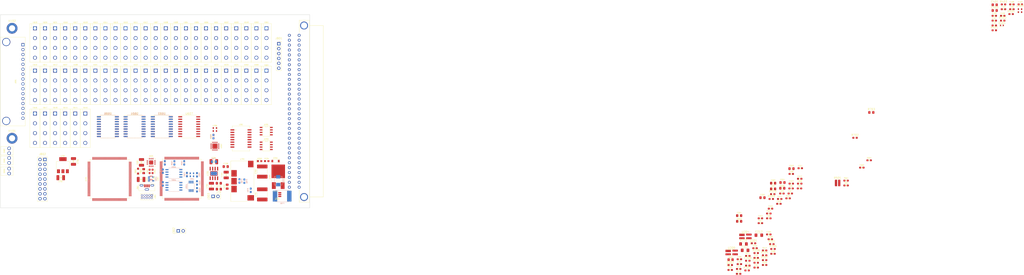
<source format=kicad_pcb>
(kicad_pcb (version 20171130) (host pcbnew 5.1.4)
  (layers (0 F.Cu signal) (31 B.Cu signal) (34 B.Paste user) (35 F.Paste user) (36 B.SilkS user) (37 F.SilkS user) (38 B.Mask user) (39 F.Mask user) (44 Edge.Cuts user))
  (net 0 "")
  (net 1 GND)
  (net 2 +3V3)
  (net 3 "Net-(C203-Pad1)")
  (net 4 "Net-(C208-Pad1)")
  (net 5 Earth)
  (net 6 "Net-(C211-Pad1)")
  (net 7 "Net-(C304-Pad1)")
  (net 8 "Net-(C305-Pad1)")
  (net 9 /Ethernet/ETH_~RST)
  (net 10 /MCU/MCU_VDDA)
  (net 11 /MCU/MCU_VREF+)
  (net 12 "Net-(C401-Pad2)")
  (net 13 "Net-(C401-Pad1)")
  (net 14 "Net-(C403-Pad2)")
  (net 15 "Net-(C403-Pad1)")
  (net 16 "Net-(C501-Pad1)")
  (net 17 +5V_USB)
  (net 18 "Net-(C503-Pad1)")
  (net 19 "Net-(C504-Pad1)")
  (net 20 +5V)
  (net 21 "Net-(C701-Pad1)")
  (net 22 "Net-(C703-Pad1)")
  (net 23 +1.2V_FPGA_VCC)
  (net 24 "Net-(C708-Pad1)")
  (net 25 "Net-(C709-Pad1)")
  (net 26 "Net-(C710-Pad1)")
  (net 27 "Net-(D201-Pad2)")
  (net 28 "Net-(D201-Pad1)")
  (net 29 "Net-(D202-Pad2)")
  (net 30 "Net-(D202-Pad1)")
  (net 31 "Net-(D301-Pad1)")
  (net 32 "Net-(D302-Pad1)")
  (net 33 "Net-(D303-Pad1)")
  (net 34 "Net-(D401-Pad1)")
  (net 35 /Relays/RELAY1A)
  (net 36 /Relays/RELAY2A)
  (net 37 /Relays/RELAY3A)
  (net 38 /Relays/RELAY4A)
  (net 39 /Relays/RELAY5A)
  (net 40 /Relays/RELAY6A)
  (net 41 /Relays/RELAY7A)
  (net 42 /Relays/RELAY8A)
  (net 43 /Relays/RELAY9A)
  (net 44 /Relays/RELAY10A)
  (net 45 /Relays/RELAY11A)
  (net 46 /Relays/RELAY12A)
  (net 47 /Relays/RELAY13A)
  (net 48 /Relays/RELAY14A)
  (net 49 /Relays/RELAY15A)
  (net 50 /Relays/RELAY16A)
  (net 51 /Relays/RELAY1B)
  (net 52 /Relays/RELAY2B)
  (net 53 /Relays/RELAY3B)
  (net 54 /Relays/RELAY4B)
  (net 55 /Relays/RELAY5B)
  (net 56 /Relays/RELAY6B)
  (net 57 /Relays/RELAY7B)
  (net 58 /Relays/RELAY8B)
  (net 59 /Relays/RELAY9B)
  (net 60 /Relays/RELAY10B)
  (net 61 /Relays/RELAY11B)
  (net 62 /Relays/RELAY12B)
  (net 63 /Relays/RELAY13B)
  (net 64 /Relays/RELAY14B)
  (net 65 /Relays/RELAY15B)
  (net 66 /Relays/RELAY16B)
  (net 67 /Relays/RELAY1C)
  (net 68 /Relays/RELAY2C)
  (net 69 /Relays/RELAY3C)
  (net 70 /Relays/RELAY4C)
  (net 71 /Relays/RELAY5C)
  (net 72 /Relays/RELAY6C)
  (net 73 /Relays/RELAY7C)
  (net 74 /Relays/RELAY8C)
  (net 75 /Relays/RELAY9C)
  (net 76 /Relays/RELAY10C)
  (net 77 /Relays/RELAY11C)
  (net 78 /Relays/RELAY12C)
  (net 79 /Relays/RELAY13C)
  (net 80 /Relays/RELAY14C)
  (net 81 /Relays/RELAY15C)
  (net 82 /Relays/RELAY16C)
  (net 83 /Relays/RELAYA)
  (net 84 /Relays/RELAYB)
  (net 85 /Relays/RELAYC)
  (net 86 /Relays/RELAYD)
  (net 87 /Relays/RELAYE)
  (net 88 /Relays/RELAYF)
  (net 89 "Net-(D701-Pad2)")
  (net 90 "Net-(D702-Pad1)")
  (net 91 "Net-(D703-Pad2)")
  (net 92 +24V)
  (net 93 /MCU/MCU_TDI)
  (net 94 /MCU/MCU_TDO)
  (net 95 /MCU/MCU_TCK_SWCLK)
  (net 96 /MCU/MCU_TMS_SWDIO)
  (net 97 /MCU/MCU_BOOT)
  (net 98 /MCU/MCU_DEFAULT)
  (net 99 /USB/F_USB_D-)
  (net 100 /USB/F_USB_D+)
  (net 101 /Relays/PIN1)
  (net 102 /Relays/PIN2)
  (net 103 /Relays/PIN3)
  (net 104 /Relays/PIN4)
  (net 105 /Relays/PIN5)
  (net 106 /Relays/PIN6)
  (net 107 /Relays/PIN7)
  (net 108 /Relays/PIN8)
  (net 109 /Relays/PIN9)
  (net 110 /Relays/PIN10)
  (net 111 /Relays/PIN11)
  (net 112 /Relays/PIN12)
  (net 113 /Relays/PIN13)
  (net 114 /Relays/PIN14)
  (net 115 /Relays/PIN15)
  (net 116 /Relays/PIN16)
  (net 117 /Connector/RX-)
  (net 118 /Connector/RX+)
  (net 119 /Connector/TX-)
  (net 120 /Connector/TX+)
  (net 121 /Connector/A)
  (net 122 /Connector/B)
  (net 123 /Connector/C)
  (net 124 /Connector/D)
  (net 125 /Connector/E)
  (net 126 /Connector/F)
  (net 127 /Relays/PIN10A)
  (net 128 /Relays/PIN10B)
  (net 129 /Relays/PIN10C)
  (net 130 /Ethernet/ETH_TXP)
  (net 131 /Ethernet/ETH_TXN)
  (net 132 /Ethernet/ETH_RXP)
  (net 133 /Ethernet/ETH_RXN)
  (net 134 "Net-(L201-Pad9)")
  (net 135 "Net-(L201-Pad10)")
  (net 136 "Net-(L201-Pad11)")
  (net 137 "Net-(L201-Pad14)")
  (net 138 "Net-(L201-Pad15)")
  (net 139 "Net-(L201-Pad16)")
  (net 140 "Net-(Q701-Pad1)")
  (net 141 "Net-(R205-Pad2)")
  (net 142 "Net-(R211-Pad2)")
  (net 143 /Ethernet/ETH_RMII_REF_CLK)
  (net 144 /Ethernet/ETH_RXER)
  (net 145 /Ethernet/ETH_RMII_MDIO)
  (net 146 /Ethernet/ETH_~INT)
  (net 147 /Ethernet/ETH_REFCLK_PHY_50MHZ)
  (net 148 "Net-(R301-Pad2)")
  (net 149 "Net-(R301-Pad1)")
  (net 150 /MCU/I2C_SDA)
  (net 151 /MCU/I2C_SCL)
  (net 152 /MCU/LED_RED)
  (net 153 /MCU/LED_GREEN)
  (net 154 /MCU/LED_BLUE)
  (net 155 "Net-(R309-Pad1)")
  (net 156 "Net-(R310-Pad1)")
  (net 157 "Net-(R402-Pad2)")
  (net 158 /FPGA/FPGA_100MHZ_REF)
  (net 159 "Net-(R403-Pad1)")
  (net 160 /USB/USB_D+)
  (net 161 /USB/USB_D-)
  (net 162 "Net-(R701-Pad2)")
  (net 163 "Net-(R702-Pad2)")
  (net 164 "Net-(R705-Pad2)")
  (net 165 "Net-(R705-Pad1)")
  (net 166 /Ethernet/ETH_RMII_TX1)
  (net 167 /Ethernet/ETH_RMII_TX0)
  (net 168 /Ethernet/ETH_RMII_TXEN)
  (net 169 /Ethernet/ETH_RMII_MDC)
  (net 170 /Ethernet/ETH_RMII_CRS_DV)
  (net 171 /Ethernet/ETH_RMII_RX0)
  (net 172 /Ethernet/ETH_RMII_RX1)
  (net 173 /MCU/MCU_FLASH1_CS)
  (net 174 /MCU/MCU_FLASH2_CS)
  (net 175 /FPGA/FPGA1_CBSEL1)
  (net 176 /FPGA/FPGA1_CBSEL0)
  (net 177 /FPGA/FPGA1_CRESET_B)
  (net 178 /FPGA/FPGA1_CDONE)
  (net 179 /FPGA/FPGA1_CFG_CS)
  (net 180 /MCU/MCU_RX_UART3)
  (net 181 /MCU/MCU_TX_UART3)
  (net 182 /FPGA/FPGA1_SPI5_MOSI)
  (net 183 /FPGA/FPGA1_SPI5_MISO)
  (net 184 /FPGA/FPGA1_SPI5_SLCK)
  (net 185 /FPGA/FPGA1_SPI5_CS)
  (net 186 /FPGA/RELAY26)
  (net 187 /FPGA/RELAY25)
  (net 188 /FPGA/RELAY24)
  (net 189 /FPGA/RELAY23)
  (net 190 /FPGA/RELAY22)
  (net 191 /FPGA/RELAY21)
  (net 192 /FPGA/RELAY20)
  (net 193 /FPGA/RELAY19)
  (net 194 /FPGA/RELAY18)
  (net 195 /FPGA/RELAY17)
  (net 196 /FPGA/RELAY16)
  (net 197 /FPGA/RELAY15)
  (net 198 /FPGA/RELAY14)
  (net 199 /FPGA/RELAY13)
  (net 200 /FPGA/RELAY12)
  (net 201 /FPGA/RELAY11)
  (net 202 /FPGA/RELAY10)
  (net 203 /FPGA/RELAY9)
  (net 204 /FPGA/RELAY8)
  (net 205 /FPGA/RELAY7)
  (net 206 /FPGA/RELAY6)
  (net 207 /FPGA/RELAY5)
  (net 208 /FPGA/RELAY4)
  (net 209 /FPGA/RELAY3)
  (net 210 /FPGA/RELAY2)
  (net 211 /FPGA/RELAY1)
  (net 212 /FPGA/RELAY0)
  (net 213 /FPGA/RELAY53)
  (net 214 /FPGA/RELAY52)
  (net 215 /FPGA/RELAY51)
  (net 216 /FPGA/RELAY50)
  (net 217 /FPGA/RELAY49)
  (net 218 /FPGA/RELAY48)
  (net 219 /FPGA/RELAY47)
  (net 220 /FPGA/RELAY46)
  (net 221 /FPGA/RELAY45)
  (net 222 /FPGA/RELAY44)
  (net 223 /FPGA/RELAY43)
  (net 224 /FPGA/RELAY42)
  (net 225 /FPGA/RELAY41)
  (net 226 /FPGA/RELAY40)
  (net 227 /FPGA/RELAY39)
  (net 228 /FPGA/RELAY38)
  (net 229 /FPGA/RELAY37)
  (net 230 /FPGA/RELAY36)
  (net 231 /FPGA/RELAY35)
  (net 232 /FPGA/RELAY34)
  (net 233 /FPGA/RELAY33)
  (net 234 /FPGA/RELAY32)
  (net 235 /FPGA/RELAY31)
  (net 236 /FPGA/RELAY30)
  (net 237 /FPGA/RELAY29)
  (net 238 /FPGA/RELAY28)
  (net 239 /FPGA/RELAY27)
  (net 240 "Net-(C705-Pad1)")
  (net 241 "Net-(L501-Pad4)")
  (net 242 "Net-(L501-Pad1)")
  (net 243 /Connector/MCU_SPI3_MISO)
  (net 244 /Connector/MCU_SPI3_SCLK)
  (net 245 /Connector/MCU_SPI3_MOSI)
  (net 246 /Connector/MODULE_DETECT)
  (net 247 /Connector/FPGA2_SPI4_CS)
  (net 248 /Connector/FPGA2_SPI4_MOSI)
  (net 249 /Connector/FPGA2_SPI4_SLCK)
  (net 250 /Connector/FPGA2_SPI4_MISO)
  (net 251 /Connector/FPGA2_CFG_CS)
  (net 252 /Connector/FPGA2_CBSEL1)
  (net 253 /Connector/FPGA2_CBSEL0)
  (net 254 /Connector/FPGA2_CRESET_B)
  (net 255 /Connector/FPGA2_CDONE)
  (module Connector_PinSocket_2.54mm:PinSocket_2x09_P2.54mm_Vertical (layer F.Cu) (at 83 115)
    (fp_text reference J802 (at -1.27 -2.77) (layer F.SilkS))
    (fp_text value Conn_02x09_Odd_Even)
    (pad 18 thru_hole oval (at -2.54 20.32) (size 1.7 1.7) (drill 1) (layers *.Cu *.Mask) (net 252 /Connector/FPGA2_CBSEL1))
    (pad 17 thru_hole oval (at 0 20.32) (size 1.7 1.7) (drill 1) (layers *.Cu *.Mask) (net 247 /Connector/FPGA2_SPI4_CS))
    (pad 16 thru_hole oval (at -2.54 17.78) (size 1.7 1.7) (drill 1) (layers *.Cu *.Mask) (net 253 /Connector/FPGA2_CBSEL0))
    (pad 15 thru_hole oval (at 0 17.78) (size 1.7 1.7) (drill 1) (layers *.Cu *.Mask) (net 249 /Connector/FPGA2_SPI4_SLCK))
    (pad 14 thru_hole oval (at -2.54 15.24) (size 1.7 1.7) (drill 1) (layers *.Cu *.Mask) (net 254 /Connector/FPGA2_CRESET_B))
    (pad 13 thru_hole oval (at 0 15.24) (size 1.7 1.7) (drill 1) (layers *.Cu *.Mask) (net 248 /Connector/FPGA2_SPI4_MOSI))
    (pad 12 thru_hole oval (at -2.54 12.7) (size 1.7 1.7) (drill 1) (layers *.Cu *.Mask) (net 255 /Connector/FPGA2_CDONE))
    (pad 11 thru_hole oval (at 0 12.7) (size 1.7 1.7) (drill 1) (layers *.Cu *.Mask) (net 250 /Connector/FPGA2_SPI4_MISO))
    (pad 10 thru_hole oval (at -2.54 10.16) (size 1.7 1.7) (drill 1) (layers *.Cu *.Mask) (net 1 GND))
    (pad 9 thru_hole oval (at 0 10.16) (size 1.7 1.7) (drill 1) (layers *.Cu *.Mask) (net 246 /Connector/MODULE_DETECT))
    (pad 8 thru_hole oval (at -2.54 7.62) (size 1.7 1.7) (drill 1) (layers *.Cu *.Mask) (net 1 GND))
    (pad 7 thru_hole oval (at 0 7.62) (size 1.7 1.7) (drill 1) (layers *.Cu *.Mask) (net 251 /Connector/FPGA2_CFG_CS))
    (pad 6 thru_hole oval (at -2.54 5.08) (size 1.7 1.7) (drill 1) (layers *.Cu *.Mask) (net 1 GND))
    (pad 5 thru_hole oval (at 0 5.08) (size 1.7 1.7) (drill 1) (layers *.Cu *.Mask) (net 245 /Connector/MCU_SPI3_MOSI))
    (pad 4 thru_hole oval (at -2.54 2.54) (size 1.7 1.7) (drill 1) (layers *.Cu *.Mask) (net 20 +5V))
    (pad 3 thru_hole oval (at 0 2.54) (size 1.7 1.7) (drill 1) (layers *.Cu *.Mask) (net 243 /Connector/MCU_SPI3_MISO))
    (pad 2 thru_hole oval (at -2.54 0) (size 1.7 1.7) (drill 1) (layers *.Cu *.Mask) (net 20 +5V))
    (pad 1 thru_hole rect (at 0 0) (size 1.7 1.7) (drill 1) (layers *.Cu *.Mask) (net 244 /Connector/MCU_SPI3_SCLK))
  )
  (module Connector_PinSocket_2.54mm:PinSocket_1x06_P2.54mm_Vertical (layer F.Cu) (at 204 55)
    (fp_text reference J801 (at 0 -2.77) (layer F.SilkS))
    (fp_text value Conn_01x06)
    (pad 6 thru_hole oval (at 0 12.7) (size 1.7 1.7) (drill 1) (layers *.Cu *.Mask) (net 126 /Connector/F))
    (pad 5 thru_hole oval (at 0 10.16) (size 1.7 1.7) (drill 1) (layers *.Cu *.Mask) (net 125 /Connector/E))
    (pad 4 thru_hole oval (at 0 7.62) (size 1.7 1.7) (drill 1) (layers *.Cu *.Mask) (net 124 /Connector/D))
    (pad 3 thru_hole oval (at 0 5.08) (size 1.7 1.7) (drill 1) (layers *.Cu *.Mask) (net 123 /Connector/C))
    (pad 2 thru_hole oval (at 0 2.54) (size 1.7 1.7) (drill 1) (layers *.Cu *.Mask) (net 122 /Connector/B))
    (pad 1 thru_hole rect (at 0 0) (size 1.7 1.7) (drill 1) (layers *.Cu *.Mask) (net 121 /Connector/A))
  )
  (module MountingHole:MountingHole_3.2mm_M3_DIN965_Pad (layer F.Cu) (at 66 47)
    (fp_text reference H102 (at 0 -3.8) (layer F.SilkS))
    (fp_text value MountingHole)
    (pad 1 thru_hole circle (at 0 0) (size 5.6 5.6) (drill 3.2) (layers *.Cu *.Mask))
  )
  (module MountingHole:MountingHole_3.2mm_M3_DIN965_Pad (layer F.Cu) (at 66 104)
    (fp_text reference H101 (at 0 -3.8) (layer F.SilkS))
    (fp_text value MountingHole)
    (pad 1 thru_hole circle (at 0 0) (size 5.6 5.6) (drill 3.2) (layers *.Cu *.Mask))
  )
  (module ETH6C16MXU:R_0805_D_Pad1.15x1.40mm_HandSolder (layer F.Cu) (at 172.965 127.318 180)
    (fp_text reference FB702 (at 0 -1.524) (layer F.SilkS) (effects (font (size 0.6 0.6) (thickness 0.12))))
    (fp_text value 742792031)
    (fp_text user D (at 0 0) (layer F.SilkS) (effects (font (size 0.6 0.6) (thickness 0.12))))
    (pad 1 smd roundrect (at -1.025 0 180) (size 1.15 1.4) (layers F.Cu F.Paste F.Mask) (roundrect_rratio 0.217391) (net 2 +3V3))
    (pad 2 smd roundrect (at 1.025 0 180) (size 1.15 1.4) (layers F.Cu F.Paste F.Mask) (roundrect_rratio 0.217391) (net 240 "Net-(C705-Pad1)"))
  )
  (module ETH6C16MXU:R_0805_D_Pad1.15x1.40mm_HandSolder (layer F.Cu) (at 177.292 129.087 90)
    (fp_text reference FB701 (at 0.009 -1.524 90) (layer F.SilkS) (effects (font (size 0.6 0.6) (thickness 0.12))))
    (fp_text value 742792031)
    (fp_text user D (at 0 0 90) (layer F.SilkS) (effects (font (size 0.6 0.6) (thickness 0.12))))
    (pad 1 smd roundrect (at -1.025 0 90) (size 1.15 1.4) (layers F.Cu F.Paste F.Mask) (roundrect_rratio 0.217391) (net 20 +5V))
    (pad 2 smd roundrect (at 1.025 0 90) (size 1.15 1.4) (layers F.Cu F.Paste F.Mask) (roundrect_rratio 0.217391) (net 22 "Net-(C703-Pad1)"))
  )
  (module ETH6C16MXU:R_0805_D_Pad1.15x1.40mm_HandSolder (layer F.Cu) (at 134.112 121.022 90)
    (fp_text reference FB501 (at 0.009 -1.397 90) (layer F.SilkS) (effects (font (size 0.6 0.6) (thickness 0.12))))
    (fp_text value 742792031)
    (fp_text user D (at 0 0 90) (layer F.SilkS) (effects (font (size 0.6 0.6) (thickness 0.12))))
    (pad 1 smd roundrect (at -1.025 0 90) (size 1.15 1.4) (layers F.Cu F.Paste F.Mask) (roundrect_rratio 0.217391) (net 17 +5V_USB))
    (pad 2 smd roundrect (at 1.025 0 90) (size 1.15 1.4) (layers F.Cu F.Paste F.Mask) (roundrect_rratio 0.217391) (net 16 "Net-(C501-Pad1)"))
  )
  (module ETH6C16MXU:R_0805_D_Pad1.15x1.40mm_HandSolder (layer F.Cu) (at 442.18 147.05)
    (fp_text reference FB302 (at 0 -1.27) (layer F.SilkS) (effects (font (size 0.6 0.6) (thickness 0.12))))
    (fp_text value 742792031)
    (fp_text user D (at 0 0) (layer F.SilkS) (effects (font (size 0.6 0.6) (thickness 0.12))))
    (pad 1 smd roundrect (at -1.025 0) (size 1.15 1.4) (layers F.Cu F.Paste F.Mask) (roundrect_rratio 0.217391) (net 11 /MCU/MCU_VREF+))
    (pad 2 smd roundrect (at 1.025 0) (size 1.15 1.4) (layers F.Cu F.Paste F.Mask) (roundrect_rratio 0.217391) (net 2 +3V3))
  )
  (module ETH6C16MXU:R_0805_D_Pad1.15x1.40mm_HandSolder (layer F.Cu) (at 464.5 129.9)
    (fp_text reference FB301 (at 0 -1.27) (layer F.SilkS) (effects (font (size 0.6 0.6) (thickness 0.12))))
    (fp_text value 742792031)
    (fp_text user D (at 0 0) (layer F.SilkS) (effects (font (size 0.6 0.6) (thickness 0.12))))
    (pad 1 smd roundrect (at -1.025 0) (size 1.15 1.4) (layers F.Cu F.Paste F.Mask) (roundrect_rratio 0.217391) (net 10 /MCU/MCU_VDDA))
    (pad 2 smd roundrect (at 1.025 0) (size 1.15 1.4) (layers F.Cu F.Paste F.Mask) (roundrect_rratio 0.217391) (net 2 +3V3))
  )
  (module ETH6C16MXU:R_0805_D_Pad1.15x1.40mm_HandSolder (layer F.Cu) (at 437.75 166.93)
    (fp_text reference FB201 (at 0 -1.27) (layer F.SilkS) (effects (font (size 0.6 0.6) (thickness 0.12))))
    (fp_text value 742792031)
    (fp_text user D (at 0 0) (layer F.SilkS) (effects (font (size 0.6 0.6) (thickness 0.12))))
    (pad 1 smd roundrect (at -1.025 0) (size 1.15 1.4) (layers F.Cu F.Paste F.Mask) (roundrect_rratio 0.217391) (net 3 "Net-(C203-Pad1)"))
    (pad 2 smd roundrect (at 1.025 0) (size 1.15 1.4) (layers F.Cu F.Paste F.Mask) (roundrect_rratio 0.217391) (net 2 +3V3))
  )
  (module ETH6C16MXU:C_1210_BB_3225Metric_Pad1.42x2.65mm_HandSolder (layer F.Cu) (at 132.7515 125.349 180)
    (fp_text reference C502 (at -2.8845 0 90) (layer F.SilkS) (effects (font (size 0.6 0.6) (thickness 0.12))))
    (fp_text value 22u)
    (fp_text user BB (at 0 0) (layer F.SilkS) (effects (font (size 0.6 0.6) (thickness 0.12))))
    (pad 2 smd roundrect (at 1.4875 0 180) (size 1.425 2.65) (layers F.Cu F.Paste F.Mask) (roundrect_rratio 0.175439) (net 1 GND))
    (pad 1 smd roundrect (at -1.4875 0 180) (size 1.425 2.65) (layers F.Cu F.Paste F.Mask) (roundrect_rratio 0.175439) (net 17 +5V_USB))
  )
  (module ETH6C16MXU:C_1210_BB_3225Metric_Pad1.42x2.65mm_HandSolder (layer F.Cu) (at 132.969 116.4955 90)
    (fp_text reference C501 (at 0 -2.159 90) (layer F.SilkS) (effects (font (size 0.6 0.6) (thickness 0.12))))
    (fp_text value 22u)
    (fp_text user BB (at 0 0 90) (layer F.SilkS) (effects (font (size 0.6 0.6) (thickness 0.12))))
    (pad 2 smd roundrect (at 1.4875 0 90) (size 1.425 2.65) (layers F.Cu F.Paste F.Mask) (roundrect_rratio 0.175439) (net 1 GND))
    (pad 1 smd roundrect (at -1.4875 0 90) (size 1.425 2.65) (layers F.Cu F.Paste F.Mask) (roundrect_rratio 0.175439) (net 16 "Net-(C501-Pad1)"))
  )
  (module Package_SO:SOIC-8-1EP_3.9x4.9mm_P1.27mm_EP2.41x3.81mm_ThermalVias (layer F.Cu) (at 170.434 122.238 90)
    (fp_text reference U703 (at 0 -3.302 90) (layer F.SilkS) (effects (font (size 0.6 0.6) (thickness 0.12))))
    (fp_text value ADP7156ARDZ-3.3-R7)
    (pad 8 smd roundrect (at 2.475 -1.905 90) (size 1.95 0.6) (layers F.Cu F.Paste F.Mask) (net 20 +5V))
    (pad 7 smd roundrect (at 2.475 -0.635 90) (size 1.95 0.6) (layers F.Cu F.Paste F.Mask) (net 25 "Net-(C709-Pad1)"))
    (pad 6 smd roundrect (at 2.475 0.635 90) (size 1.95 0.6) (layers F.Cu F.Paste F.Mask) (net 24 "Net-(C708-Pad1)"))
    (pad 5 smd roundrect (at 2.475 1.905 90) (size 1.95 0.6) (layers F.Cu F.Paste F.Mask) (net 24 "Net-(C708-Pad1)"))
    (pad 4 smd roundrect (at -2.475 1.905 90) (size 1.95 0.6) (layers F.Cu F.Paste F.Mask) (net 20 +5V))
    (pad 3 smd roundrect (at -2.475 0.635 90) (size 1.95 0.6) (layers F.Cu F.Paste F.Mask) (net 26 "Net-(C710-Pad1)"))
    (pad 2 smd roundrect (at -2.475 -0.635 90) (size 1.95 0.6) (layers F.Cu F.Paste F.Mask) (net 240 "Net-(C705-Pad1)"))
    (pad 1 smd roundrect (at -2.475 -1.905 90) (size 1.95 0.6) (layers F.Cu F.Paste F.Mask) (net 240 "Net-(C705-Pad1)"))
    (pad 9 smd roundrect (at 0 0 90) (size 1.9 3.3) (layers B.Cu) (roundrect_rratio 0.131579) (net 1 GND))
    (pad 9 thru_hole circle (at 0.7 1.4 90) (size 0.5 0.5) (drill 0.2) (layers *.Cu) (net 1 GND))
    (pad 9 thru_hole circle (at -0.7 1.4 90) (size 0.5 0.5) (drill 0.2) (layers *.Cu) (net 1 GND))
    (pad 9 thru_hole circle (at 0.7 0 90) (size 0.5 0.5) (drill 0.2) (layers *.Cu) (net 1 GND))
    (pad 9 thru_hole circle (at -0.7 0 90) (size 0.5 0.5) (drill 0.2) (layers *.Cu) (net 1 GND))
    (pad 9 thru_hole circle (at 0.7 -1.4 90) (size 0.5 0.5) (drill 0.2) (layers *.Cu) (net 1 GND))
    (pad 9 thru_hole circle (at -0.7 -1.4 90) (size 0.5 0.5) (drill 0.2) (layers *.Cu) (net 1 GND))
    (pad 9 smd roundrect (at 0 0 90) (size 2.41 3.81) (layers F.Cu F.Mask) (roundrect_rratio 0.103734) (net 1 GND))
  )
  (module Package_TO_SOT_SMD:SOT-223-3_TabPin2 (layer F.Cu) (at 92.313 117.951 90)
    (fp_text reference U704 (at 4.826 0 180) (layer F.SilkS) (effects (font (size 0.6 0.6) (thickness 0.12))))
    (fp_text value LD1117S12TR_SOT223)
    (pad 1 smd rect (at -3.15 -2.3 90) (size 2 1.5) (layers F.Cu F.Paste F.Mask) (net 1 GND))
    (pad 3 smd rect (at -3.15 2.3 90) (size 2 1.5) (layers F.Cu F.Paste F.Mask) (net 2 +3V3))
    (pad 2 smd rect (at -3.15 0 90) (size 2 1.5) (layers F.Cu F.Paste F.Mask) (net 23 +1.2V_FPGA_VCC))
    (pad 2 smd rect (at 3.15 0 90) (size 2 3.8) (layers F.Cu F.Paste F.Mask) (net 23 +1.2V_FPGA_VCC))
  )
  (module Package_TO_SOT_SMD:SOT-23-6_Handsoldering (layer F.Cu) (at 203.153 133.162)
    (fp_text reference U702 (at 0 2.347) (layer F.SilkS) (effects (font (size 0.6 0.6) (thickness 0.12))))
    (fp_text value MAX5902)
    (pad 5 smd rect (at 1.35 0) (size 1.56 0.65) (layers F.Cu F.Paste F.Mask))
    (pad 6 smd rect (at 1.35 -0.95) (size 1.56 0.65) (layers F.Cu F.Paste F.Mask) (net 163 "Net-(R702-Pad2)"))
    (pad 4 smd rect (at 1.35 0.95) (size 1.56 0.65) (layers F.Cu F.Paste F.Mask) (net 1 GND))
    (pad 3 smd rect (at -1.35 0.95) (size 1.56 0.65) (layers F.Cu F.Paste F.Mask) (net 140 "Net-(Q701-Pad1)"))
    (pad 2 smd rect (at -1.35 0) (size 1.56 0.65) (layers F.Cu F.Paste F.Mask) (net 21 "Net-(C701-Pad1)"))
    (pad 1 smd rect (at -1.35 -0.95) (size 1.56 0.65) (layers F.Cu F.Paste F.Mask) (net 90 "Net-(D702-Pad1)"))
  )
  (module ETH6C16MXU:OKI-T3-W40 (layer F.Cu) (at 185.166 126.238 270)
    (fp_text reference U701 (at -11.43 0 180) (layer F.SilkS) (effects (font (size 0.6 0.6) (thickness 0.12))))
    (fp_text value OKI-T3-W40P-C)
    (pad 5 smd rect (at 4.06 4.315 270) (size 3.4 2.8) (layers F.Cu F.Paste F.Mask) (net 22 "Net-(C703-Pad1)"))
    (pad 4 smd rect (at 0 4.315 270) (size 3.4 2.8) (layers F.Cu F.Paste F.Mask) (net 165 "Net-(R705-Pad1)"))
    (pad 3 smd rect (at -4.06 4.315 270) (size 3.4 2.8) (layers F.Cu F.Paste F.Mask) (net 1 GND))
    (pad 2 smd rect (at -8.89 -4.315 270) (size 3.4 2.8) (layers F.Cu F.Paste F.Mask) (net 21 "Net-(C701-Pad1)"))
    (pad 1 smd rect (at 8.63 -4.315 270) (size 2.8 3.4) (layers F.Cu F.Paste F.Mask) (net 162 "Net-(R701-Pad2)"))
  )
  (module Package_SO:SOIC-18W_7.5x11.6mm_P1.27mm (layer F.Cu) (at 157.65 97.949)
    (fp_text reference U607 (at 0 -6.72) (layer F.SilkS))
    (fp_text value ULN2803A)
    (pad 18 smd roundrect (at 4.65 -5.08) (size 2.05 0.6) (layers F.Cu F.Paste F.Mask) (net 83 /Relays/RELAYA))
    (pad 17 smd roundrect (at 4.65 -3.81) (size 2.05 0.6) (layers F.Cu F.Paste F.Mask) (net 84 /Relays/RELAYB))
    (pad 16 smd roundrect (at 4.65 -2.54) (size 2.05 0.6) (layers F.Cu F.Paste F.Mask) (net 85 /Relays/RELAYC))
    (pad 15 smd roundrect (at 4.65 -1.27) (size 2.05 0.6) (layers F.Cu F.Paste F.Mask) (net 86 /Relays/RELAYD))
    (pad 14 smd roundrect (at 4.65 0) (size 2.05 0.6) (layers F.Cu F.Paste F.Mask) (net 87 /Relays/RELAYE))
    (pad 13 smd roundrect (at 4.65 1.27) (size 2.05 0.6) (layers F.Cu F.Paste F.Mask) (net 88 /Relays/RELAYF))
    (pad 12 smd roundrect (at 4.65 2.54) (size 2.05 0.6) (layers F.Cu F.Paste F.Mask))
    (pad 11 smd roundrect (at 4.65 3.81) (size 2.05 0.6) (layers F.Cu F.Paste F.Mask))
    (pad 10 smd roundrect (at 4.65 5.08) (size 2.05 0.6) (layers F.Cu F.Paste F.Mask) (net 20 +5V))
    (pad 9 smd roundrect (at -4.65 5.08) (size 2.05 0.6) (layers F.Cu F.Paste F.Mask) (net 1 GND))
    (pad 8 smd roundrect (at -4.65 3.81) (size 2.05 0.6) (layers F.Cu F.Paste F.Mask))
    (pad 7 smd roundrect (at -4.65 2.54) (size 2.05 0.6) (layers F.Cu F.Paste F.Mask))
    (pad 6 smd roundrect (at -4.65 1.27) (size 2.05 0.6) (layers F.Cu F.Paste F.Mask) (net 213 /FPGA/RELAY53))
    (pad 5 smd roundrect (at -4.65 0) (size 2.05 0.6) (layers F.Cu F.Paste F.Mask) (net 214 /FPGA/RELAY52))
    (pad 4 smd roundrect (at -4.65 -1.27) (size 2.05 0.6) (layers F.Cu F.Paste F.Mask) (net 215 /FPGA/RELAY51))
    (pad 3 smd roundrect (at -4.65 -2.54) (size 2.05 0.6) (layers F.Cu F.Paste F.Mask) (net 216 /FPGA/RELAY50))
    (pad 2 smd roundrect (at -4.65 -3.81) (size 2.05 0.6) (layers F.Cu F.Paste F.Mask) (net 217 /FPGA/RELAY49))
    (pad 1 smd roundrect (at -4.65 -5.08) (size 2.05 0.6) (layers F.Cu F.Paste F.Mask) (net 218 /FPGA/RELAY48))
  )
  (module Package_SO:SOIC-18W_7.5x11.6mm_P1.27mm (layer B.Cu) (at 115.57 97.949 180)
    (fp_text reference U606 (at 0 6.72) (layer B.SilkS) (effects (justify mirror)))
    (fp_text value ULN2803A)
    (pad 18 smd roundrect (at 4.65 5.08 180) (size 2.05 0.6) (layers B.Cu B.Paste B.Mask) (net 75 /Relays/RELAY9C))
    (pad 17 smd roundrect (at 4.65 3.81 180) (size 2.05 0.6) (layers B.Cu B.Paste B.Mask) (net 76 /Relays/RELAY10C))
    (pad 16 smd roundrect (at 4.65 2.54 180) (size 2.05 0.6) (layers B.Cu B.Paste B.Mask) (net 77 /Relays/RELAY11C))
    (pad 15 smd roundrect (at 4.65 1.27 180) (size 2.05 0.6) (layers B.Cu B.Paste B.Mask) (net 78 /Relays/RELAY12C))
    (pad 14 smd roundrect (at 4.65 0 180) (size 2.05 0.6) (layers B.Cu B.Paste B.Mask) (net 79 /Relays/RELAY13C))
    (pad 13 smd roundrect (at 4.65 -1.27 180) (size 2.05 0.6) (layers B.Cu B.Paste B.Mask) (net 80 /Relays/RELAY14C))
    (pad 12 smd roundrect (at 4.65 -2.54 180) (size 2.05 0.6) (layers B.Cu B.Paste B.Mask) (net 81 /Relays/RELAY15C))
    (pad 11 smd roundrect (at 4.65 -3.81 180) (size 2.05 0.6) (layers B.Cu B.Paste B.Mask) (net 82 /Relays/RELAY16C))
    (pad 10 smd roundrect (at 4.65 -5.08 180) (size 2.05 0.6) (layers B.Cu B.Paste B.Mask) (net 20 +5V))
    (pad 9 smd roundrect (at -4.65 -5.08 180) (size 2.05 0.6) (layers B.Cu B.Paste B.Mask) (net 1 GND))
    (pad 8 smd roundrect (at -4.65 -3.81 180) (size 2.05 0.6) (layers B.Cu B.Paste B.Mask) (net 219 /FPGA/RELAY47))
    (pad 7 smd roundrect (at -4.65 -2.54 180) (size 2.05 0.6) (layers B.Cu B.Paste B.Mask) (net 220 /FPGA/RELAY46))
    (pad 6 smd roundrect (at -4.65 -1.27 180) (size 2.05 0.6) (layers B.Cu B.Paste B.Mask) (net 221 /FPGA/RELAY45))
    (pad 5 smd roundrect (at -4.65 0 180) (size 2.05 0.6) (layers B.Cu B.Paste B.Mask) (net 222 /FPGA/RELAY44))
    (pad 4 smd roundrect (at -4.65 1.27 180) (size 2.05 0.6) (layers B.Cu B.Paste B.Mask) (net 223 /FPGA/RELAY43))
    (pad 3 smd roundrect (at -4.65 2.54 180) (size 2.05 0.6) (layers B.Cu B.Paste B.Mask) (net 224 /FPGA/RELAY42))
    (pad 2 smd roundrect (at -4.65 3.81 180) (size 2.05 0.6) (layers B.Cu B.Paste B.Mask) (net 225 /FPGA/RELAY41))
    (pad 1 smd roundrect (at -4.65 5.08 180) (size 2.05 0.6) (layers B.Cu B.Paste B.Mask) (net 226 /FPGA/RELAY40))
  )
  (module Package_SO:SOIC-18W_7.5x11.6mm_P1.27mm (layer F.Cu) (at 115.57 97.949)
    (fp_text reference U605 (at 0 -6.72) (layer F.SilkS))
    (fp_text value ULN2803A)
    (pad 18 smd roundrect (at 4.65 -5.08) (size 2.05 0.6) (layers F.Cu F.Paste F.Mask) (net 67 /Relays/RELAY1C))
    (pad 17 smd roundrect (at 4.65 -3.81) (size 2.05 0.6) (layers F.Cu F.Paste F.Mask) (net 68 /Relays/RELAY2C))
    (pad 16 smd roundrect (at 4.65 -2.54) (size 2.05 0.6) (layers F.Cu F.Paste F.Mask) (net 69 /Relays/RELAY3C))
    (pad 15 smd roundrect (at 4.65 -1.27) (size 2.05 0.6) (layers F.Cu F.Paste F.Mask) (net 70 /Relays/RELAY4C))
    (pad 14 smd roundrect (at 4.65 0) (size 2.05 0.6) (layers F.Cu F.Paste F.Mask) (net 71 /Relays/RELAY5C))
    (pad 13 smd roundrect (at 4.65 1.27) (size 2.05 0.6) (layers F.Cu F.Paste F.Mask) (net 72 /Relays/RELAY6C))
    (pad 12 smd roundrect (at 4.65 2.54) (size 2.05 0.6) (layers F.Cu F.Paste F.Mask) (net 73 /Relays/RELAY7C))
    (pad 11 smd roundrect (at 4.65 3.81) (size 2.05 0.6) (layers F.Cu F.Paste F.Mask) (net 74 /Relays/RELAY8C))
    (pad 10 smd roundrect (at 4.65 5.08) (size 2.05 0.6) (layers F.Cu F.Paste F.Mask) (net 20 +5V))
    (pad 9 smd roundrect (at -4.65 5.08) (size 2.05 0.6) (layers F.Cu F.Paste F.Mask) (net 1 GND))
    (pad 8 smd roundrect (at -4.65 3.81) (size 2.05 0.6) (layers F.Cu F.Paste F.Mask) (net 227 /FPGA/RELAY39))
    (pad 7 smd roundrect (at -4.65 2.54) (size 2.05 0.6) (layers F.Cu F.Paste F.Mask) (net 228 /FPGA/RELAY38))
    (pad 6 smd roundrect (at -4.65 1.27) (size 2.05 0.6) (layers F.Cu F.Paste F.Mask) (net 229 /FPGA/RELAY37))
    (pad 5 smd roundrect (at -4.65 0) (size 2.05 0.6) (layers F.Cu F.Paste F.Mask) (net 230 /FPGA/RELAY36))
    (pad 4 smd roundrect (at -4.65 -1.27) (size 2.05 0.6) (layers F.Cu F.Paste F.Mask) (net 231 /FPGA/RELAY35))
    (pad 3 smd roundrect (at -4.65 -2.54) (size 2.05 0.6) (layers F.Cu F.Paste F.Mask) (net 232 /FPGA/RELAY34))
    (pad 2 smd roundrect (at -4.65 -3.81) (size 2.05 0.6) (layers F.Cu F.Paste F.Mask) (net 233 /FPGA/RELAY33))
    (pad 1 smd roundrect (at -4.65 -5.08) (size 2.05 0.6) (layers F.Cu F.Paste F.Mask) (net 234 /FPGA/RELAY32))
  )
  (module Package_SO:SOIC-18W_7.5x11.6mm_P1.27mm (layer B.Cu) (at 129.397 97.949 180)
    (fp_text reference U604 (at 0 6.72) (layer B.SilkS) (effects (justify mirror)))
    (fp_text value ULN2803A)
    (pad 18 smd roundrect (at 4.65 5.08 180) (size 2.05 0.6) (layers B.Cu B.Paste B.Mask) (net 59 /Relays/RELAY9B))
    (pad 17 smd roundrect (at 4.65 3.81 180) (size 2.05 0.6) (layers B.Cu B.Paste B.Mask) (net 60 /Relays/RELAY10B))
    (pad 16 smd roundrect (at 4.65 2.54 180) (size 2.05 0.6) (layers B.Cu B.Paste B.Mask) (net 61 /Relays/RELAY11B))
    (pad 15 smd roundrect (at 4.65 1.27 180) (size 2.05 0.6) (layers B.Cu B.Paste B.Mask) (net 62 /Relays/RELAY12B))
    (pad 14 smd roundrect (at 4.65 0 180) (size 2.05 0.6) (layers B.Cu B.Paste B.Mask) (net 63 /Relays/RELAY13B))
    (pad 13 smd roundrect (at 4.65 -1.27 180) (size 2.05 0.6) (layers B.Cu B.Paste B.Mask) (net 64 /Relays/RELAY14B))
    (pad 12 smd roundrect (at 4.65 -2.54 180) (size 2.05 0.6) (layers B.Cu B.Paste B.Mask) (net 65 /Relays/RELAY15B))
    (pad 11 smd roundrect (at 4.65 -3.81 180) (size 2.05 0.6) (layers B.Cu B.Paste B.Mask) (net 66 /Relays/RELAY16B))
    (pad 10 smd roundrect (at 4.65 -5.08 180) (size 2.05 0.6) (layers B.Cu B.Paste B.Mask) (net 20 +5V))
    (pad 9 smd roundrect (at -4.65 -5.08 180) (size 2.05 0.6) (layers B.Cu B.Paste B.Mask) (net 1 GND))
    (pad 8 smd roundrect (at -4.65 -3.81 180) (size 2.05 0.6) (layers B.Cu B.Paste B.Mask) (net 235 /FPGA/RELAY31))
    (pad 7 smd roundrect (at -4.65 -2.54 180) (size 2.05 0.6) (layers B.Cu B.Paste B.Mask) (net 236 /FPGA/RELAY30))
    (pad 6 smd roundrect (at -4.65 -1.27 180) (size 2.05 0.6) (layers B.Cu B.Paste B.Mask) (net 237 /FPGA/RELAY29))
    (pad 5 smd roundrect (at -4.65 0 180) (size 2.05 0.6) (layers B.Cu B.Paste B.Mask) (net 238 /FPGA/RELAY28))
    (pad 4 smd roundrect (at -4.65 1.27 180) (size 2.05 0.6) (layers B.Cu B.Paste B.Mask) (net 239 /FPGA/RELAY27))
    (pad 3 smd roundrect (at -4.65 2.54 180) (size 2.05 0.6) (layers B.Cu B.Paste B.Mask) (net 186 /FPGA/RELAY26))
    (pad 2 smd roundrect (at -4.65 3.81 180) (size 2.05 0.6) (layers B.Cu B.Paste B.Mask) (net 187 /FPGA/RELAY25))
    (pad 1 smd roundrect (at -4.65 5.08 180) (size 2.05 0.6) (layers B.Cu B.Paste B.Mask) (net 188 /FPGA/RELAY24))
  )
  (module Package_SO:SOIC-18W_7.5x11.6mm_P1.27mm (layer B.Cu) (at 143.478 97.949 180)
    (fp_text reference U603 (at 0 6.72) (layer B.SilkS) (effects (justify mirror)))
    (fp_text value ULN2803A)
    (pad 18 smd roundrect (at 4.65 5.08 180) (size 2.05 0.6) (layers B.Cu B.Paste B.Mask) (net 43 /Relays/RELAY9A))
    (pad 17 smd roundrect (at 4.65 3.81 180) (size 2.05 0.6) (layers B.Cu B.Paste B.Mask) (net 44 /Relays/RELAY10A))
    (pad 16 smd roundrect (at 4.65 2.54 180) (size 2.05 0.6) (layers B.Cu B.Paste B.Mask) (net 45 /Relays/RELAY11A))
    (pad 15 smd roundrect (at 4.65 1.27 180) (size 2.05 0.6) (layers B.Cu B.Paste B.Mask) (net 46 /Relays/RELAY12A))
    (pad 14 smd roundrect (at 4.65 0 180) (size 2.05 0.6) (layers B.Cu B.Paste B.Mask) (net 47 /Relays/RELAY13A))
    (pad 13 smd roundrect (at 4.65 -1.27 180) (size 2.05 0.6) (layers B.Cu B.Paste B.Mask) (net 48 /Relays/RELAY14A))
    (pad 12 smd roundrect (at 4.65 -2.54 180) (size 2.05 0.6) (layers B.Cu B.Paste B.Mask) (net 49 /Relays/RELAY15A))
    (pad 11 smd roundrect (at 4.65 -3.81 180) (size 2.05 0.6) (layers B.Cu B.Paste B.Mask) (net 50 /Relays/RELAY16A))
    (pad 10 smd roundrect (at 4.65 -5.08 180) (size 2.05 0.6) (layers B.Cu B.Paste B.Mask) (net 20 +5V))
    (pad 9 smd roundrect (at -4.65 -5.08 180) (size 2.05 0.6) (layers B.Cu B.Paste B.Mask) (net 1 GND))
    (pad 8 smd roundrect (at -4.65 -3.81 180) (size 2.05 0.6) (layers B.Cu B.Paste B.Mask) (net 197 /FPGA/RELAY15))
    (pad 7 smd roundrect (at -4.65 -2.54 180) (size 2.05 0.6) (layers B.Cu B.Paste B.Mask) (net 198 /FPGA/RELAY14))
    (pad 6 smd roundrect (at -4.65 -1.27 180) (size 2.05 0.6) (layers B.Cu B.Paste B.Mask) (net 199 /FPGA/RELAY13))
    (pad 5 smd roundrect (at -4.65 0 180) (size 2.05 0.6) (layers B.Cu B.Paste B.Mask) (net 200 /FPGA/RELAY12))
    (pad 4 smd roundrect (at -4.65 1.27 180) (size 2.05 0.6) (layers B.Cu B.Paste B.Mask) (net 201 /FPGA/RELAY11))
    (pad 3 smd roundrect (at -4.65 2.54 180) (size 2.05 0.6) (layers B.Cu B.Paste B.Mask) (net 202 /FPGA/RELAY10))
    (pad 2 smd roundrect (at -4.65 3.81 180) (size 2.05 0.6) (layers B.Cu B.Paste B.Mask) (net 203 /FPGA/RELAY9))
    (pad 1 smd roundrect (at -4.65 5.08 180) (size 2.05 0.6) (layers B.Cu B.Paste B.Mask) (net 204 /FPGA/RELAY8))
  )
  (module Package_SO:SOIC-18W_7.5x11.6mm_P1.27mm (layer F.Cu) (at 129.397 97.949)
    (fp_text reference U602 (at 0 -6.72) (layer F.SilkS))
    (fp_text value ULN2803A)
    (pad 18 smd roundrect (at 4.65 -5.08) (size 2.05 0.6) (layers F.Cu F.Paste F.Mask) (net 51 /Relays/RELAY1B))
    (pad 17 smd roundrect (at 4.65 -3.81) (size 2.05 0.6) (layers F.Cu F.Paste F.Mask) (net 52 /Relays/RELAY2B))
    (pad 16 smd roundrect (at 4.65 -2.54) (size 2.05 0.6) (layers F.Cu F.Paste F.Mask) (net 53 /Relays/RELAY3B))
    (pad 15 smd roundrect (at 4.65 -1.27) (size 2.05 0.6) (layers F.Cu F.Paste F.Mask) (net 54 /Relays/RELAY4B))
    (pad 14 smd roundrect (at 4.65 0) (size 2.05 0.6) (layers F.Cu F.Paste F.Mask) (net 55 /Relays/RELAY5B))
    (pad 13 smd roundrect (at 4.65 1.27) (size 2.05 0.6) (layers F.Cu F.Paste F.Mask) (net 56 /Relays/RELAY6B))
    (pad 12 smd roundrect (at 4.65 2.54) (size 2.05 0.6) (layers F.Cu F.Paste F.Mask) (net 57 /Relays/RELAY7B))
    (pad 11 smd roundrect (at 4.65 3.81) (size 2.05 0.6) (layers F.Cu F.Paste F.Mask) (net 58 /Relays/RELAY8B))
    (pad 10 smd roundrect (at 4.65 5.08) (size 2.05 0.6) (layers F.Cu F.Paste F.Mask) (net 20 +5V))
    (pad 9 smd roundrect (at -4.65 5.08) (size 2.05 0.6) (layers F.Cu F.Paste F.Mask) (net 1 GND))
    (pad 8 smd roundrect (at -4.65 3.81) (size 2.05 0.6) (layers F.Cu F.Paste F.Mask) (net 189 /FPGA/RELAY23))
    (pad 7 smd roundrect (at -4.65 2.54) (size 2.05 0.6) (layers F.Cu F.Paste F.Mask) (net 190 /FPGA/RELAY22))
    (pad 6 smd roundrect (at -4.65 1.27) (size 2.05 0.6) (layers F.Cu F.Paste F.Mask) (net 191 /FPGA/RELAY21))
    (pad 5 smd roundrect (at -4.65 0) (size 2.05 0.6) (layers F.Cu F.Paste F.Mask) (net 192 /FPGA/RELAY20))
    (pad 4 smd roundrect (at -4.65 -1.27) (size 2.05 0.6) (layers F.Cu F.Paste F.Mask) (net 193 /FPGA/RELAY19))
    (pad 3 smd roundrect (at -4.65 -2.54) (size 2.05 0.6) (layers F.Cu F.Paste F.Mask) (net 194 /FPGA/RELAY18))
    (pad 2 smd roundrect (at -4.65 -3.81) (size 2.05 0.6) (layers F.Cu F.Paste F.Mask) (net 195 /FPGA/RELAY17))
    (pad 1 smd roundrect (at -4.65 -5.08) (size 2.05 0.6) (layers F.Cu F.Paste F.Mask) (net 196 /FPGA/RELAY16))
  )
  (module Package_SO:SOIC-18W_7.5x11.6mm_P1.27mm (layer F.Cu) (at 143.478 97.949)
    (fp_text reference U601 (at 0 -6.72) (layer F.SilkS))
    (fp_text value ULN2803A)
    (pad 18 smd roundrect (at 4.65 -5.08) (size 2.05 0.6) (layers F.Cu F.Paste F.Mask) (net 35 /Relays/RELAY1A))
    (pad 17 smd roundrect (at 4.65 -3.81) (size 2.05 0.6) (layers F.Cu F.Paste F.Mask) (net 36 /Relays/RELAY2A))
    (pad 16 smd roundrect (at 4.65 -2.54) (size 2.05 0.6) (layers F.Cu F.Paste F.Mask) (net 37 /Relays/RELAY3A))
    (pad 15 smd roundrect (at 4.65 -1.27) (size 2.05 0.6) (layers F.Cu F.Paste F.Mask) (net 38 /Relays/RELAY4A))
    (pad 14 smd roundrect (at 4.65 0) (size 2.05 0.6) (layers F.Cu F.Paste F.Mask) (net 39 /Relays/RELAY5A))
    (pad 13 smd roundrect (at 4.65 1.27) (size 2.05 0.6) (layers F.Cu F.Paste F.Mask) (net 40 /Relays/RELAY6A))
    (pad 12 smd roundrect (at 4.65 2.54) (size 2.05 0.6) (layers F.Cu F.Paste F.Mask) (net 41 /Relays/RELAY7A))
    (pad 11 smd roundrect (at 4.65 3.81) (size 2.05 0.6) (layers F.Cu F.Paste F.Mask) (net 42 /Relays/RELAY8A))
    (pad 10 smd roundrect (at 4.65 5.08) (size 2.05 0.6) (layers F.Cu F.Paste F.Mask) (net 20 +5V))
    (pad 9 smd roundrect (at -4.65 5.08) (size 2.05 0.6) (layers F.Cu F.Paste F.Mask) (net 1 GND))
    (pad 8 smd roundrect (at -4.65 3.81) (size 2.05 0.6) (layers F.Cu F.Paste F.Mask) (net 205 /FPGA/RELAY7))
    (pad 7 smd roundrect (at -4.65 2.54) (size 2.05 0.6) (layers F.Cu F.Paste F.Mask) (net 206 /FPGA/RELAY6))
    (pad 6 smd roundrect (at -4.65 1.27) (size 2.05 0.6) (layers F.Cu F.Paste F.Mask) (net 207 /FPGA/RELAY5))
    (pad 5 smd roundrect (at -4.65 0) (size 2.05 0.6) (layers F.Cu F.Paste F.Mask) (net 208 /FPGA/RELAY4))
    (pad 4 smd roundrect (at -4.65 -1.27) (size 2.05 0.6) (layers F.Cu F.Paste F.Mask) (net 209 /FPGA/RELAY3))
    (pad 3 smd roundrect (at -4.65 -2.54) (size 2.05 0.6) (layers F.Cu F.Paste F.Mask) (net 210 /FPGA/RELAY2))
    (pad 2 smd roundrect (at -4.65 -3.81) (size 2.05 0.6) (layers F.Cu F.Paste F.Mask) (net 211 /FPGA/RELAY1))
    (pad 1 smd roundrect (at -4.65 -5.08) (size 2.05 0.6) (layers F.Cu F.Paste F.Mask) (net 212 /FPGA/RELAY0))
  )
  (module Package_TO_SOT_SMD:SOT-23-5 (layer B.Cu) (at 137.922 125.095)
    (fp_text reference U502 (at 2.54 0 90) (layer B.SilkS) (effects (font (size 0.6 0.6) (thickness 0.12)) (justify mirror)))
    (fp_text value 824011)
    (pad 5 smd rect (at 1.1 0.95) (size 1.06 0.65) (layers B.Cu B.Paste B.Mask) (net 17 +5V_USB))
    (pad 4 smd rect (at 1.1 -0.95) (size 1.06 0.65) (layers B.Cu B.Paste B.Mask) (net 99 /USB/F_USB_D-))
    (pad 3 smd rect (at -1.1 -0.95) (size 1.06 0.65) (layers B.Cu B.Paste B.Mask) (net 100 /USB/F_USB_D+))
    (pad 2 smd rect (at -1.1 0) (size 1.06 0.65) (layers B.Cu B.Paste B.Mask) (net 1 GND))
    (pad 1 smd rect (at -1.1 0.95) (size 1.06 0.65) (layers B.Cu B.Paste B.Mask))
  )
  (module Package_DFN_QFN:QFN-16-1EP_4x4mm_P0.65mm_EP2.1x2.1mm (layer F.Cu) (at 137.978 116.541)
    (fp_text reference U501 (at 0 -3.32) (layer F.SilkS) (effects (font (size 0.6 0.6) (thickness 0.12))))
    (fp_text value FT230XQ)
    (pad 16 smd roundrect (at -0.975 -1.95) (size 0.3 0.85) (layers F.Cu F.Paste F.Mask))
    (pad 15 smd roundrect (at -0.325 -1.95) (size 0.3 0.85) (layers F.Cu F.Paste F.Mask) (net 180 /MCU/MCU_RX_UART3))
    (pad 14 smd roundrect (at 0.325 -1.95) (size 0.3 0.85) (layers F.Cu F.Paste F.Mask))
    (pad 13 smd roundrect (at 0.975 -1.95) (size 0.3 0.85) (layers F.Cu F.Paste F.Mask) (net 1 GND))
    (pad 12 smd roundrect (at 1.95 -0.975) (size 0.85 0.3) (layers F.Cu F.Paste F.Mask))
    (pad 11 smd roundrect (at 1.95 -0.325) (size 0.85 0.3) (layers F.Cu F.Paste F.Mask))
    (pad 10 smd roundrect (at 1.95 0.325) (size 0.85 0.3) (layers F.Cu F.Paste F.Mask) (net 20 +5V))
    (pad 9 smd roundrect (at 1.95 0.975) (size 0.85 0.3) (layers F.Cu F.Paste F.Mask) (net 19 "Net-(C504-Pad1)"))
    (pad 8 smd roundrect (at 0.975 1.95) (size 0.3 0.85) (layers F.Cu F.Paste F.Mask) (net 18 "Net-(C503-Pad1)"))
    (pad 7 smd roundrect (at 0.325 1.95) (size 0.3 0.85) (layers F.Cu F.Paste F.Mask) (net 160 /USB/USB_D+))
    (pad 6 smd roundrect (at -0.325 1.95) (size 0.3 0.85) (layers F.Cu F.Paste F.Mask) (net 161 /USB/USB_D-))
    (pad 5 smd roundrect (at -0.975 1.95) (size 0.3 0.85) (layers F.Cu F.Paste F.Mask))
    (pad 4 smd roundrect (at -1.95 0.975) (size 0.85 0.3) (layers F.Cu F.Paste F.Mask))
    (pad 3 smd roundrect (at -1.95 0.325) (size 0.85 0.3) (layers F.Cu F.Paste F.Mask) (net 1 GND))
    (pad 2 smd roundrect (at -1.95 -0.325) (size 0.85 0.3) (layers F.Cu F.Paste F.Mask) (net 181 /MCU/MCU_TX_UART3))
    (pad 1 smd roundrect (at -1.95 -0.975) (size 0.85 0.3) (layers F.Cu F.Paste F.Mask) (net 18 "Net-(C503-Pad1)"))
    (pad 17 smd roundrect (at 0 0) (size 2.1 2.1) (layers F.Cu F.Mask) (roundrect_rratio 0.119048) (net 1 GND))
  )
  (module Oscillator:Oscillator_SMD_Abracon_ASDMB-4Pin_2.5x2.0mm (layer F.Cu) (at 587.49 37.84)
    (fp_text reference U402 (at 0 -2.45) (layer F.SilkS))
    (fp_text value "ASDM1-100.000MHZ-LC-T ")
    (pad 4 smd rect (at -0.825 -0.775) (size 0.65 0.85) (layers F.Cu F.Paste F.Mask) (net 2 +3V3))
    (pad 3 smd rect (at 0.825 -0.775) (size 0.65 0.85) (layers F.Cu F.Paste F.Mask) (net 157 "Net-(R402-Pad2)"))
    (pad 2 smd rect (at 0.825 0.775) (size 0.65 0.85) (layers F.Cu F.Paste F.Mask) (net 1 GND))
    (pad 1 smd rect (at -0.825 0.775) (size 0.65 0.85) (layers F.Cu F.Paste F.Mask) (net 2 +3V3))
  )
  (module Package_QFP:TQFP-144_20x20mm_P0.5mm (layer F.Cu) (at 116.459 125.095)
    (fp_text reference U401 (at -12.192 0 90) (layer F.SilkS) (effects (font (size 0.6 0.6) (thickness 0.12))))
    (fp_text value iCE40-HX4K-TQ144)
    (pad 144 smd roundrect (at -8.75 -10.6625) (size 0.3 1.475) (layers F.Cu F.Paste F.Mask) (net 186 /FPGA/RELAY26))
    (pad 143 smd roundrect (at -8.25 -10.6625) (size 0.3 1.475) (layers F.Cu F.Paste F.Mask) (net 187 /FPGA/RELAY25))
    (pad 142 smd roundrect (at -7.75 -10.6625) (size 0.3 1.475) (layers F.Cu F.Paste F.Mask) (net 188 /FPGA/RELAY24))
    (pad 141 smd roundrect (at -7.25 -10.6625) (size 0.3 1.475) (layers F.Cu F.Paste F.Mask) (net 189 /FPGA/RELAY23))
    (pad 140 smd roundrect (at -6.75 -10.6625) (size 0.3 1.475) (layers F.Cu F.Paste F.Mask) (net 1 GND))
    (pad 139 smd roundrect (at -6.25 -10.6625) (size 0.3 1.475) (layers F.Cu F.Paste F.Mask) (net 190 /FPGA/RELAY22))
    (pad 138 smd roundrect (at -5.75 -10.6625) (size 0.3 1.475) (layers F.Cu F.Paste F.Mask) (net 191 /FPGA/RELAY21))
    (pad 137 smd roundrect (at -5.25 -10.6625) (size 0.3 1.475) (layers F.Cu F.Paste F.Mask) (net 192 /FPGA/RELAY20))
    (pad 136 smd roundrect (at -4.75 -10.6625) (size 0.3 1.475) (layers F.Cu F.Paste F.Mask) (net 193 /FPGA/RELAY19))
    (pad 135 smd roundrect (at -4.25 -10.6625) (size 0.3 1.475) (layers F.Cu F.Paste F.Mask) (net 194 /FPGA/RELAY18))
    (pad 134 smd roundrect (at -3.75 -10.6625) (size 0.3 1.475) (layers F.Cu F.Paste F.Mask) (net 195 /FPGA/RELAY17))
    (pad 133 smd roundrect (at -3.25 -10.6625) (size 0.3 1.475) (layers F.Cu F.Paste F.Mask))
    (pad 132 smd roundrect (at -2.75 -10.6625) (size 0.3 1.475) (layers F.Cu F.Paste F.Mask) (net 1 GND))
    (pad 131 smd roundrect (at -2.25 -10.6625) (size 0.3 1.475) (layers F.Cu F.Paste F.Mask) (net 2 +3V3))
    (pad 130 smd roundrect (at -1.75 -10.6625) (size 0.3 1.475) (layers F.Cu F.Paste F.Mask) (net 196 /FPGA/RELAY16))
    (pad 129 smd roundrect (at -1.25 -10.6625) (size 0.3 1.475) (layers F.Cu F.Paste F.Mask) (net 197 /FPGA/RELAY15))
    (pad 128 smd roundrect (at -0.75 -10.6625) (size 0.3 1.475) (layers F.Cu F.Paste F.Mask) (net 198 /FPGA/RELAY14))
    (pad 127 smd roundrect (at -0.25 -10.6625) (size 0.3 1.475) (layers F.Cu F.Paste F.Mask) (net 13 "Net-(C401-Pad1)"))
    (pad 126 smd roundrect (at 0.25 -10.6625) (size 0.3 1.475) (layers F.Cu F.Paste F.Mask) (net 12 "Net-(C401-Pad2)"))
    (pad 125 smd roundrect (at 0.75 -10.6625) (size 0.3 1.475) (layers F.Cu F.Paste F.Mask) (net 199 /FPGA/RELAY13))
    (pad 124 smd roundrect (at 1.25 -10.6625) (size 0.3 1.475) (layers F.Cu F.Paste F.Mask) (net 200 /FPGA/RELAY12))
    (pad 123 smd roundrect (at 1.75 -10.6625) (size 0.3 1.475) (layers F.Cu F.Paste F.Mask) (net 2 +3V3))
    (pad 122 smd roundrect (at 2.25 -10.6625) (size 0.3 1.475) (layers F.Cu F.Paste F.Mask) (net 201 /FPGA/RELAY11))
    (pad 121 smd roundrect (at 2.75 -10.6625) (size 0.3 1.475) (layers F.Cu F.Paste F.Mask) (net 202 /FPGA/RELAY10))
    (pad 120 smd roundrect (at 3.25 -10.6625) (size 0.3 1.475) (layers F.Cu F.Paste F.Mask) (net 203 /FPGA/RELAY9))
    (pad 119 smd roundrect (at 3.75 -10.6625) (size 0.3 1.475) (layers F.Cu F.Paste F.Mask) (net 204 /FPGA/RELAY8))
    (pad 118 smd roundrect (at 4.25 -10.6625) (size 0.3 1.475) (layers F.Cu F.Paste F.Mask) (net 205 /FPGA/RELAY7))
    (pad 117 smd roundrect (at 4.75 -10.6625) (size 0.3 1.475) (layers F.Cu F.Paste F.Mask) (net 206 /FPGA/RELAY6))
    (pad 116 smd roundrect (at 5.25 -10.6625) (size 0.3 1.475) (layers F.Cu F.Paste F.Mask) (net 207 /FPGA/RELAY5))
    (pad 115 smd roundrect (at 5.75 -10.6625) (size 0.3 1.475) (layers F.Cu F.Paste F.Mask) (net 208 /FPGA/RELAY4))
    (pad 114 smd roundrect (at 6.25 -10.6625) (size 0.3 1.475) (layers F.Cu F.Paste F.Mask) (net 209 /FPGA/RELAY3))
    (pad 113 smd roundrect (at 6.75 -10.6625) (size 0.3 1.475) (layers F.Cu F.Paste F.Mask) (net 210 /FPGA/RELAY2))
    (pad 112 smd roundrect (at 7.25 -10.6625) (size 0.3 1.475) (layers F.Cu F.Paste F.Mask) (net 211 /FPGA/RELAY1))
    (pad 111 smd roundrect (at 7.75 -10.6625) (size 0.3 1.475) (layers F.Cu F.Paste F.Mask) (net 23 +1.2V_FPGA_VCC))
    (pad 110 smd roundrect (at 8.25 -10.6625) (size 0.3 1.475) (layers F.Cu F.Paste F.Mask) (net 212 /FPGA/RELAY0))
    (pad 109 smd roundrect (at 8.75 -10.6625) (size 0.3 1.475) (layers F.Cu F.Paste F.Mask))
    (pad 108 smd roundrect (at 10.6625 -8.75) (size 1.475 0.3) (layers F.Cu F.Paste F.Mask) (net 34 "Net-(D401-Pad1)"))
    (pad 107 smd roundrect (at 10.6625 -8.25) (size 1.475 0.3) (layers F.Cu F.Paste F.Mask))
    (pad 106 smd roundrect (at 10.6625 -7.75) (size 1.475 0.3) (layers F.Cu F.Paste F.Mask))
    (pad 105 smd roundrect (at 10.6625 -7.25) (size 1.475 0.3) (layers F.Cu F.Paste F.Mask))
    (pad 104 smd roundrect (at 10.6625 -6.75) (size 1.475 0.3) (layers F.Cu F.Paste F.Mask))
    (pad 103 smd roundrect (at 10.6625 -6.25) (size 1.475 0.3) (layers F.Cu F.Paste F.Mask) (net 1 GND))
    (pad 102 smd roundrect (at 10.6625 -5.75) (size 1.475 0.3) (layers F.Cu F.Paste F.Mask))
    (pad 101 smd roundrect (at 10.6625 -5.25) (size 1.475 0.3) (layers F.Cu F.Paste F.Mask))
    (pad 100 smd roundrect (at 10.6625 -4.75) (size 1.475 0.3) (layers F.Cu F.Paste F.Mask) (net 2 +3V3))
    (pad 99 smd roundrect (at 10.6625 -4.25) (size 1.475 0.3) (layers F.Cu F.Paste F.Mask))
    (pad 98 smd roundrect (at 10.6625 -3.75) (size 1.475 0.3) (layers F.Cu F.Paste F.Mask))
    (pad 97 smd roundrect (at 10.6625 -3.25) (size 1.475 0.3) (layers F.Cu F.Paste F.Mask))
    (pad 96 smd roundrect (at 10.6625 -2.75) (size 1.475 0.3) (layers F.Cu F.Paste F.Mask))
    (pad 95 smd roundrect (at 10.6625 -2.25) (size 1.475 0.3) (layers F.Cu F.Paste F.Mask))
    (pad 94 smd roundrect (at 10.6625 -1.75) (size 1.475 0.3) (layers F.Cu F.Paste F.Mask))
    (pad 93 smd roundrect (at 10.6625 -1.25) (size 1.475 0.3) (layers F.Cu F.Paste F.Mask))
    (pad 92 smd roundrect (at 10.6625 -0.75) (size 1.475 0.3) (layers F.Cu F.Paste F.Mask) (net 23 +1.2V_FPGA_VCC))
    (pad 91 smd roundrect (at 10.6625 -0.25) (size 1.475 0.3) (layers F.Cu F.Paste F.Mask))
    (pad 90 smd roundrect (at 10.6625 0.25) (size 1.475 0.3) (layers F.Cu F.Paste F.Mask))
    (pad 89 smd roundrect (at 10.6625 0.75) (size 1.475 0.3) (layers F.Cu F.Paste F.Mask) (net 2 +3V3))
    (pad 88 smd roundrect (at 10.6625 1.25) (size 1.475 0.3) (layers F.Cu F.Paste F.Mask))
    (pad 87 smd roundrect (at 10.6625 1.75) (size 1.475 0.3) (layers F.Cu F.Paste F.Mask))
    (pad 86 smd roundrect (at 10.6625 2.25) (size 1.475 0.3) (layers F.Cu F.Paste F.Mask) (net 1 GND))
    (pad 85 smd roundrect (at 10.6625 2.75) (size 1.475 0.3) (layers F.Cu F.Paste F.Mask))
    (pad 84 smd roundrect (at 10.6625 3.25) (size 1.475 0.3) (layers F.Cu F.Paste F.Mask))
    (pad 83 smd roundrect (at 10.6625 3.75) (size 1.475 0.3) (layers F.Cu F.Paste F.Mask))
    (pad 82 smd roundrect (at 10.6625 4.25) (size 1.475 0.3) (layers F.Cu F.Paste F.Mask))
    (pad 81 smd roundrect (at 10.6625 4.75) (size 1.475 0.3) (layers F.Cu F.Paste F.Mask))
    (pad 80 smd roundrect (at 10.6625 5.25) (size 1.475 0.3) (layers F.Cu F.Paste F.Mask))
    (pad 79 smd roundrect (at 10.6625 5.75) (size 1.475 0.3) (layers F.Cu F.Paste F.Mask))
    (pad 78 smd roundrect (at 10.6625 6.25) (size 1.475 0.3) (layers F.Cu F.Paste F.Mask))
    (pad 77 smd roundrect (at 10.6625 6.75) (size 1.475 0.3) (layers F.Cu F.Paste F.Mask))
    (pad 76 smd roundrect (at 10.6625 7.25) (size 1.475 0.3) (layers F.Cu F.Paste F.Mask))
    (pad 75 smd roundrect (at 10.6625 7.75) (size 1.475 0.3) (layers F.Cu F.Paste F.Mask))
    (pad 74 smd roundrect (at 10.6625 8.25) (size 1.475 0.3) (layers F.Cu F.Paste F.Mask))
    (pad 73 smd roundrect (at 10.6625 8.75) (size 1.475 0.3) (layers F.Cu F.Paste F.Mask))
    (pad 72 smd roundrect (at 8.75 10.6625) (size 0.3 1.475) (layers F.Cu F.Paste F.Mask) (net 2 +3V3))
    (pad 71 smd roundrect (at 8.25 10.6625) (size 0.3 1.475) (layers F.Cu F.Paste F.Mask) (net 179 /FPGA/FPGA1_CFG_CS))
    (pad 70 smd roundrect (at 7.75 10.6625) (size 0.3 1.475) (layers F.Cu F.Paste F.Mask) (net 244 /Connector/MCU_SPI3_SCLK))
    (pad 69 smd roundrect (at 7.25 10.6625) (size 0.3 1.475) (layers F.Cu F.Paste F.Mask) (net 1 GND))
    (pad 68 smd roundrect (at 6.75 10.6625) (size 0.3 1.475) (layers F.Cu F.Paste F.Mask) (net 245 /Connector/MCU_SPI3_MOSI))
    (pad 67 smd roundrect (at 6.25 10.6625) (size 0.3 1.475) (layers F.Cu F.Paste F.Mask) (net 159 "Net-(R403-Pad1)"))
    (pad 66 smd roundrect (at 5.75 10.6625) (size 0.3 1.475) (layers F.Cu F.Paste F.Mask) (net 177 /FPGA/FPGA1_CRESET_B))
    (pad 65 smd roundrect (at 5.25 10.6625) (size 0.3 1.475) (layers F.Cu F.Paste F.Mask) (net 178 /FPGA/FPGA1_CDONE))
    (pad 64 smd roundrect (at 4.75 10.6625) (size 0.3 1.475) (layers F.Cu F.Paste F.Mask) (net 175 /FPGA/FPGA1_CBSEL1))
    (pad 63 smd roundrect (at 4.25 10.6625) (size 0.3 1.475) (layers F.Cu F.Paste F.Mask) (net 176 /FPGA/FPGA1_CBSEL0))
    (pad 62 smd roundrect (at 3.75 10.6625) (size 0.3 1.475) (layers F.Cu F.Paste F.Mask))
    (pad 61 smd roundrect (at 3.25 10.6625) (size 0.3 1.475) (layers F.Cu F.Paste F.Mask) (net 158 /FPGA/FPGA_100MHZ_REF))
    (pad 60 smd roundrect (at 2.75 10.6625) (size 0.3 1.475) (layers F.Cu F.Paste F.Mask))
    (pad 59 smd roundrect (at 2.25 10.6625) (size 0.3 1.475) (layers F.Cu F.Paste F.Mask) (net 1 GND))
    (pad 58 smd roundrect (at 1.75 10.6625) (size 0.3 1.475) (layers F.Cu F.Paste F.Mask))
    (pad 57 smd roundrect (at 1.25 10.6625) (size 0.3 1.475) (layers F.Cu F.Paste F.Mask) (net 2 +3V3))
    (pad 56 smd roundrect (at 0.75 10.6625) (size 0.3 1.475) (layers F.Cu F.Paste F.Mask))
    (pad 55 smd roundrect (at 0.25 10.6625) (size 0.3 1.475) (layers F.Cu F.Paste F.Mask))
    (pad 54 smd roundrect (at -0.25 10.6625) (size 0.3 1.475) (layers F.Cu F.Paste F.Mask) (net 14 "Net-(C403-Pad2)"))
    (pad 53 smd roundrect (at -0.75 10.6625) (size 0.3 1.475) (layers F.Cu F.Paste F.Mask) (net 15 "Net-(C403-Pad1)"))
    (pad 52 smd roundrect (at -1.25 10.6625) (size 0.3 1.475) (layers F.Cu F.Paste F.Mask))
    (pad 51 smd roundrect (at -1.75 10.6625) (size 0.3 1.475) (layers F.Cu F.Paste F.Mask))
    (pad 50 smd roundrect (at -2.25 10.6625) (size 0.3 1.475) (layers F.Cu F.Paste F.Mask))
    (pad 49 smd roundrect (at -2.75 10.6625) (size 0.3 1.475) (layers F.Cu F.Paste F.Mask))
    (pad 48 smd roundrect (at -3.25 10.6625) (size 0.3 1.475) (layers F.Cu F.Paste F.Mask))
    (pad 47 smd roundrect (at -3.75 10.6625) (size 0.3 1.475) (layers F.Cu F.Paste F.Mask))
    (pad 46 smd roundrect (at -4.25 10.6625) (size 0.3 1.475) (layers F.Cu F.Paste F.Mask) (net 2 +3V3))
    (pad 45 smd roundrect (at -4.75 10.6625) (size 0.3 1.475) (layers F.Cu F.Paste F.Mask))
    (pad 44 smd roundrect (at -5.25 10.6625) (size 0.3 1.475) (layers F.Cu F.Paste F.Mask))
    (pad 43 smd roundrect (at -5.75 10.6625) (size 0.3 1.475) (layers F.Cu F.Paste F.Mask))
    (pad 42 smd roundrect (at -6.25 10.6625) (size 0.3 1.475) (layers F.Cu F.Paste F.Mask) (net 182 /FPGA/FPGA1_SPI5_MOSI))
    (pad 41 smd roundrect (at -6.75 10.6625) (size 0.3 1.475) (layers F.Cu F.Paste F.Mask) (net 183 /FPGA/FPGA1_SPI5_MISO))
    (pad 40 smd roundrect (at -7.25 10.6625) (size 0.3 1.475) (layers F.Cu F.Paste F.Mask) (net 23 +1.2V_FPGA_VCC))
    (pad 39 smd roundrect (at -7.75 10.6625) (size 0.3 1.475) (layers F.Cu F.Paste F.Mask) (net 184 /FPGA/FPGA1_SPI5_SLCK))
    (pad 38 smd roundrect (at -8.25 10.6625) (size 0.3 1.475) (layers F.Cu F.Paste F.Mask) (net 185 /FPGA/FPGA1_SPI5_CS))
    (pad 37 smd roundrect (at -8.75 10.6625) (size 0.3 1.475) (layers F.Cu F.Paste F.Mask))
    (pad 36 smd roundrect (at -10.6625 8.75) (size 1.475 0.3) (layers F.Cu F.Paste F.Mask))
    (pad 35 smd roundrect (at -10.6625 8.25) (size 1.475 0.3) (layers F.Cu F.Paste F.Mask))
    (pad 34 smd roundrect (at -10.6625 7.75) (size 1.475 0.3) (layers F.Cu F.Paste F.Mask))
    (pad 33 smd roundrect (at -10.6625 7.25) (size 1.475 0.3) (layers F.Cu F.Paste F.Mask) (net 213 /FPGA/RELAY53))
    (pad 32 smd roundrect (at -10.6625 6.75) (size 1.475 0.3) (layers F.Cu F.Paste F.Mask) (net 214 /FPGA/RELAY52))
    (pad 31 smd roundrect (at -10.6625 6.25) (size 1.475 0.3) (layers F.Cu F.Paste F.Mask) (net 215 /FPGA/RELAY51))
    (pad 30 smd roundrect (at -10.6625 5.75) (size 1.475 0.3) (layers F.Cu F.Paste F.Mask) (net 2 +3V3))
    (pad 29 smd roundrect (at -10.6625 5.25) (size 1.475 0.3) (layers F.Cu F.Paste F.Mask) (net 216 /FPGA/RELAY50))
    (pad 28 smd roundrect (at -10.6625 4.75) (size 1.475 0.3) (layers F.Cu F.Paste F.Mask) (net 217 /FPGA/RELAY49))
    (pad 27 smd roundrect (at -10.6625 4.25) (size 1.475 0.3) (layers F.Cu F.Paste F.Mask) (net 23 +1.2V_FPGA_VCC))
    (pad 26 smd roundrect (at -10.6625 3.75) (size 1.475 0.3) (layers F.Cu F.Paste F.Mask) (net 218 /FPGA/RELAY48))
    (pad 25 smd roundrect (at -10.6625 3.25) (size 1.475 0.3) (layers F.Cu F.Paste F.Mask) (net 219 /FPGA/RELAY47))
    (pad 24 smd roundrect (at -10.6625 2.75) (size 1.475 0.3) (layers F.Cu F.Paste F.Mask) (net 220 /FPGA/RELAY46))
    (pad 23 smd roundrect (at -10.6625 2.25) (size 1.475 0.3) (layers F.Cu F.Paste F.Mask) (net 221 /FPGA/RELAY45))
    (pad 22 smd roundrect (at -10.6625 1.75) (size 1.475 0.3) (layers F.Cu F.Paste F.Mask) (net 222 /FPGA/RELAY44))
    (pad 21 smd roundrect (at -10.6625 1.25) (size 1.475 0.3) (layers F.Cu F.Paste F.Mask) (net 223 /FPGA/RELAY43))
    (pad 20 smd roundrect (at -10.6625 0.75) (size 1.475 0.3) (layers F.Cu F.Paste F.Mask) (net 224 /FPGA/RELAY42))
    (pad 19 smd roundrect (at -10.6625 0.25) (size 1.475 0.3) (layers F.Cu F.Paste F.Mask) (net 225 /FPGA/RELAY41))
    (pad 18 smd roundrect (at -10.6625 -0.25) (size 1.475 0.3) (layers F.Cu F.Paste F.Mask) (net 226 /FPGA/RELAY40))
    (pad 17 smd roundrect (at -10.6625 -0.75) (size 1.475 0.3) (layers F.Cu F.Paste F.Mask) (net 227 /FPGA/RELAY39))
    (pad 16 smd roundrect (at -10.6625 -1.25) (size 1.475 0.3) (layers F.Cu F.Paste F.Mask) (net 228 /FPGA/RELAY38))
    (pad 15 smd roundrect (at -10.6625 -1.75) (size 1.475 0.3) (layers F.Cu F.Paste F.Mask) (net 229 /FPGA/RELAY37))
    (pad 14 smd roundrect (at -10.6625 -2.25) (size 1.475 0.3) (layers F.Cu F.Paste F.Mask) (net 1 GND))
    (pad 13 smd roundrect (at -10.6625 -2.75) (size 1.475 0.3) (layers F.Cu F.Paste F.Mask) (net 1 GND))
    (pad 12 smd roundrect (at -10.6625 -3.25) (size 1.475 0.3) (layers F.Cu F.Paste F.Mask) (net 230 /FPGA/RELAY36))
    (pad 11 smd roundrect (at -10.6625 -3.75) (size 1.475 0.3) (layers F.Cu F.Paste F.Mask) (net 231 /FPGA/RELAY35))
    (pad 10 smd roundrect (at -10.6625 -4.25) (size 1.475 0.3) (layers F.Cu F.Paste F.Mask) (net 232 /FPGA/RELAY34))
    (pad 9 smd roundrect (at -10.6625 -4.75) (size 1.475 0.3) (layers F.Cu F.Paste F.Mask) (net 233 /FPGA/RELAY33))
    (pad 8 smd roundrect (at -10.6625 -5.25) (size 1.475 0.3) (layers F.Cu F.Paste F.Mask) (net 234 /FPGA/RELAY32))
    (pad 7 smd roundrect (at -10.6625 -5.75) (size 1.475 0.3) (layers F.Cu F.Paste F.Mask) (net 235 /FPGA/RELAY31))
    (pad 6 smd roundrect (at -10.6625 -6.25) (size 1.475 0.3) (layers F.Cu F.Paste F.Mask) (net 2 +3V3))
    (pad 5 smd roundrect (at -10.6625 -6.75) (size 1.475 0.3) (layers F.Cu F.Paste F.Mask) (net 1 GND))
    (pad 4 smd roundrect (at -10.6625 -7.25) (size 1.475 0.3) (layers F.Cu F.Paste F.Mask) (net 236 /FPGA/RELAY30))
    (pad 3 smd roundrect (at -10.6625 -7.75) (size 1.475 0.3) (layers F.Cu F.Paste F.Mask) (net 237 /FPGA/RELAY29))
    (pad 2 smd roundrect (at -10.6625 -8.25) (size 1.475 0.3) (layers F.Cu F.Paste F.Mask) (net 238 /FPGA/RELAY28))
    (pad 1 smd roundrect (at -10.6625 -8.75) (size 1.475 0.3) (layers F.Cu F.Paste F.Mask) (net 239 /FPGA/RELAY27))
  )
  (module Package_SO:MSOP-8_3x3mm_P0.65mm (layer B.Cu) (at 158.623 128.905 90)
    (fp_text reference U305 (at 0 -2.413 90) (layer B.SilkS) (effects (font (size 0.6 0.6) (thickness 0.12)) (justify mirror)))
    (fp_text value MCP9804)
    (pad 8 smd rect (at 2.2 0.975 90) (size 1.45 0.45) (layers B.Cu B.Paste B.Mask) (net 2 +3V3))
    (pad 7 smd rect (at 2.2 0.325 90) (size 1.45 0.45) (layers B.Cu B.Paste B.Mask) (net 2 +3V3))
    (pad 6 smd rect (at 2.2 -0.325 90) (size 1.45 0.45) (layers B.Cu B.Paste B.Mask) (net 2 +3V3))
    (pad 5 smd rect (at 2.2 -0.975 90) (size 1.45 0.45) (layers B.Cu B.Paste B.Mask) (net 2 +3V3))
    (pad 4 smd rect (at -2.2 -0.975 90) (size 1.45 0.45) (layers B.Cu B.Paste B.Mask) (net 1 GND))
    (pad 3 smd rect (at -2.2 -0.325 90) (size 1.45 0.45) (layers B.Cu B.Paste B.Mask))
    (pad 2 smd rect (at -2.2 0.325 90) (size 1.45 0.45) (layers B.Cu B.Paste B.Mask) (net 151 /MCU/I2C_SCL))
    (pad 1 smd rect (at -2.2 0.975 90) (size 1.45 0.45) (layers B.Cu B.Paste B.Mask) (net 150 /MCU/I2C_SDA))
  )
  (module Package_QFP:TQFP-144_20x20mm_P0.5mm (layer F.Cu) (at 153.797 124.968 180)
    (fp_text reference U304 (at 12.319 0 90) (layer F.SilkS) (effects (font (size 0.6 0.6) (thickness 0.12))))
    (fp_text value STM32F765ZGT6)
    (pad 144 smd roundrect (at -8.75 -10.6625 180) (size 0.3 1.475) (layers F.Cu F.Paste F.Mask) (net 2 +3V3))
    (pad 143 smd roundrect (at -8.25 -10.6625 180) (size 0.3 1.475) (layers F.Cu F.Paste F.Mask) (net 2 +3V3))
    (pad 142 smd roundrect (at -7.75 -10.6625 180) (size 0.3 1.475) (layers F.Cu F.Paste F.Mask) (net 98 /MCU/MCU_DEFAULT))
    (pad 141 smd roundrect (at -7.25 -10.6625 180) (size 0.3 1.475) (layers F.Cu F.Paste F.Mask))
    (pad 140 smd roundrect (at -6.75 -10.6625 180) (size 0.3 1.475) (layers F.Cu F.Paste F.Mask) (net 175 /FPGA/FPGA1_CBSEL1))
    (pad 139 smd roundrect (at -6.25 -10.6625 180) (size 0.3 1.475) (layers F.Cu F.Paste F.Mask) (net 176 /FPGA/FPGA1_CBSEL0))
    (pad 138 smd roundrect (at -5.75 -10.6625 180) (size 0.3 1.475) (layers F.Cu F.Paste F.Mask) (net 156 "Net-(R310-Pad1)"))
    (pad 137 smd roundrect (at -5.25 -10.6625 180) (size 0.3 1.475) (layers F.Cu F.Paste F.Mask))
    (pad 136 smd roundrect (at -4.75 -10.6625 180) (size 0.3 1.475) (layers F.Cu F.Paste F.Mask))
    (pad 135 smd roundrect (at -4.25 -10.6625 180) (size 0.3 1.475) (layers F.Cu F.Paste F.Mask) (net 177 /FPGA/FPGA1_CRESET_B))
    (pad 134 smd roundrect (at -3.75 -10.6625 180) (size 0.3 1.475) (layers F.Cu F.Paste F.Mask) (net 178 /FPGA/FPGA1_CDONE))
    (pad 133 smd roundrect (at -3.25 -10.6625 180) (size 0.3 1.475) (layers F.Cu F.Paste F.Mask) (net 94 /MCU/MCU_TDO))
    (pad 132 smd roundrect (at -2.75 -10.6625 180) (size 0.3 1.475) (layers F.Cu F.Paste F.Mask))
    (pad 131 smd roundrect (at -2.25 -10.6625 180) (size 0.3 1.475) (layers F.Cu F.Paste F.Mask) (net 2 +3V3))
    (pad 130 smd roundrect (at -1.75 -10.6625 180) (size 0.3 1.475) (layers F.Cu F.Paste F.Mask) (net 1 GND))
    (pad 129 smd roundrect (at -1.25 -10.6625 180) (size 0.3 1.475) (layers F.Cu F.Paste F.Mask) (net 166 /Ethernet/ETH_RMII_TX1))
    (pad 128 smd roundrect (at -0.75 -10.6625 180) (size 0.3 1.475) (layers F.Cu F.Paste F.Mask) (net 167 /Ethernet/ETH_RMII_TX0))
    (pad 127 smd roundrect (at -0.25 -10.6625 180) (size 0.3 1.475) (layers F.Cu F.Paste F.Mask))
    (pad 126 smd roundrect (at 0.25 -10.6625 180) (size 0.3 1.475) (layers F.Cu F.Paste F.Mask) (net 168 /Ethernet/ETH_RMII_TXEN))
    (pad 125 smd roundrect (at 0.75 -10.6625 180) (size 0.3 1.475) (layers F.Cu F.Paste F.Mask))
    (pad 124 smd roundrect (at 1.25 -10.6625 180) (size 0.3 1.475) (layers F.Cu F.Paste F.Mask))
    (pad 123 smd roundrect (at 1.75 -10.6625 180) (size 0.3 1.475) (layers F.Cu F.Paste F.Mask))
    (pad 122 smd roundrect (at 2.25 -10.6625 180) (size 0.3 1.475) (layers F.Cu F.Paste F.Mask))
    (pad 121 smd roundrect (at 2.75 -10.6625 180) (size 0.3 1.475) (layers F.Cu F.Paste F.Mask) (net 2 +3V3))
    (pad 120 smd roundrect (at 3.25 -10.6625 180) (size 0.3 1.475) (layers F.Cu F.Paste F.Mask) (net 1 GND))
    (pad 119 smd roundrect (at 3.75 -10.6625 180) (size 0.3 1.475) (layers F.Cu F.Paste F.Mask))
    (pad 118 smd roundrect (at 4.25 -10.6625 180) (size 0.3 1.475) (layers F.Cu F.Paste F.Mask))
    (pad 117 smd roundrect (at 4.75 -10.6625 180) (size 0.3 1.475) (layers F.Cu F.Paste F.Mask))
    (pad 116 smd roundrect (at 5.25 -10.6625 180) (size 0.3 1.475) (layers F.Cu F.Paste F.Mask))
    (pad 115 smd roundrect (at 5.75 -10.6625 180) (size 0.3 1.475) (layers F.Cu F.Paste F.Mask))
    (pad 114 smd roundrect (at 6.25 -10.6625 180) (size 0.3 1.475) (layers F.Cu F.Paste F.Mask))
    (pad 113 smd roundrect (at 6.75 -10.6625 180) (size 0.3 1.475) (layers F.Cu F.Paste F.Mask) (net 245 /Connector/MCU_SPI3_MOSI))
    (pad 112 smd roundrect (at 7.25 -10.6625 180) (size 0.3 1.475) (layers F.Cu F.Paste F.Mask) (net 243 /Connector/MCU_SPI3_MISO))
    (pad 111 smd roundrect (at 7.75 -10.6625 180) (size 0.3 1.475) (layers F.Cu F.Paste F.Mask) (net 244 /Connector/MCU_SPI3_SCLK))
    (pad 110 smd roundrect (at 8.25 -10.6625 180) (size 0.3 1.475) (layers F.Cu F.Paste F.Mask) (net 93 /MCU/MCU_TDI))
    (pad 109 smd roundrect (at 8.75 -10.6625 180) (size 0.3 1.475) (layers F.Cu F.Paste F.Mask) (net 95 /MCU/MCU_TCK_SWCLK))
    (pad 108 smd roundrect (at 10.6625 -8.75 180) (size 1.475 0.3) (layers F.Cu F.Paste F.Mask) (net 2 +3V3))
    (pad 107 smd roundrect (at 10.6625 -8.25 180) (size 1.475 0.3) (layers F.Cu F.Paste F.Mask) (net 1 GND))
    (pad 106 smd roundrect (at 10.6625 -7.75 180) (size 1.475 0.3) (layers F.Cu F.Paste F.Mask) (net 8 "Net-(C305-Pad1)"))
    (pad 105 smd roundrect (at 10.6625 -7.25 180) (size 1.475 0.3) (layers F.Cu F.Paste F.Mask) (net 96 /MCU/MCU_TMS_SWDIO))
    (pad 104 smd roundrect (at 10.6625 -6.75 180) (size 1.475 0.3) (layers F.Cu F.Paste F.Mask) (net 97 /MCU/MCU_BOOT))
    (pad 103 smd roundrect (at 10.6625 -6.25 180) (size 1.475 0.3) (layers F.Cu F.Paste F.Mask) (net 154 /MCU/LED_BLUE))
    (pad 102 smd roundrect (at 10.6625 -5.75 180) (size 1.475 0.3) (layers F.Cu F.Paste F.Mask) (net 153 /MCU/LED_GREEN))
    (pad 101 smd roundrect (at 10.6625 -5.25 180) (size 1.475 0.3) (layers F.Cu F.Paste F.Mask) (net 152 /MCU/LED_RED))
    (pad 100 smd roundrect (at 10.6625 -4.75 180) (size 1.475 0.3) (layers F.Cu F.Paste F.Mask))
    (pad 99 smd roundrect (at 10.6625 -4.25 180) (size 1.475 0.3) (layers F.Cu F.Paste F.Mask) (net 174 /MCU/MCU_FLASH2_CS))
    (pad 98 smd roundrect (at 10.6625 -3.75 180) (size 1.475 0.3) (layers F.Cu F.Paste F.Mask) (net 173 /MCU/MCU_FLASH1_CS))
    (pad 97 smd roundrect (at 10.6625 -3.25 180) (size 1.475 0.3) (layers F.Cu F.Paste F.Mask) (net 179 /FPGA/FPGA1_CFG_CS))
    (pad 96 smd roundrect (at 10.6625 -2.75 180) (size 1.475 0.3) (layers F.Cu F.Paste F.Mask) (net 251 /Connector/FPGA2_CFG_CS))
    (pad 95 smd roundrect (at 10.6625 -2.25 180) (size 1.475 0.3) (layers F.Cu F.Paste F.Mask) (net 2 +3V3))
    (pad 94 smd roundrect (at 10.6625 -1.75 180) (size 1.475 0.3) (layers F.Cu F.Paste F.Mask) (net 1 GND))
    (pad 93 smd roundrect (at 10.6625 -1.25 180) (size 1.475 0.3) (layers F.Cu F.Paste F.Mask))
    (pad 92 smd roundrect (at 10.6625 -0.75 180) (size 1.475 0.3) (layers F.Cu F.Paste F.Mask))
    (pad 91 smd roundrect (at 10.6625 -0.25 180) (size 1.475 0.3) (layers F.Cu F.Paste F.Mask))
    (pad 90 smd roundrect (at 10.6625 0.25 180) (size 1.475 0.3) (layers F.Cu F.Paste F.Mask))
    (pad 89 smd roundrect (at 10.6625 0.75 180) (size 1.475 0.3) (layers F.Cu F.Paste F.Mask))
    (pad 88 smd roundrect (at 10.6625 1.25 180) (size 1.475 0.3) (layers F.Cu F.Paste F.Mask))
    (pad 87 smd roundrect (at 10.6625 1.75 180) (size 1.475 0.3) (layers F.Cu F.Paste F.Mask))
    (pad 86 smd roundrect (at 10.6625 2.25 180) (size 1.475 0.3) (layers F.Cu F.Paste F.Mask))
    (pad 85 smd roundrect (at 10.6625 2.75 180) (size 1.475 0.3) (layers F.Cu F.Paste F.Mask))
    (pad 84 smd roundrect (at 10.6625 3.25 180) (size 1.475 0.3) (layers F.Cu F.Paste F.Mask) (net 2 +3V3))
    (pad 83 smd roundrect (at 10.6625 3.75 180) (size 1.475 0.3) (layers F.Cu F.Paste F.Mask) (net 1 GND))
    (pad 82 smd roundrect (at 10.6625 4.25 180) (size 1.475 0.3) (layers F.Cu F.Paste F.Mask))
    (pad 81 smd roundrect (at 10.6625 4.75 180) (size 1.475 0.3) (layers F.Cu F.Paste F.Mask))
    (pad 80 smd roundrect (at 10.6625 5.25 180) (size 1.475 0.3) (layers F.Cu F.Paste F.Mask))
    (pad 79 smd roundrect (at 10.6625 5.75 180) (size 1.475 0.3) (layers F.Cu F.Paste F.Mask))
    (pad 78 smd roundrect (at 10.6625 6.25 180) (size 1.475 0.3) (layers F.Cu F.Paste F.Mask))
    (pad 77 smd roundrect (at 10.6625 6.75 180) (size 1.475 0.3) (layers F.Cu F.Paste F.Mask))
    (pad 76 smd roundrect (at 10.6625 7.25 180) (size 1.475 0.3) (layers F.Cu F.Paste F.Mask))
    (pad 75 smd roundrect (at 10.6625 7.75 180) (size 1.475 0.3) (layers F.Cu F.Paste F.Mask))
    (pad 74 smd roundrect (at 10.6625 8.25 180) (size 1.475 0.3) (layers F.Cu F.Paste F.Mask))
    (pad 73 smd roundrect (at 10.6625 8.75 180) (size 1.475 0.3) (layers F.Cu F.Paste F.Mask))
    (pad 72 smd roundrect (at 8.75 10.6625 180) (size 0.3 1.475) (layers F.Cu F.Paste F.Mask) (net 2 +3V3))
    (pad 71 smd roundrect (at 8.25 10.6625 180) (size 0.3 1.475) (layers F.Cu F.Paste F.Mask) (net 7 "Net-(C304-Pad1)"))
    (pad 70 smd roundrect (at 7.75 10.6625 180) (size 0.3 1.475) (layers F.Cu F.Paste F.Mask) (net 180 /MCU/MCU_RX_UART3))
    (pad 69 smd roundrect (at 7.25 10.6625 180) (size 0.3 1.475) (layers F.Cu F.Paste F.Mask) (net 181 /MCU/MCU_TX_UART3))
    (pad 68 smd roundrect (at 6.75 10.6625 180) (size 0.3 1.475) (layers F.Cu F.Paste F.Mask) (net 252 /Connector/FPGA2_CBSEL1))
    (pad 67 smd roundrect (at 6.25 10.6625 180) (size 0.3 1.475) (layers F.Cu F.Paste F.Mask) (net 253 /Connector/FPGA2_CBSEL0))
    (pad 66 smd roundrect (at 5.75 10.6625 180) (size 0.3 1.475) (layers F.Cu F.Paste F.Mask) (net 254 /Connector/FPGA2_CRESET_B))
    (pad 65 smd roundrect (at 5.25 10.6625 180) (size 0.3 1.475) (layers F.Cu F.Paste F.Mask) (net 255 /Connector/FPGA2_CDONE))
    (pad 64 smd roundrect (at 4.75 10.6625 180) (size 0.3 1.475) (layers F.Cu F.Paste F.Mask))
    (pad 63 smd roundrect (at 4.25 10.6625 180) (size 0.3 1.475) (layers F.Cu F.Paste F.Mask))
    (pad 62 smd roundrect (at 3.75 10.6625 180) (size 0.3 1.475) (layers F.Cu F.Paste F.Mask) (net 2 +3V3))
    (pad 61 smd roundrect (at 3.25 10.6625 180) (size 0.3 1.475) (layers F.Cu F.Paste F.Mask) (net 1 GND))
    (pad 60 smd roundrect (at 2.75 10.6625 180) (size 0.3 1.475) (layers F.Cu F.Paste F.Mask))
    (pad 59 smd roundrect (at 2.25 10.6625 180) (size 0.3 1.475) (layers F.Cu F.Paste F.Mask))
    (pad 58 smd roundrect (at 1.75 10.6625 180) (size 0.3 1.475) (layers F.Cu F.Paste F.Mask))
    (pad 57 smd roundrect (at 1.25 10.6625 180) (size 0.3 1.475) (layers F.Cu F.Paste F.Mask))
    (pad 56 smd roundrect (at 0.75 10.6625 180) (size 0.3 1.475) (layers F.Cu F.Paste F.Mask))
    (pad 55 smd roundrect (at 0.25 10.6625 180) (size 0.3 1.475) (layers F.Cu F.Paste F.Mask))
    (pad 54 smd roundrect (at -0.25 10.6625 180) (size 0.3 1.475) (layers F.Cu F.Paste F.Mask))
    (pad 53 smd roundrect (at -0.75 10.6625 180) (size 0.3 1.475) (layers F.Cu F.Paste F.Mask))
    (pad 52 smd roundrect (at -1.25 10.6625 180) (size 0.3 1.475) (layers F.Cu F.Paste F.Mask) (net 2 +3V3))
    (pad 51 smd roundrect (at -1.75 10.6625 180) (size 0.3 1.475) (layers F.Cu F.Paste F.Mask) (net 1 GND))
    (pad 50 smd roundrect (at -2.25 10.6625 180) (size 0.3 1.475) (layers F.Cu F.Paste F.Mask))
    (pad 49 smd roundrect (at -2.75 10.6625 180) (size 0.3 1.475) (layers F.Cu F.Paste F.Mask))
    (pad 48 smd roundrect (at -3.25 10.6625 180) (size 0.3 1.475) (layers F.Cu F.Paste F.Mask))
    (pad 47 smd roundrect (at -3.75 10.6625 180) (size 0.3 1.475) (layers F.Cu F.Paste F.Mask))
    (pad 46 smd roundrect (at -4.25 10.6625 180) (size 0.3 1.475) (layers F.Cu F.Paste F.Mask) (net 246 /Connector/MODULE_DETECT))
    (pad 45 smd roundrect (at -4.75 10.6625 180) (size 0.3 1.475) (layers F.Cu F.Paste F.Mask) (net 172 /Ethernet/ETH_RMII_RX1))
    (pad 44 smd roundrect (at -5.25 10.6625 180) (size 0.3 1.475) (layers F.Cu F.Paste F.Mask) (net 171 /Ethernet/ETH_RMII_RX0))
    (pad 43 smd roundrect (at -5.75 10.6625 180) (size 0.3 1.475) (layers F.Cu F.Paste F.Mask) (net 170 /Ethernet/ETH_RMII_CRS_DV))
    (pad 42 smd roundrect (at -6.25 10.6625 180) (size 0.3 1.475) (layers F.Cu F.Paste F.Mask))
    (pad 41 smd roundrect (at -6.75 10.6625 180) (size 0.3 1.475) (layers F.Cu F.Paste F.Mask))
    (pad 40 smd roundrect (at -7.25 10.6625 180) (size 0.3 1.475) (layers F.Cu F.Paste F.Mask))
    (pad 39 smd roundrect (at -7.75 10.6625 180) (size 0.3 1.475) (layers F.Cu F.Paste F.Mask) (net 2 +3V3))
    (pad 38 smd roundrect (at -8.25 10.6625 180) (size 0.3 1.475) (layers F.Cu F.Paste F.Mask) (net 1 GND))
    (pad 37 smd roundrect (at -8.75 10.6625 180) (size 0.3 1.475) (layers F.Cu F.Paste F.Mask) (net 146 /Ethernet/ETH_~INT))
    (pad 36 smd roundrect (at -10.6625 8.75 180) (size 1.475 0.3) (layers F.Cu F.Paste F.Mask) (net 145 /Ethernet/ETH_RMII_MDIO))
    (pad 35 smd roundrect (at -10.6625 8.25 180) (size 1.475 0.3) (layers F.Cu F.Paste F.Mask) (net 143 /Ethernet/ETH_RMII_REF_CLK))
    (pad 34 smd roundrect (at -10.6625 7.75 180) (size 1.475 0.3) (layers F.Cu F.Paste F.Mask))
    (pad 33 smd roundrect (at -10.6625 7.25 180) (size 1.475 0.3) (layers F.Cu F.Paste F.Mask) (net 10 /MCU/MCU_VDDA))
    (pad 32 smd roundrect (at -10.6625 6.75 180) (size 1.475 0.3) (layers F.Cu F.Paste F.Mask) (net 11 /MCU/MCU_VREF+))
    (pad 31 smd roundrect (at -10.6625 6.25 180) (size 1.475 0.3) (layers F.Cu F.Paste F.Mask) (net 1 GND))
    (pad 30 smd roundrect (at -10.6625 5.75 180) (size 1.475 0.3) (layers F.Cu F.Paste F.Mask) (net 2 +3V3))
    (pad 29 smd roundrect (at -10.6625 5.25 180) (size 1.475 0.3) (layers F.Cu F.Paste F.Mask))
    (pad 28 smd roundrect (at -10.6625 4.75 180) (size 1.475 0.3) (layers F.Cu F.Paste F.Mask))
    (pad 27 smd roundrect (at -10.6625 4.25 180) (size 1.475 0.3) (layers F.Cu F.Paste F.Mask) (net 169 /Ethernet/ETH_RMII_MDC))
    (pad 26 smd roundrect (at -10.6625 3.75 180) (size 1.475 0.3) (layers F.Cu F.Paste F.Mask))
    (pad 25 smd roundrect (at -10.6625 3.25 180) (size 1.475 0.3) (layers F.Cu F.Paste F.Mask) (net 9 /Ethernet/ETH_~RST))
    (pad 24 smd roundrect (at -10.6625 2.75 180) (size 1.475 0.3) (layers F.Cu F.Paste F.Mask))
    (pad 23 smd roundrect (at -10.6625 2.25 180) (size 1.475 0.3) (layers F.Cu F.Paste F.Mask) (net 149 "Net-(R301-Pad1)"))
    (pad 22 smd roundrect (at -10.6625 1.75 180) (size 1.475 0.3) (layers F.Cu F.Paste F.Mask))
    (pad 21 smd roundrect (at -10.6625 1.25 180) (size 1.475 0.3) (layers F.Cu F.Paste F.Mask) (net 182 /FPGA/FPGA1_SPI5_MOSI))
    (pad 20 smd roundrect (at -10.6625 0.75 180) (size 1.475 0.3) (layers F.Cu F.Paste F.Mask) (net 183 /FPGA/FPGA1_SPI5_MISO))
    (pad 19 smd roundrect (at -10.6625 0.25 180) (size 1.475 0.3) (layers F.Cu F.Paste F.Mask) (net 184 /FPGA/FPGA1_SPI5_SLCK))
    (pad 18 smd roundrect (at -10.6625 -0.25 180) (size 1.475 0.3) (layers F.Cu F.Paste F.Mask) (net 185 /FPGA/FPGA1_SPI5_CS))
    (pad 17 smd roundrect (at -10.6625 -0.75 180) (size 1.475 0.3) (layers F.Cu F.Paste F.Mask) (net 2 +3V3))
    (pad 16 smd roundrect (at -10.6625 -1.25 180) (size 1.475 0.3) (layers F.Cu F.Paste F.Mask) (net 1 GND))
    (pad 15 smd roundrect (at -10.6625 -1.75 180) (size 1.475 0.3) (layers F.Cu F.Paste F.Mask))
    (pad 14 smd roundrect (at -10.6625 -2.25 180) (size 1.475 0.3) (layers F.Cu F.Paste F.Mask))
    (pad 13 smd roundrect (at -10.6625 -2.75 180) (size 1.475 0.3) (layers F.Cu F.Paste F.Mask))
    (pad 12 smd roundrect (at -10.6625 -3.25 180) (size 1.475 0.3) (layers F.Cu F.Paste F.Mask))
    (pad 11 smd roundrect (at -10.6625 -3.75 180) (size 1.475 0.3) (layers F.Cu F.Paste F.Mask) (net 151 /MCU/I2C_SCL))
    (pad 10 smd roundrect (at -10.6625 -4.25 180) (size 1.475 0.3) (layers F.Cu F.Paste F.Mask) (net 150 /MCU/I2C_SDA))
    (pad 9 smd roundrect (at -10.6625 -4.75 180) (size 1.475 0.3) (layers F.Cu F.Paste F.Mask))
    (pad 8 smd roundrect (at -10.6625 -5.25 180) (size 1.475 0.3) (layers F.Cu F.Paste F.Mask))
    (pad 7 smd roundrect (at -10.6625 -5.75 180) (size 1.475 0.3) (layers F.Cu F.Paste F.Mask))
    (pad 6 smd roundrect (at -10.6625 -6.25 180) (size 1.475 0.3) (layers F.Cu F.Paste F.Mask) (net 155 "Net-(R309-Pad1)"))
    (pad 5 smd roundrect (at -10.6625 -6.75 180) (size 1.475 0.3) (layers F.Cu F.Paste F.Mask) (net 248 /Connector/FPGA2_SPI4_MOSI))
    (pad 4 smd roundrect (at -10.6625 -7.25 180) (size 1.475 0.3) (layers F.Cu F.Paste F.Mask) (net 250 /Connector/FPGA2_SPI4_MISO))
    (pad 3 smd roundrect (at -10.6625 -7.75 180) (size 1.475 0.3) (layers F.Cu F.Paste F.Mask) (net 247 /Connector/FPGA2_SPI4_CS))
    (pad 2 smd roundrect (at -10.6625 -8.25 180) (size 1.475 0.3) (layers F.Cu F.Paste F.Mask))
    (pad 1 smd roundrect (at -10.6625 -8.75 180) (size 1.475 0.3) (layers F.Cu F.Paste F.Mask) (net 249 /Connector/FPGA2_SPI4_SLCK))
  )
  (module Package_SO:SOIC-8_5.23x5.23mm_P1.27mm (layer B.Cu) (at 149.733 122.174 180)
    (fp_text reference U303 (at 0 3.302 180) (layer B.SilkS) (effects (font (size 0.6 0.6) (thickness 0.12)) (justify mirror)))
    (fp_text value S25FL064L_SOIC)
    (pad 8 smd roundrect (at 3.6 1.905 180) (size 1.6 0.6) (layers B.Cu B.Paste B.Mask) (net 2 +3V3))
    (pad 7 smd roundrect (at 3.6 0.635 180) (size 1.6 0.6) (layers B.Cu B.Paste B.Mask) (net 2 +3V3))
    (pad 6 smd roundrect (at 3.6 -0.635 180) (size 1.6 0.6) (layers B.Cu B.Paste B.Mask) (net 244 /Connector/MCU_SPI3_SCLK))
    (pad 5 smd roundrect (at 3.6 -1.905 180) (size 1.6 0.6) (layers B.Cu B.Paste B.Mask) (net 245 /Connector/MCU_SPI3_MOSI))
    (pad 4 smd roundrect (at -3.6 -1.905 180) (size 1.6 0.6) (layers B.Cu B.Paste B.Mask) (net 1 GND))
    (pad 3 smd roundrect (at -3.6 -0.635 180) (size 1.6 0.6) (layers B.Cu B.Paste B.Mask) (net 2 +3V3))
    (pad 2 smd roundrect (at -3.6 0.635 180) (size 1.6 0.6) (layers B.Cu B.Paste B.Mask) (net 243 /Connector/MCU_SPI3_MISO))
    (pad 1 smd roundrect (at -3.6 1.905 180) (size 1.6 0.6) (layers B.Cu B.Paste B.Mask) (net 174 /MCU/MCU_FLASH2_CS))
  )
  (module Package_SO:SOIC-8_5.23x5.23mm_P1.27mm (layer B.Cu) (at 149.733 128.905 180)
    (fp_text reference U302 (at 0 3.302) (layer B.SilkS) (effects (font (size 0.6 0.6) (thickness 0.12)) (justify mirror)))
    (fp_text value S25FL064L_SOIC)
    (pad 8 smd roundrect (at 3.6 1.905 180) (size 1.6 0.6) (layers B.Cu B.Paste B.Mask) (net 2 +3V3))
    (pad 7 smd roundrect (at 3.6 0.635 180) (size 1.6 0.6) (layers B.Cu B.Paste B.Mask) (net 2 +3V3))
    (pad 6 smd roundrect (at 3.6 -0.635 180) (size 1.6 0.6) (layers B.Cu B.Paste B.Mask) (net 244 /Connector/MCU_SPI3_SCLK))
    (pad 5 smd roundrect (at 3.6 -1.905 180) (size 1.6 0.6) (layers B.Cu B.Paste B.Mask) (net 245 /Connector/MCU_SPI3_MOSI))
    (pad 4 smd roundrect (at -3.6 -1.905 180) (size 1.6 0.6) (layers B.Cu B.Paste B.Mask) (net 1 GND))
    (pad 3 smd roundrect (at -3.6 -0.635 180) (size 1.6 0.6) (layers B.Cu B.Paste B.Mask) (net 2 +3V3))
    (pad 2 smd roundrect (at -3.6 0.635 180) (size 1.6 0.6) (layers B.Cu B.Paste B.Mask) (net 243 /Connector/MCU_SPI3_MISO))
    (pad 1 smd roundrect (at -3.6 1.905 180) (size 1.6 0.6) (layers B.Cu B.Paste B.Mask) (net 173 /MCU/MCU_FLASH1_CS))
  )
  (module Oscillator:Oscillator_SMD_Abracon_ASDMB-4Pin_2.5x2.0mm (layer B.Cu) (at 159.068 122.923)
    (fp_text reference U301 (at 0 2.172) (layer B.SilkS) (effects (font (size 0.6 0.6) (thickness 0.12)) (justify mirror)))
    (fp_text value "ASDM1-20.000MHZ-LC-T ")
    (pad 4 smd rect (at -0.825 0.775) (size 0.65 0.85) (layers B.Cu B.Paste B.Mask) (net 2 +3V3))
    (pad 3 smd rect (at 0.825 0.775) (size 0.65 0.85) (layers B.Cu B.Paste B.Mask) (net 148 "Net-(R301-Pad2)"))
    (pad 2 smd rect (at 0.825 -0.775) (size 0.65 0.85) (layers B.Cu B.Paste B.Mask) (net 1 GND))
    (pad 1 smd rect (at -0.825 -0.775) (size 0.65 0.85) (layers B.Cu B.Paste B.Mask) (net 2 +3V3))
  )
  (module Oscillator:Oscillator_SMD_Abracon_ASDMB-4Pin_2.5x2.0mm (layer F.Cu) (at 170.942 99.46 180)
    (fp_text reference U206 (at 0 2.032) (layer F.SilkS) (effects (font (size 0.6 0.6) (thickness 0.12))))
    (fp_text value ASDM1-50.000MHZ-LC-T)
    (pad 4 smd rect (at -0.825 -0.775 180) (size 0.65 0.85) (layers F.Cu F.Paste F.Mask) (net 2 +3V3))
    (pad 3 smd rect (at 0.825 -0.775 180) (size 0.65 0.85) (layers F.Cu F.Paste F.Mask) (net 142 "Net-(R211-Pad2)"))
    (pad 2 smd rect (at 0.825 0.775 180) (size 0.65 0.85) (layers F.Cu F.Paste F.Mask) (net 1 GND))
    (pad 1 smd rect (at -0.825 0.775 180) (size 0.65 0.85) (layers F.Cu F.Paste F.Mask) (net 2 +3V3))
  )
  (module Package_TO_SOT_SMD:SOT-143_Handsoldering (layer F.Cu) (at 438.3 163.18)
    (fp_text reference U205 (at -0.02 -2.38) (layer F.SilkS))
    (fp_text value SR3.3)
    (pad 4 smd trapezoid (at 1.8 -0.95 270) (size 1 2.8) (layers F.Cu F.Paste F.Mask))
    (pad 3 smd rect (at 1.8 0.95 270) (size 1 2.8) (layers F.Cu F.Paste F.Mask) (net 132 /Ethernet/ETH_RXP))
    (pad 2 smd rect (at -1.8 0.95 270) (size 1 2.8) (layers F.Cu F.Paste F.Mask) (net 133 /Ethernet/ETH_RXN))
    (pad 1 smd rect (at -1.8 -0.77 270) (size 1.2 2.8) (layers F.Cu F.Paste F.Mask) (net 1 GND))
  )
  (module Package_TO_SOT_SMD:SOT-143_Handsoldering (layer F.Cu) (at 445.42 154.86)
    (fp_text reference U204 (at -0.02 -2.38) (layer F.SilkS))
    (fp_text value SR3.3)
    (pad 4 smd trapezoid (at 1.8 -0.95 270) (size 1 2.8) (layers F.Cu F.Paste F.Mask))
    (pad 3 smd rect (at 1.8 0.95 270) (size 1 2.8) (layers F.Cu F.Paste F.Mask) (net 130 /Ethernet/ETH_TXP))
    (pad 2 smd rect (at -1.8 0.95 270) (size 1 2.8) (layers F.Cu F.Paste F.Mask) (net 131 /Ethernet/ETH_TXN))
    (pad 1 smd rect (at -1.8 -0.77 270) (size 1.2 2.8) (layers F.Cu F.Paste F.Mask) (net 1 GND))
  )
  (module ETH6C16MXU:SO8E (layer F.Cu) (at 197.501 107.918 270)
    (fp_text reference U203 (at -3.556 0 180) (layer F.SilkS) (effects (font (size 0.6 0.6) (thickness 0.12))))
    (fp_text value LC03-3.3)
    (pad 8 smd rect (at -1.905 -2.667 270) (size 0.59944 1.39954) (layers F.Cu F.Paste F.Mask) (net 118 /Connector/RX+))
    (pad 1 smd rect (at -1.905 2.667 270) (size 0.59944 1.39954) (layers F.Cu F.Paste F.Mask) (net 136 "Net-(L201-Pad11)"))
    (pad 7 smd rect (at -0.635 -2.667 270) (size 0.59944 1.39954) (layers F.Cu F.Paste F.Mask))
    (pad 6 smd rect (at 0.635 -2.667 270) (size 0.59944 1.39954) (layers F.Cu F.Paste F.Mask))
    (pad 5 smd rect (at 1.905 -2.667 270) (size 0.59944 1.39954) (layers F.Cu F.Paste F.Mask) (net 117 /Connector/RX-))
    (pad 2 smd rect (at -0.635 2.667 270) (size 0.59944 1.39954) (layers F.Cu F.Paste F.Mask))
    (pad 3 smd rect (at 0.635 2.667 270) (size 0.59944 1.39954) (layers F.Cu F.Paste F.Mask))
    (pad 4 smd rect (at 1.905 2.667 270) (size 0.59944 1.39954) (layers F.Cu F.Paste F.Mask) (net 134 "Net-(L201-Pad9)"))
  )
  (module Package_DFN_QFN:QFN-24-1EP_4x4mm_P0.5mm_EP2.6x2.6mm (layer F.Cu) (at 170.942 108.109 270)
    (fp_text reference U202 (at 0 -3.3 90) (layer F.SilkS) (effects (font (size 0.6 0.6) (thickness 0.12))))
    (fp_text value LAN8742)
    (pad 24 smd roundrect (at -1.25 -1.9375 270) (size 0.25 0.825) (layers F.Cu F.Paste F.Mask) (net 141 "Net-(R205-Pad2)"))
    (pad 23 smd roundrect (at -0.75 -1.9375 270) (size 0.25 0.825) (layers F.Cu F.Paste F.Mask) (net 132 /Ethernet/ETH_RXP))
    (pad 22 smd roundrect (at -0.25 -1.9375 270) (size 0.25 0.825) (layers F.Cu F.Paste F.Mask) (net 133 /Ethernet/ETH_RXN))
    (pad 21 smd roundrect (at 0.25 -1.9375 270) (size 0.25 0.825) (layers F.Cu F.Paste F.Mask) (net 130 /Ethernet/ETH_TXP))
    (pad 20 smd roundrect (at 0.75 -1.9375 270) (size 0.25 0.825) (layers F.Cu F.Paste F.Mask) (net 131 /Ethernet/ETH_TXN))
    (pad 19 smd roundrect (at 1.25 -1.9375 270) (size 0.25 0.825) (layers F.Cu F.Paste F.Mask) (net 3 "Net-(C203-Pad1)"))
    (pad 18 smd roundrect (at 1.9375 -1.25 270) (size 0.825 0.25) (layers F.Cu F.Paste F.Mask) (net 166 /Ethernet/ETH_RMII_TX1))
    (pad 17 smd roundrect (at 1.9375 -0.75 270) (size 0.825 0.25) (layers F.Cu F.Paste F.Mask) (net 167 /Ethernet/ETH_RMII_TX0))
    (pad 16 smd roundrect (at 1.9375 -0.25 270) (size 0.825 0.25) (layers F.Cu F.Paste F.Mask) (net 168 /Ethernet/ETH_RMII_TXEN))
    (pad 15 smd roundrect (at 1.9375 0.25 270) (size 0.825 0.25) (layers F.Cu F.Paste F.Mask) (net 9 /Ethernet/ETH_~RST))
    (pad 14 smd roundrect (at 1.9375 0.75 270) (size 0.825 0.25) (layers F.Cu F.Paste F.Mask) (net 146 /Ethernet/ETH_~INT))
    (pad 13 smd roundrect (at 1.9375 1.25 270) (size 0.825 0.25) (layers F.Cu F.Paste F.Mask) (net 169 /Ethernet/ETH_RMII_MDC))
    (pad 12 smd roundrect (at 1.25 1.9375 270) (size 0.25 0.825) (layers F.Cu F.Paste F.Mask) (net 145 /Ethernet/ETH_RMII_MDIO))
    (pad 11 smd roundrect (at 0.75 1.9375 270) (size 0.25 0.825) (layers F.Cu F.Paste F.Mask) (net 170 /Ethernet/ETH_RMII_CRS_DV))
    (pad 10 smd roundrect (at 0.25 1.9375 270) (size 0.25 0.825) (layers F.Cu F.Paste F.Mask) (net 144 /Ethernet/ETH_RXER))
    (pad 9 smd roundrect (at -0.25 1.9375 270) (size 0.25 0.825) (layers F.Cu F.Paste F.Mask) (net 2 +3V3))
    (pad 8 smd roundrect (at -0.75 1.9375 270) (size 0.25 0.825) (layers F.Cu F.Paste F.Mask) (net 171 /Ethernet/ETH_RMII_RX0))
    (pad 7 smd roundrect (at -1.25 1.9375 270) (size 0.25 0.825) (layers F.Cu F.Paste F.Mask) (net 172 /Ethernet/ETH_RMII_RX1))
    (pad 6 smd roundrect (at -1.9375 1.25 270) (size 0.825 0.25) (layers F.Cu F.Paste F.Mask) (net 4 "Net-(C208-Pad1)"))
    (pad 5 smd roundrect (at -1.9375 0.75 270) (size 0.825 0.25) (layers F.Cu F.Paste F.Mask) (net 147 /Ethernet/ETH_REFCLK_PHY_50MHZ))
    (pad 4 smd roundrect (at -1.9375 0.25 270) (size 0.825 0.25) (layers F.Cu F.Paste F.Mask))
    (pad 3 smd roundrect (at -1.9375 -0.25 270) (size 0.825 0.25) (layers F.Cu F.Paste F.Mask) (net 29 "Net-(D202-Pad2)"))
    (pad 2 smd roundrect (at -1.9375 -0.75 270) (size 0.825 0.25) (layers F.Cu F.Paste F.Mask) (net 27 "Net-(D201-Pad2)"))
    (pad 1 smd roundrect (at -1.9375 -1.25 270) (size 0.825 0.25) (layers F.Cu F.Paste F.Mask) (net 3 "Net-(C203-Pad1)"))
    (pad 25 smd roundrect (at 0 0 270) (size 2.6 2.6) (layers F.Cu F.Mask) (roundrect_rratio 0.096154) (net 1 GND))
  )
  (module ETH6C16MXU:SO8E (layer F.Cu) (at 197.501 100.298 270)
    (fp_text reference U201 (at -3.429 0 180) (layer F.SilkS) (effects (font (size 0.6 0.6) (thickness 0.12))))
    (fp_text value LC03-3.3)
    (pad 8 smd rect (at -1.905 -2.667 270) (size 0.59944 1.39954) (layers F.Cu F.Paste F.Mask) (net 120 /Connector/TX+))
    (pad 1 smd rect (at -1.905 2.667 270) (size 0.59944 1.39954) (layers F.Cu F.Paste F.Mask) (net 139 "Net-(L201-Pad16)"))
    (pad 7 smd rect (at -0.635 -2.667 270) (size 0.59944 1.39954) (layers F.Cu F.Paste F.Mask))
    (pad 6 smd rect (at 0.635 -2.667 270) (size 0.59944 1.39954) (layers F.Cu F.Paste F.Mask))
    (pad 5 smd rect (at 1.905 -2.667 270) (size 0.59944 1.39954) (layers F.Cu F.Paste F.Mask) (net 119 /Connector/TX-))
    (pad 2 smd rect (at -0.635 2.667 270) (size 0.59944 1.39954) (layers F.Cu F.Paste F.Mask))
    (pad 3 smd rect (at 0.635 2.667 270) (size 0.59944 1.39954) (layers F.Cu F.Paste F.Mask))
    (pad 4 smd rect (at 1.905 2.667 270) (size 0.59944 1.39954) (layers F.Cu F.Paste F.Mask) (net 137 "Net-(L201-Pad14)"))
  )
  (module Resistor_SMD:R_0603_1608Metric_Pad1.05x0.95mm_HandSolder (layer B.Cu) (at 186.182 126.238 270)
    (fp_text reference R706 (at 0 -1.27 90) (layer B.SilkS) (effects (font (size 0.6 0.6) (thickness 0.12)) (justify mirror)))
    (fp_text value 2)
    (pad 2 smd roundrect (at 0.875 0 270) (size 1.05 0.95) (layers B.Cu B.Paste B.Mask) (net 1 GND))
    (pad 1 smd roundrect (at -0.875 0 270) (size 1.05 0.95) (layers B.Cu B.Paste B.Mask) (net 164 "Net-(R705-Pad2)"))
  )
  (module Resistor_SMD:R_0603_1608Metric_Pad1.05x0.95mm_HandSolder (layer B.Cu) (at 183.642 126.125 90)
    (fp_text reference R705 (at 0 1.27 270) (layer B.SilkS) (effects (font (size 0.6 0.6) (thickness 0.12)) (justify mirror)))
    (fp_text value 1k47)
    (pad 2 smd roundrect (at 0.875 0 90) (size 1.05 0.95) (layers B.Cu B.Paste B.Mask) (net 164 "Net-(R705-Pad2)"))
    (pad 1 smd roundrect (at -0.875 0 90) (size 1.05 0.95) (layers B.Cu B.Paste B.Mask) (net 165 "Net-(R705-Pad1)"))
  )
  (module Resistor_SMD:R_0603_1608Metric_Pad1.05x0.95mm_HandSolder (layer F.Cu) (at 197.753 115.824 180)
    (fp_text reference R704 (at 0 1.27) (layer F.SilkS) (effects (font (size 0.6 0.6) (thickness 0.12))))
    (fp_text value 370)
    (pad 2 smd roundrect (at 0.875 0 180) (size 1.05 0.95) (layers F.Cu F.Paste F.Mask) (net 91 "Net-(D703-Pad2)"))
    (pad 1 smd roundrect (at -0.875 0 180) (size 1.05 0.95) (layers F.Cu F.Paste F.Mask) (net 89 "Net-(D701-Pad2)"))
  )
  (module Resistor_SMD:R_0805_2012Metric_Pad1.15x1.40mm_HandSolder (layer F.Cu) (at 510.56 90.61)
    (fp_text reference R703 (at 0 -1.65) (layer F.SilkS))
    (fp_text value 6k8/0.5W)
    (pad 2 smd roundrect (at 1.025 0) (size 1.15 1.4) (layers F.Cu F.Paste F.Mask) (roundrect_rratio 0.217391) (net 91 "Net-(D703-Pad2)"))
    (pad 1 smd roundrect (at -1.025 0) (size 1.15 1.4) (layers F.Cu F.Paste F.Mask) (roundrect_rratio 0.217391) (net 21 "Net-(C701-Pad1)"))
  )
  (module Resistor_SMD:R_0603_1608Metric_Pad1.05x0.95mm_HandSolder (layer F.Cu) (at 502.13 103.76)
    (fp_text reference R702 (at 0 -1.43) (layer F.SilkS))
    (fp_text value 100k)
    (pad 2 smd roundrect (at 0.875 0) (size 1.05 0.95) (layers F.Cu F.Paste F.Mask) (net 163 "Net-(R702-Pad2)"))
    (pad 1 smd roundrect (at -0.875 0) (size 1.05 0.95) (layers F.Cu F.Paste F.Mask) (net 90 "Net-(D702-Pad1)"))
  )
  (module Resistor_SMD:R_0603_1608Metric_Pad1.05x0.95mm_HandSolder (layer B.Cu) (at 189.484 130.951 270)
    (fp_text reference R701 (at 0 1.43 90) (layer B.SilkS) (effects (font (size 0.6 0.6) (thickness 0.12)) (justify mirror)))
    (fp_text value R)
    (pad 2 smd roundrect (at 0.875 0 270) (size 1.05 0.95) (layers B.Cu B.Paste B.Mask) (net 162 "Net-(R701-Pad2)"))
    (pad 1 smd roundrect (at -0.875 0 270) (size 1.05 0.95) (layers B.Cu B.Paste B.Mask) (net 21 "Net-(C701-Pad1)"))
  )
  (module ETH6C16MXU:R_0603_E_Pad1.05x0.95mm_HandSolder (layer F.Cu) (at 497.5 125.95)
    (fp_text reference R504 (at 0 -1.27) (layer F.SilkS) (effects (font (size 0.6 0.6) (thickness 0.12))))
    (fp_text value 10k)
    (fp_text user E (at 0 0.0254) (layer F.SilkS) (effects (font (size 0.6 0.6) (thickness 0.12))))
    (pad 2 smd roundrect (at 0.875 0) (size 1.05 0.95) (layers F.Cu F.Paste F.Mask) (net 18 "Net-(C503-Pad1)"))
    (pad 1 smd roundrect (at -0.875 0) (size 1.05 0.95) (layers F.Cu F.Paste F.Mask) (net 19 "Net-(C504-Pad1)"))
  )
  (module Resistor_SMD:R_0603_1608Metric_Pad1.05x0.95mm_HandSolder (layer F.Cu) (at 137.16 121.144 90)
    (fp_text reference R503 (at 0 -1.143 90) (layer F.SilkS) (effects (font (size 0.6 0.6) (thickness 0.12))))
    (fp_text value 27)
    (pad 2 smd roundrect (at 0.875 0 90) (size 1.05 0.95) (layers F.Cu F.Paste F.Mask) (net 161 /USB/USB_D-))
    (pad 1 smd roundrect (at -0.875 0 90) (size 1.05 0.95) (layers F.Cu F.Paste F.Mask) (net 242 "Net-(L501-Pad1)"))
  )
  (module Resistor_SMD:R_0603_1608Metric_Pad1.05x0.95mm_HandSolder (layer F.Cu) (at 138.684 121.144 90)
    (fp_text reference R502 (at 0 1.143 90) (layer F.SilkS) (effects (font (size 0.6 0.6) (thickness 0.12))))
    (fp_text value 27)
    (pad 2 smd roundrect (at 0.875 0 90) (size 1.05 0.95) (layers F.Cu F.Paste F.Mask) (net 160 /USB/USB_D+))
    (pad 1 smd roundrect (at -0.875 0 90) (size 1.05 0.95) (layers F.Cu F.Paste F.Mask) (net 241 "Net-(L501-Pad4)"))
  )
  (module Resistor_SMD:R_0612_1632Metric_Pad1.18x3.40mm_HandSolder (layer F.Cu) (at 493.12 127.17)
    (fp_text reference R501 (at 0 -2.65) (layer F.SilkS))
    (fp_text value 0)
    (pad 2 smd roundrect (at 0.8375 0) (size 1.175 3.4) (layers F.Cu F.Paste F.Mask) (roundrect_rratio 0.212766) (net 20 +5V))
    (pad 1 smd roundrect (at -0.8375 0) (size 1.175 3.4) (layers F.Cu F.Paste F.Mask) (roundrect_rratio 0.212766) (net 16 "Net-(C501-Pad1)"))
  )
  (module Resistor_SMD:R_0603_1608Metric_Pad1.05x0.95mm_HandSolder (layer F.Cu) (at 582.89 39.63)
    (fp_text reference R404 (at 0 -1.43) (layer F.SilkS))
    (fp_text value 100)
    (pad 2 smd roundrect (at 0.875 0) (size 1.05 0.95) (layers F.Cu F.Paste F.Mask) (net 23 +1.2V_FPGA_VCC))
    (pad 1 smd roundrect (at -0.875 0) (size 1.05 0.95) (layers F.Cu F.Paste F.Mask) (net 14 "Net-(C403-Pad2)"))
  )
  (module Resistor_SMD:R_0603_1608Metric_Pad1.05x0.95mm_HandSolder (layer F.Cu) (at 578.94 34.61)
    (fp_text reference R403 (at 0 -1.43) (layer F.SilkS))
    (fp_text value 0)
    (pad 2 smd roundrect (at 0.875 0) (size 1.05 0.95) (layers F.Cu F.Paste F.Mask) (net 243 /Connector/MCU_SPI3_MISO))
    (pad 1 smd roundrect (at -0.875 0) (size 1.05 0.95) (layers F.Cu F.Paste F.Mask) (net 159 "Net-(R403-Pad1)"))
  )
  (module Resistor_SMD:R_0603_1608Metric_Pad1.05x0.95mm_HandSolder (layer F.Cu) (at 578.54 43.02)
    (fp_text reference R402 (at 0 -1.43) (layer F.SilkS))
    (fp_text value 220)
    (pad 2 smd roundrect (at 0.875 0) (size 1.05 0.95) (layers F.Cu F.Paste F.Mask) (net 157 "Net-(R402-Pad2)"))
    (pad 1 smd roundrect (at -0.875 0) (size 1.05 0.95) (layers F.Cu F.Paste F.Mask) (net 158 /FPGA/FPGA_100MHZ_REF))
  )
  (module Resistor_SMD:R_0603_1608Metric_Pad1.05x0.95mm_HandSolder (layer F.Cu) (at 574.19 48.04)
    (fp_text reference R401 (at 0 -1.43) (layer F.SilkS))
    (fp_text value 100)
    (pad 2 smd roundrect (at 0.875 0) (size 1.05 0.95) (layers F.Cu F.Paste F.Mask) (net 23 +1.2V_FPGA_VCC))
    (pad 1 smd roundrect (at -0.875 0) (size 1.05 0.95) (layers F.Cu F.Paste F.Mask) (net 12 "Net-(C401-Pad2)"))
  )
  (module ETH6C16MXU:R_0603_E_Pad1.05x0.95mm_HandSolder (layer F.Cu) (at 473.4 130.01)
    (fp_text reference R312 (at 0 -1.27) (layer F.SilkS) (effects (font (size 0.6 0.6) (thickness 0.12))))
    (fp_text value 10k)
    (fp_text user E (at 0 0.0254) (layer F.SilkS) (effects (font (size 0.6 0.6) (thickness 0.12))))
    (pad 2 smd roundrect (at 0.875 0) (size 1.05 0.95) (layers F.Cu F.Paste F.Mask) (net 98 /MCU/MCU_DEFAULT))
    (pad 1 smd roundrect (at -0.875 0) (size 1.05 0.95) (layers F.Cu F.Paste F.Mask) (net 2 +3V3))
  )
  (module ETH6C16MXU:R_0603_E_Pad1.05x0.95mm_HandSolder (layer F.Cu) (at 453.18 148.01)
    (fp_text reference R311 (at 0 -1.27) (layer F.SilkS) (effects (font (size 0.6 0.6) (thickness 0.12))))
    (fp_text value 10k)
    (fp_text user E (at 0 0.0254) (layer F.SilkS) (effects (font (size 0.6 0.6) (thickness 0.12))))
    (pad 2 smd roundrect (at 0.875 0) (size 1.05 0.95) (layers F.Cu F.Paste F.Mask) (net 97 /MCU/MCU_BOOT))
    (pad 1 smd roundrect (at -0.875 0) (size 1.05 0.95) (layers F.Cu F.Paste F.Mask) (net 2 +3V3))
  )
  (module Resistor_SMD:R_0603_1608Metric_Pad1.05x0.95mm_HandSolder (layer F.Cu) (at 459.55 132.95)
    (fp_text reference R310 (at 0 -1.43) (layer F.SilkS))
    (fp_text value R)
    (pad 2 smd roundrect (at 0.875 0) (size 1.05 0.95) (layers F.Cu F.Paste F.Mask) (net 1 GND))
    (pad 1 smd roundrect (at -0.875 0) (size 1.05 0.95) (layers F.Cu F.Paste F.Mask) (net 156 "Net-(R310-Pad1)"))
  )
  (module Resistor_SMD:R_0603_1608Metric_Pad1.05x0.95mm_HandSolder (layer F.Cu) (at 458.8 135.46)
    (fp_text reference R309 (at 0 -1.43) (layer F.SilkS))
    (fp_text value 0)
    (pad 2 smd roundrect (at 0.875 0) (size 1.05 0.95) (layers F.Cu F.Paste F.Mask) (net 2 +3V3))
    (pad 1 smd roundrect (at -0.875 0) (size 1.05 0.95) (layers F.Cu F.Paste F.Mask) (net 155 "Net-(R309-Pad1)"))
  )
  (module ETH6C16MXU:R_0603_E_Pad1.05x0.95mm_HandSolder (layer F.Cu) (at 473.5 127.5)
    (fp_text reference R308 (at 0 -1.27) (layer F.SilkS) (effects (font (size 0.6 0.6) (thickness 0.12))))
    (fp_text value 270)
    (fp_text user E (at 0 0.0254) (layer F.SilkS) (effects (font (size 0.6 0.6) (thickness 0.12))))
    (pad 2 smd roundrect (at 0.875 0) (size 1.05 0.95) (layers F.Cu F.Paste F.Mask) (net 154 /MCU/LED_BLUE))
    (pad 1 smd roundrect (at -0.875 0) (size 1.05 0.95) (layers F.Cu F.Paste F.Mask) (net 33 "Net-(D303-Pad1)"))
  )
  (module ETH6C16MXU:R_0603_E_Pad1.05x0.95mm_HandSolder (layer F.Cu) (at 457.53 142.99)
    (fp_text reference R307 (at 0 -1.27) (layer F.SilkS) (effects (font (size 0.6 0.6) (thickness 0.12))))
    (fp_text value 270)
    (fp_text user E (at 0 0.0254) (layer F.SilkS) (effects (font (size 0.6 0.6) (thickness 0.12))))
    (pad 2 smd roundrect (at 0.875 0) (size 1.05 0.95) (layers F.Cu F.Paste F.Mask) (net 153 /MCU/LED_GREEN))
    (pad 1 smd roundrect (at -0.875 0) (size 1.05 0.95) (layers F.Cu F.Paste F.Mask) (net 32 "Net-(D302-Pad1)"))
  )
  (module ETH6C16MXU:R_0603_E_Pad1.05x0.95mm_HandSolder (layer F.Cu) (at 457.53 145.5)
    (fp_text reference R306 (at 0 -1.27) (layer F.SilkS) (effects (font (size 0.6 0.6) (thickness 0.12))))
    (fp_text value 270)
    (fp_text user E (at 0 0.0254) (layer F.SilkS) (effects (font (size 0.6 0.6) (thickness 0.12))))
    (pad 2 smd roundrect (at 0.875 0) (size 1.05 0.95) (layers F.Cu F.Paste F.Mask) (net 152 /MCU/LED_RED))
    (pad 1 smd roundrect (at -0.875 0) (size 1.05 0.95) (layers F.Cu F.Paste F.Mask) (net 31 "Net-(D301-Pad1)"))
  )
  (module ETH6C16MXU:R_0603_E_Pad1.05x0.95mm_HandSolder (layer F.Cu) (at 467.5 135.14)
    (fp_text reference R305 (at 0 -1.27) (layer F.SilkS) (effects (font (size 0.6 0.6) (thickness 0.12))))
    (fp_text value 10k)
    (fp_text user E (at 0 0.0254) (layer F.SilkS) (effects (font (size 0.6 0.6) (thickness 0.12))))
    (pad 2 smd roundrect (at 0.875 0) (size 1.05 0.95) (layers F.Cu F.Paste F.Mask) (net 9 /Ethernet/ETH_~RST))
    (pad 1 smd roundrect (at -0.875 0) (size 1.05 0.95) (layers F.Cu F.Paste F.Mask) (net 2 +3V3))
  )
  (module Resistor_SMD:R_0603_1608Metric_Pad1.05x0.95mm_HandSolder (layer B.Cu) (at 161.671 127.141 270)
    (fp_text reference R304 (at -0.014 -1.397 90) (layer B.SilkS) (effects (font (size 0.6 0.6) (thickness 0.12)) (justify mirror)))
    (fp_text value 4k7)
    (pad 2 smd roundrect (at 0.875 0 270) (size 1.05 0.95) (layers B.Cu B.Paste B.Mask) (net 151 /MCU/I2C_SCL))
    (pad 1 smd roundrect (at -0.875 0 270) (size 1.05 0.95) (layers B.Cu B.Paste B.Mask) (net 2 +3V3))
  )
  (module Resistor_SMD:R_0603_1608Metric_Pad1.05x0.95mm_HandSolder (layer B.Cu) (at 161.671 130.697 90)
    (fp_text reference R303 (at 0 1.397 90) (layer B.SilkS) (effects (font (size 0.6 0.6) (thickness 0.12)) (justify mirror)))
    (fp_text value 4k7)
    (pad 2 smd roundrect (at 0.875 0 90) (size 1.05 0.95) (layers B.Cu B.Paste B.Mask) (net 150 /MCU/I2C_SDA))
    (pad 1 smd roundrect (at -0.875 0 90) (size 1.05 0.95) (layers B.Cu B.Paste B.Mask) (net 2 +3V3))
  )
  (module ETH6C16MXU:R_0603_E_Pad1.05x0.95mm_HandSolder (layer F.Cu) (at 469.05 130.01)
    (fp_text reference R302 (at 0 -1.27) (layer F.SilkS) (effects (font (size 0.6 0.6) (thickness 0.12))))
    (fp_text value 10k)
    (fp_text user E (at 0 0.0254) (layer F.SilkS) (effects (font (size 0.6 0.6) (thickness 0.12))))
    (pad 2 smd roundrect (at 0.875 0) (size 1.05 0.95) (layers F.Cu F.Paste F.Mask) (net 243 /Connector/MCU_SPI3_MISO))
    (pad 1 smd roundrect (at -0.875 0) (size 1.05 0.95) (layers F.Cu F.Paste F.Mask) (net 2 +3V3))
  )
  (module Resistor_SMD:R_0603_1608Metric_Pad1.05x0.95mm_HandSolder (layer B.Cu) (at 161.671 122.922 270)
    (fp_text reference R301 (at 0 -1.27 270) (layer B.SilkS) (effects (font (size 0.6 0.6) (thickness 0.12)) (justify mirror)))
    (fp_text value 220)
    (pad 2 smd roundrect (at 0.875 0 270) (size 1.05 0.95) (layers B.Cu B.Paste B.Mask) (net 148 "Net-(R301-Pad2)"))
    (pad 1 smd roundrect (at -0.875 0 270) (size 1.05 0.95) (layers B.Cu B.Paste B.Mask) (net 149 "Net-(R301-Pad1)"))
  )
  (module Resistor_SMD:R_0603_1608Metric_Pad1.05x0.95mm_HandSolder (layer F.Cu) (at 170.18 103.142 90)
    (fp_text reference R215 (at 0 -1.27 90) (layer F.SilkS) (effects (font (size 0.6 0.6) (thickness 0.12))))
    (fp_text value 220)
    (pad 2 smd roundrect (at 0.875 0 90) (size 1.05 0.95) (layers F.Cu F.Paste F.Mask) (net 142 "Net-(R211-Pad2)"))
    (pad 1 smd roundrect (at -0.875 0 90) (size 1.05 0.95) (layers F.Cu F.Paste F.Mask) (net 147 /Ethernet/ETH_REFCLK_PHY_50MHZ))
  )
  (module ETH6C16MXU:R_0603_E_Pad1.05x0.95mm_HandSolder (layer F.Cu) (at 446.65 164.97)
    (fp_text reference R214 (at 0 -1.27) (layer F.SilkS) (effects (font (size 0.6 0.6) (thickness 0.12))))
    (fp_text value 10k)
    (fp_text user E (at 0 0.0254) (layer F.SilkS) (effects (font (size 0.6 0.6) (thickness 0.12))))
    (pad 2 smd roundrect (at 0.875 0) (size 1.05 0.95) (layers F.Cu F.Paste F.Mask) (net 146 /Ethernet/ETH_~INT))
    (pad 1 smd roundrect (at -0.875 0) (size 1.05 0.95) (layers F.Cu F.Paste F.Mask) (net 2 +3V3))
  )
  (module ETH6C16MXU:R_0603_E_Pad1.05x0.95mm_HandSolder (layer F.Cu) (at 441.9 174.24)
    (fp_text reference R213 (at 0 -1.27) (layer F.SilkS) (effects (font (size 0.6 0.6) (thickness 0.12))))
    (fp_text value 10k)
    (fp_text user E (at 0 0.0254) (layer F.SilkS) (effects (font (size 0.6 0.6) (thickness 0.12))))
    (pad 2 smd roundrect (at 0.875 0) (size 1.05 0.95) (layers F.Cu F.Paste F.Mask) (net 145 /Ethernet/ETH_RMII_MDIO))
    (pad 1 smd roundrect (at -0.875 0) (size 1.05 0.95) (layers F.Cu F.Paste F.Mask) (net 2 +3V3))
  )
  (module ETH6C16MXU:R_0603_E_Pad1.05x0.95mm_HandSolder (layer F.Cu) (at 455.35 162.15)
    (fp_text reference R212 (at 0 -1.27) (layer F.SilkS) (effects (font (size 0.6 0.6) (thickness 0.12))))
    (fp_text value 10k)
    (fp_text user E (at 0 0.0254) (layer F.SilkS) (effects (font (size 0.6 0.6) (thickness 0.12))))
    (pad 2 smd roundrect (at 0.875 0) (size 1.05 0.95) (layers F.Cu F.Paste F.Mask) (net 144 /Ethernet/ETH_RXER))
    (pad 1 smd roundrect (at -0.875 0) (size 1.05 0.95) (layers F.Cu F.Paste F.Mask) (net 2 +3V3))
  )
  (module Resistor_SMD:R_0603_1608Metric_Pad1.05x0.95mm_HandSolder (layer B.Cu) (at 170.18 103.142 90)
    (fp_text reference R211 (at 0 -1.27 270) (layer B.SilkS) (effects (font (size 0.6 0.6) (thickness 0.12)) (justify mirror)))
    (fp_text value 220)
    (pad 2 smd roundrect (at 0.875 0 90) (size 1.05 0.95) (layers B.Cu B.Paste B.Mask) (net 142 "Net-(R211-Pad2)"))
    (pad 1 smd roundrect (at -0.875 0 90) (size 1.05 0.95) (layers B.Cu B.Paste B.Mask) (net 143 /Ethernet/ETH_RMII_REF_CLK))
  )
  (module Resistor_SMD:R_1206_3216Metric_Pad1.42x1.75mm_HandSolder (layer F.Cu) (at 444.42 158.78)
    (fp_text reference R210 (at 0 -1.82) (layer F.SilkS))
    (fp_text value 1M/1kV)
    (pad 2 smd roundrect (at 1.4875 0) (size 1.425 1.75) (layers F.Cu F.Paste F.Mask) (roundrect_rratio 0.175439) (net 1 GND))
    (pad 1 smd roundrect (at -1.4875 0) (size 1.425 1.75) (layers F.Cu F.Paste F.Mask) (roundrect_rratio 0.175439) (net 5 Earth))
  )
  (module ETH6C16MXU:R_0603_E_Pad1.05x0.95mm_HandSolder (layer F.Cu) (at 455.35 169.68)
    (fp_text reference R209 (at 0 -1.27) (layer F.SilkS) (effects (font (size 0.6 0.6) (thickness 0.12))))
    (fp_text value 270)
    (fp_text user E (at 0 0.0254) (layer F.SilkS) (effects (font (size 0.6 0.6) (thickness 0.12))))
    (pad 2 smd roundrect (at 0.875 0) (size 1.05 0.95) (layers F.Cu F.Paste F.Mask) (net 1 GND))
    (pad 1 smd roundrect (at -0.875 0) (size 1.05 0.95) (layers F.Cu F.Paste F.Mask) (net 30 "Net-(D202-Pad1)"))
  )
  (module ETH6C16MXU:R_0603_E_Pad1.05x0.95mm_HandSolder (layer F.Cu) (at 459.7 163.88)
    (fp_text reference R208 (at 0 -1.27) (layer F.SilkS) (effects (font (size 0.6 0.6) (thickness 0.12))))
    (fp_text value 270)
    (fp_text user E (at 0 0.0254) (layer F.SilkS) (effects (font (size 0.6 0.6) (thickness 0.12))))
    (pad 2 smd roundrect (at 0.875 0) (size 1.05 0.95) (layers F.Cu F.Paste F.Mask) (net 1 GND))
    (pad 1 smd roundrect (at -0.875 0) (size 1.05 0.95) (layers F.Cu F.Paste F.Mask) (net 28 "Net-(D201-Pad1)"))
  )
  (module Resistor_SMD:R_0603_1608Metric_Pad1.05x0.95mm_HandSolder (layer F.Cu) (at 455.35 167.17)
    (fp_text reference R207 (at 0 -1.43) (layer F.SilkS))
    (fp_text value 75/1%)
    (pad 2 smd roundrect (at 0.875 0) (size 1.05 0.95) (layers F.Cu F.Paste F.Mask) (net 6 "Net-(C211-Pad1)"))
    (pad 1 smd roundrect (at -0.875 0) (size 1.05 0.95) (layers F.Cu F.Paste F.Mask) (net 138 "Net-(L201-Pad15)"))
  )
  (module Resistor_SMD:R_0603_1608Metric_Pad1.05x0.95mm_HandSolder (layer F.Cu) (at 451 163.49)
    (fp_text reference R206 (at 0 -1.43) (layer F.SilkS))
    (fp_text value 75/1%)
    (pad 2 smd roundrect (at 0.875 0) (size 1.05 0.95) (layers F.Cu F.Paste F.Mask) (net 6 "Net-(C211-Pad1)"))
    (pad 1 smd roundrect (at -0.875 0) (size 1.05 0.95) (layers F.Cu F.Paste F.Mask) (net 135 "Net-(L201-Pad10)"))
  )
  (module Resistor_SMD:R_0603_1608Metric_Pad1.05x0.95mm_HandSolder (layer F.Cu) (at 459.7 161.37)
    (fp_text reference R205 (at 0 -1.43) (layer F.SilkS))
    (fp_text value 12k1)
    (pad 2 smd roundrect (at 0.875 0) (size 1.05 0.95) (layers F.Cu F.Paste F.Mask) (net 141 "Net-(R205-Pad2)"))
    (pad 1 smd roundrect (at -0.875 0) (size 1.05 0.95) (layers F.Cu F.Paste F.Mask) (net 1 GND))
  )
  (module Resistor_SMD:R_0603_1608Metric_Pad1.05x0.95mm_HandSolder (layer F.Cu) (at 455.35 164.66)
    (fp_text reference R204 (at 0 -1.43) (layer F.SilkS))
    (fp_text value 49R9)
    (pad 2 smd roundrect (at 0.875 0) (size 1.05 0.95) (layers F.Cu F.Paste F.Mask) (net 133 /Ethernet/ETH_RXN))
    (pad 1 smd roundrect (at -0.875 0) (size 1.05 0.95) (layers F.Cu F.Paste F.Mask) (net 3 "Net-(C203-Pad1)"))
  )
  (module Resistor_SMD:R_0603_1608Metric_Pad1.05x0.95mm_HandSolder (layer F.Cu) (at 451 168.51)
    (fp_text reference R203 (at 0 -1.43) (layer F.SilkS))
    (fp_text value 49R9)
    (pad 2 smd roundrect (at 0.875 0) (size 1.05 0.95) (layers F.Cu F.Paste F.Mask) (net 132 /Ethernet/ETH_RXP))
    (pad 1 smd roundrect (at -0.875 0) (size 1.05 0.95) (layers F.Cu F.Paste F.Mask) (net 3 "Net-(C203-Pad1)"))
  )
  (module Resistor_SMD:R_0603_1608Metric_Pad1.05x0.95mm_HandSolder (layer F.Cu) (at 446.29 172.5)
    (fp_text reference R202 (at 0 -1.43) (layer F.SilkS))
    (fp_text value 49R9)
    (pad 2 smd roundrect (at 0.875 0) (size 1.05 0.95) (layers F.Cu F.Paste F.Mask) (net 131 /Ethernet/ETH_TXN))
    (pad 1 smd roundrect (at -0.875 0) (size 1.05 0.95) (layers F.Cu F.Paste F.Mask) (net 3 "Net-(C203-Pad1)"))
  )
  (module Resistor_SMD:R_0603_1608Metric_Pad1.05x0.95mm_HandSolder (layer F.Cu) (at 459.1 158.86)
    (fp_text reference R201 (at 0 -1.43) (layer F.SilkS))
    (fp_text value 49R9)
    (pad 2 smd roundrect (at 0.875 0) (size 1.05 0.95) (layers F.Cu F.Paste F.Mask) (net 130 /Ethernet/ETH_TXP))
    (pad 1 smd roundrect (at -0.875 0) (size 1.05 0.95) (layers F.Cu F.Paste F.Mask) (net 3 "Net-(C203-Pad1)"))
  )
  (module ETH6C16MXU:TO-252-2_Rectifier (layer F.Cu) (at 203.722 123.949 90)
    (fp_text reference Q701 (at -0.047 -4.318 270) (layer F.SilkS) (effects (font (size 0.6 0.6) (thickness 0.12))))
    (fp_text value IRFR5410)
    (pad 2 smd rect (at 2.825 0) (size 7 7) (layers F.Cu F.Paste F.Mask) (net 21 "Net-(C701-Pad1)"))
    (pad 3 smd rect (at -4.575 2.28) (size 2 3.5) (layers F.Cu F.Paste F.Mask) (net 90 "Net-(D702-Pad1)"))
    (pad 1 smd rect (at -4.575 -2.3) (size 2 3.5) (layers F.Cu F.Paste F.Mask) (net 140 "Net-(Q701-Pad1)"))
  )
  (module ETH6C16MXU:744233121 (layer F.Cu) (at 137.922 124.587 270)
    (fp_text reference L501 (at 0 -1.524 90) (layer F.SilkS) (effects (font (size 0.6 0.6) (thickness 0.12))))
    (fp_text value 744233121)
    (pad 4 smd rect (at -0.875 0.425 270) (size 0.85 0.35) (layers F.Cu F.Paste F.Mask) (net 241 "Net-(L501-Pad4)"))
    (pad 3 smd rect (at 0.875 0.425 270) (size 0.85 0.35) (layers F.Cu F.Paste F.Mask) (net 100 /USB/F_USB_D+))
    (pad 2 smd rect (at 0.875 -0.425 270) (size 0.85 0.35) (layers F.Cu F.Paste F.Mask) (net 99 /USB/F_USB_D-))
    (pad 1 smd rect (at -0.875 -0.425 270) (size 0.85 0.35) (layers F.Cu F.Paste F.Mask) (net 242 "Net-(L501-Pad1)"))
  )
  (module ETH6C16MXU:749010012A (layer F.Cu) (at 184.42 104.108)
    (fp_text reference L201 (at 0 -7.239) (layer F.SilkS) (effects (font (size 0.6 0.6) (thickness 0.12))))
    (fp_text value 749010012A)
    (pad 1 smd rect (at -4.43 -4.445) (size 2 0.64) (layers F.Cu F.Paste F.Mask) (net 130 /Ethernet/ETH_TXP))
    (pad 2 smd rect (at -4.43 -3.175) (size 2 0.64) (layers F.Cu F.Paste F.Mask) (net 3 "Net-(C203-Pad1)"))
    (pad 3 smd rect (at -4.43 -1.905) (size 2 0.64) (layers F.Cu F.Paste F.Mask) (net 131 /Ethernet/ETH_TXN))
    (pad 4 smd rect (at -4.43 -0.635) (size 2 0.64) (layers F.Cu F.Paste F.Mask))
    (pad 5 smd rect (at -4.43 0.635) (size 2 0.64) (layers F.Cu F.Paste F.Mask))
    (pad 6 smd rect (at -4.43 1.905) (size 2 0.64) (layers F.Cu F.Paste F.Mask) (net 132 /Ethernet/ETH_RXP))
    (pad 7 smd rect (at -4.43 3.175) (size 2 0.64) (layers F.Cu F.Paste F.Mask) (net 3 "Net-(C203-Pad1)"))
    (pad 8 smd rect (at -4.4323 4.445) (size 2 0.64) (layers F.Cu F.Paste F.Mask) (net 133 /Ethernet/ETH_RXN))
    (pad 9 smd rect (at 4.43 4.445) (size 2 0.64) (layers F.Cu F.Paste F.Mask) (net 134 "Net-(L201-Pad9)"))
    (pad 10 smd rect (at 4.43 3.175) (size 2 0.64) (layers F.Cu F.Paste F.Mask) (net 135 "Net-(L201-Pad10)"))
    (pad 11 smd rect (at 4.43 1.8796) (size 2 0.64) (layers F.Cu F.Paste F.Mask) (net 136 "Net-(L201-Pad11)"))
    (pad 12 smd rect (at 4.43 0.6096) (size 2 0.64) (layers F.Cu F.Paste F.Mask))
    (pad 13 smd rect (at 4.43 -0.6604) (size 2 0.64) (layers F.Cu F.Paste F.Mask))
    (pad 14 smd rect (at 4.43 -1.9304) (size 2 0.64) (layers F.Cu F.Paste F.Mask) (net 137 "Net-(L201-Pad14)"))
    (pad 15 smd rect (at 4.43 -3.2004) (size 2 0.64) (layers F.Cu F.Paste F.Mask) (net 138 "Net-(L201-Pad15)"))
    (pad 16 smd rect (at 4.43 -4.4704) (size 2 0.64) (layers F.Cu F.Paste F.Mask) (net 139 "Net-(L201-Pad16)"))
  )
  (module ETH6C16MXU:HE360_x-5331272-5 (layer F.Cu) (at 197.612 76.581 270)
    (fp_text reference K654 (at -10.541 0 180) (layer F.SilkS) (effects (font (size 0.6 0.6) (thickness 0.12))))
    (fp_text value HE3621A0500)
    (pad 4 thru_hole circle (at 7.62 0 270) (size 2 2) (drill 1.4) (layers *.Cu *.Mask) (net 128 /Relays/PIN10B))
    (pad 3 thru_hole circle (at 2.54 0 270) (size 2 2) (drill 1.4) (layers *.Cu *.Mask) (net 88 /Relays/RELAYF))
    (pad 2 thru_hole circle (at -2.54 0 270) (size 2 2) (drill 1.4) (layers *.Cu *.Mask) (net 20 +5V))
    (pad 1 thru_hole rect (at -7.62 0 270) (size 2 2) (drill 1.4) (layers *.Cu *.Mask) (net 125 /Connector/E))
  )
  (module ETH6C16MXU:HE360_x-5331272-5 (layer F.Cu) (at 192.405 54.61 270)
    (fp_text reference K653 (at -10.668 0 180) (layer F.SilkS) (effects (font (size 0.6 0.6) (thickness 0.12))))
    (fp_text value HE3621A0500)
    (pad 4 thru_hole circle (at 7.62 0 270) (size 2 2) (drill 1.4) (layers *.Cu *.Mask) (net 128 /Relays/PIN10B))
    (pad 3 thru_hole circle (at 2.54 0 270) (size 2 2) (drill 1.4) (layers *.Cu *.Mask) (net 87 /Relays/RELAYE))
    (pad 2 thru_hole circle (at -2.54 0 270) (size 2 2) (drill 1.4) (layers *.Cu *.Mask) (net 20 +5V))
    (pad 1 thru_hole rect (at -7.62 0 270) (size 2 2) (drill 1.4) (layers *.Cu *.Mask) (net 122 /Connector/B))
  )
  (module ETH6C16MXU:HE360_x-5331272-5 (layer F.Cu) (at 187.198 76.581 270)
    (fp_text reference K652 (at -10.668 0 180) (layer F.SilkS) (effects (font (size 0.6 0.6) (thickness 0.12))))
    (fp_text value HE3621A0500)
    (pad 4 thru_hole circle (at 7.62 0 270) (size 2 2) (drill 1.4) (layers *.Cu *.Mask) (net 129 /Relays/PIN10C))
    (pad 3 thru_hole circle (at 2.54 0 270) (size 2 2) (drill 1.4) (layers *.Cu *.Mask) (net 86 /Relays/RELAYD))
    (pad 2 thru_hole circle (at -2.54 0 270) (size 2 2) (drill 1.4) (layers *.Cu *.Mask) (net 20 +5V))
    (pad 1 thru_hole rect (at -7.62 0 270) (size 2 2) (drill 1.4) (layers *.Cu *.Mask) (net 124 /Connector/D))
  )
  (module ETH6C16MXU:HE360_x-5331272-5 (layer F.Cu) (at 197.612 54.61 270)
    (fp_text reference K651 (at -10.668 0 180) (layer F.SilkS) (effects (font (size 0.6 0.6) (thickness 0.12))))
    (fp_text value HE3621A0500)
    (pad 4 thru_hole circle (at 7.62 0 270) (size 2 2) (drill 1.4) (layers *.Cu *.Mask) (net 129 /Relays/PIN10C))
    (pad 3 thru_hole circle (at 2.54 0 270) (size 2 2) (drill 1.4) (layers *.Cu *.Mask) (net 85 /Relays/RELAYC))
    (pad 2 thru_hole circle (at -2.54 0 270) (size 2 2) (drill 1.4) (layers *.Cu *.Mask) (net 20 +5V))
    (pad 1 thru_hole rect (at -7.62 0 270) (size 2 2) (drill 1.4) (layers *.Cu *.Mask) (net 123 /Connector/C))
  )
  (module ETH6C16MXU:HE360_x-5331272-5 (layer F.Cu) (at 192.405 76.581 270)
    (fp_text reference K650 (at -10.668 0 180) (layer F.SilkS) (effects (font (size 0.6 0.6) (thickness 0.12))))
    (fp_text value HE3621A0500)
    (pad 4 thru_hole circle (at 7.62 0 270) (size 2 2) (drill 1.4) (layers *.Cu *.Mask) (net 127 /Relays/PIN10A))
    (pad 3 thru_hole circle (at 2.54 0 270) (size 2 2) (drill 1.4) (layers *.Cu *.Mask) (net 84 /Relays/RELAYB))
    (pad 2 thru_hole circle (at -2.54 0 270) (size 2 2) (drill 1.4) (layers *.Cu *.Mask) (net 20 +5V))
    (pad 1 thru_hole rect (at -7.62 0 270) (size 2 2) (drill 1.4) (layers *.Cu *.Mask) (net 126 /Connector/F))
  )
  (module ETH6C16MXU:HE360_x-5331272-5 (layer F.Cu) (at 187.198 54.61 270)
    (fp_text reference K649 (at -10.668 0 180) (layer F.SilkS) (effects (font (size 0.6 0.6) (thickness 0.12))))
    (fp_text value HE3621A0500)
    (pad 4 thru_hole circle (at 7.62 0 270) (size 2 2) (drill 1.4) (layers *.Cu *.Mask) (net 127 /Relays/PIN10A))
    (pad 3 thru_hole circle (at 2.54 0 270) (size 2 2) (drill 1.4) (layers *.Cu *.Mask) (net 83 /Relays/RELAYA))
    (pad 2 thru_hole circle (at -2.54 0 270) (size 2 2) (drill 1.4) (layers *.Cu *.Mask) (net 20 +5V))
    (pad 1 thru_hole rect (at -7.62 0 270) (size 2 2) (drill 1.4) (layers *.Cu *.Mask) (net 121 /Connector/A))
  )
  (module ETH6C16MXU:HE360_x-5331272-5 (layer F.Cu) (at 88.265 98.806 270)
    (fp_text reference K648 (at -10.668 0 180) (layer F.SilkS) (effects (font (size 0.6 0.6) (thickness 0.12))))
    (fp_text value HE3621A0500)
    (pad 4 thru_hole circle (at 7.62 0 270) (size 2 2) (drill 1.4) (layers *.Cu *.Mask) (net 129 /Relays/PIN10C))
    (pad 3 thru_hole circle (at 2.54 0 270) (size 2 2) (drill 1.4) (layers *.Cu *.Mask) (net 82 /Relays/RELAY16C))
    (pad 2 thru_hole circle (at -2.54 0 270) (size 2 2) (drill 1.4) (layers *.Cu *.Mask) (net 20 +5V))
    (pad 1 thru_hole rect (at -7.62 0 270) (size 2 2) (drill 1.4) (layers *.Cu *.Mask) (net 116 /Relays/PIN16))
  )
  (module ETH6C16MXU:HE360_x-5331272-5 (layer F.Cu) (at 83.058 98.806 270)
    (fp_text reference K647 (at -10.668 0 180) (layer F.SilkS) (effects (font (size 0.6 0.6) (thickness 0.12))))
    (fp_text value HE3621A0500)
    (pad 4 thru_hole circle (at 7.62 0 270) (size 2 2) (drill 1.4) (layers *.Cu *.Mask) (net 128 /Relays/PIN10B))
    (pad 3 thru_hole circle (at 2.54 0 270) (size 2 2) (drill 1.4) (layers *.Cu *.Mask) (net 81 /Relays/RELAY15C))
    (pad 2 thru_hole circle (at -2.54 0 270) (size 2 2) (drill 1.4) (layers *.Cu *.Mask) (net 20 +5V))
    (pad 1 thru_hole rect (at -7.62 0 270) (size 2 2) (drill 1.4) (layers *.Cu *.Mask) (net 116 /Relays/PIN16))
  )
  (module ETH6C16MXU:HE360_x-5331272-5 (layer F.Cu) (at 77.851 98.806 270)
    (fp_text reference K646 (at -10.668 0 180) (layer F.SilkS) (effects (font (size 0.6 0.6) (thickness 0.12))))
    (fp_text value HE3621A0500)
    (pad 4 thru_hole circle (at 7.62 0 270) (size 2 2) (drill 1.4) (layers *.Cu *.Mask) (net 127 /Relays/PIN10A))
    (pad 3 thru_hole circle (at 2.54 0 270) (size 2 2) (drill 1.4) (layers *.Cu *.Mask) (net 80 /Relays/RELAY14C))
    (pad 2 thru_hole circle (at -2.54 0 270) (size 2 2) (drill 1.4) (layers *.Cu *.Mask) (net 20 +5V))
    (pad 1 thru_hole rect (at -7.62 0 270) (size 2 2) (drill 1.4) (layers *.Cu *.Mask) (net 116 /Relays/PIN16))
  )
  (module ETH6C16MXU:HE360_x-5331272-5 (layer F.Cu) (at 103.886 98.806 270)
    (fp_text reference K645 (at -10.668 0 180) (layer F.SilkS) (effects (font (size 0.6 0.6) (thickness 0.12))))
    (fp_text value HE3621A0500)
    (pad 4 thru_hole circle (at 7.62 0 270) (size 2 2) (drill 1.4) (layers *.Cu *.Mask) (net 129 /Relays/PIN10C))
    (pad 3 thru_hole circle (at 2.54 0 270) (size 2 2) (drill 1.4) (layers *.Cu *.Mask) (net 79 /Relays/RELAY13C))
    (pad 2 thru_hole circle (at -2.54 0 270) (size 2 2) (drill 1.4) (layers *.Cu *.Mask) (net 20 +5V))
    (pad 1 thru_hole rect (at -7.62 0 270) (size 2 2) (drill 1.4) (layers *.Cu *.Mask) (net 115 /Relays/PIN15))
  )
  (module ETH6C16MXU:HE360_x-5331272-5 (layer F.Cu) (at 98.679 98.806 270)
    (fp_text reference K644 (at -10.668 0 180) (layer F.SilkS) (effects (font (size 0.6 0.6) (thickness 0.12))))
    (fp_text value HE3621A0500)
    (pad 4 thru_hole circle (at 7.62 0 270) (size 2 2) (drill 1.4) (layers *.Cu *.Mask) (net 128 /Relays/PIN10B))
    (pad 3 thru_hole circle (at 2.54 0 270) (size 2 2) (drill 1.4) (layers *.Cu *.Mask) (net 78 /Relays/RELAY12C))
    (pad 2 thru_hole circle (at -2.54 0 270) (size 2 2) (drill 1.4) (layers *.Cu *.Mask) (net 20 +5V))
    (pad 1 thru_hole rect (at -7.62 0 270) (size 2 2) (drill 1.4) (layers *.Cu *.Mask) (net 115 /Relays/PIN15))
  )
  (module ETH6C16MXU:HE360_x-5331272-5 (layer F.Cu) (at 93.472 98.806 270)
    (fp_text reference K643 (at -10.668 0 180) (layer F.SilkS) (effects (font (size 0.6 0.6) (thickness 0.12))))
    (fp_text value HE3621A0500)
    (pad 4 thru_hole circle (at 7.62 0 270) (size 2 2) (drill 1.4) (layers *.Cu *.Mask) (net 127 /Relays/PIN10A))
    (pad 3 thru_hole circle (at 2.54 0 270) (size 2 2) (drill 1.4) (layers *.Cu *.Mask) (net 77 /Relays/RELAY11C))
    (pad 2 thru_hole circle (at -2.54 0 270) (size 2 2) (drill 1.4) (layers *.Cu *.Mask) (net 20 +5V))
    (pad 1 thru_hole rect (at -7.62 0 270) (size 2 2) (drill 1.4) (layers *.Cu *.Mask) (net 115 /Relays/PIN15))
  )
  (module ETH6C16MXU:HE360_x-5331272-5 (layer F.Cu) (at 88.265 76.581 270)
    (fp_text reference K642 (at -10.668 0 180) (layer F.SilkS) (effects (font (size 0.6 0.6) (thickness 0.12))))
    (fp_text value HE3621A0500)
    (pad 4 thru_hole circle (at 7.62 0 270) (size 2 2) (drill 1.4) (layers *.Cu *.Mask) (net 129 /Relays/PIN10C))
    (pad 3 thru_hole circle (at 2.54 0 270) (size 2 2) (drill 1.4) (layers *.Cu *.Mask) (net 76 /Relays/RELAY10C))
    (pad 2 thru_hole circle (at -2.54 0 270) (size 2 2) (drill 1.4) (layers *.Cu *.Mask) (net 20 +5V))
    (pad 1 thru_hole rect (at -7.62 0 270) (size 2 2) (drill 1.4) (layers *.Cu *.Mask) (net 114 /Relays/PIN14))
  )
  (module ETH6C16MXU:HE360_x-5331272-5 (layer F.Cu) (at 83.058 76.581 270)
    (fp_text reference K641 (at -10.668 0 180) (layer F.SilkS) (effects (font (size 0.6 0.6) (thickness 0.12))))
    (fp_text value HE3621A0500)
    (pad 4 thru_hole circle (at 7.62 0 270) (size 2 2) (drill 1.4) (layers *.Cu *.Mask) (net 128 /Relays/PIN10B))
    (pad 3 thru_hole circle (at 2.54 0 270) (size 2 2) (drill 1.4) (layers *.Cu *.Mask) (net 75 /Relays/RELAY9C))
    (pad 2 thru_hole circle (at -2.54 0 270) (size 2 2) (drill 1.4) (layers *.Cu *.Mask) (net 20 +5V))
    (pad 1 thru_hole rect (at -7.62 0 270) (size 2 2) (drill 1.4) (layers *.Cu *.Mask) (net 114 /Relays/PIN14))
  )
  (module ETH6C16MXU:HE360_x-5331272-5 (layer F.Cu) (at 77.851 76.581 270)
    (fp_text reference K640 (at -10.668 0 180) (layer F.SilkS) (effects (font (size 0.6 0.6) (thickness 0.12))))
    (fp_text value HE3621A0500)
    (pad 4 thru_hole circle (at 7.62 0 270) (size 2 2) (drill 1.4) (layers *.Cu *.Mask) (net 127 /Relays/PIN10A))
    (pad 3 thru_hole circle (at 2.54 0 270) (size 2 2) (drill 1.4) (layers *.Cu *.Mask) (net 74 /Relays/RELAY8C))
    (pad 2 thru_hole circle (at -2.54 0 270) (size 2 2) (drill 1.4) (layers *.Cu *.Mask) (net 20 +5V))
    (pad 1 thru_hole rect (at -7.62 0 270) (size 2 2) (drill 1.4) (layers *.Cu *.Mask) (net 114 /Relays/PIN14))
  )
  (module ETH6C16MXU:HE360_x-5331272-5 (layer F.Cu) (at 103.886 76.581 270)
    (fp_text reference K639 (at -10.668 0 180) (layer F.SilkS) (effects (font (size 0.6 0.6) (thickness 0.12))))
    (fp_text value HE3621A0500)
    (pad 4 thru_hole circle (at 7.62 0 270) (size 2 2) (drill 1.4) (layers *.Cu *.Mask) (net 129 /Relays/PIN10C))
    (pad 3 thru_hole circle (at 2.54 0 270) (size 2 2) (drill 1.4) (layers *.Cu *.Mask) (net 73 /Relays/RELAY7C))
    (pad 2 thru_hole circle (at -2.54 0 270) (size 2 2) (drill 1.4) (layers *.Cu *.Mask) (net 20 +5V))
    (pad 1 thru_hole rect (at -7.62 0 270) (size 2 2) (drill 1.4) (layers *.Cu *.Mask) (net 113 /Relays/PIN13))
  )
  (module ETH6C16MXU:HE360_x-5331272-5 (layer F.Cu) (at 98.679 76.581 270)
    (fp_text reference K638 (at -10.668 -0.127 180) (layer F.SilkS) (effects (font (size 0.6 0.6) (thickness 0.12))))
    (fp_text value HE3621A0500)
    (pad 4 thru_hole circle (at 7.62 0 270) (size 2 2) (drill 1.4) (layers *.Cu *.Mask) (net 128 /Relays/PIN10B))
    (pad 3 thru_hole circle (at 2.54 0 270) (size 2 2) (drill 1.4) (layers *.Cu *.Mask) (net 72 /Relays/RELAY6C))
    (pad 2 thru_hole circle (at -2.54 0 270) (size 2 2) (drill 1.4) (layers *.Cu *.Mask) (net 20 +5V))
    (pad 1 thru_hole rect (at -7.62 0 270) (size 2 2) (drill 1.4) (layers *.Cu *.Mask) (net 113 /Relays/PIN13))
  )
  (module ETH6C16MXU:HE360_x-5331272-5 (layer F.Cu) (at 93.472 76.581 270)
    (fp_text reference K637 (at -10.668 0 180) (layer F.SilkS) (effects (font (size 0.6 0.6) (thickness 0.12))))
    (fp_text value HE3621A0500)
    (pad 4 thru_hole circle (at 7.62 0 270) (size 2 2) (drill 1.4) (layers *.Cu *.Mask) (net 127 /Relays/PIN10A))
    (pad 3 thru_hole circle (at 2.54 0 270) (size 2 2) (drill 1.4) (layers *.Cu *.Mask) (net 71 /Relays/RELAY5C))
    (pad 2 thru_hole circle (at -2.54 0 270) (size 2 2) (drill 1.4) (layers *.Cu *.Mask) (net 20 +5V))
    (pad 1 thru_hole rect (at -7.62 0 270) (size 2 2) (drill 1.4) (layers *.Cu *.Mask) (net 113 /Relays/PIN13))
  )
  (module ETH6C16MXU:HE360_x-5331272-5 (layer F.Cu) (at 119.507 76.581 270)
    (fp_text reference K636 (at -10.668 0 180) (layer F.SilkS) (effects (font (size 0.6 0.6) (thickness 0.12))))
    (fp_text value HE3621A0500)
    (pad 4 thru_hole circle (at 7.62 0 270) (size 2 2) (drill 1.4) (layers *.Cu *.Mask) (net 129 /Relays/PIN10C))
    (pad 3 thru_hole circle (at 2.54 0 270) (size 2 2) (drill 1.4) (layers *.Cu *.Mask) (net 70 /Relays/RELAY4C))
    (pad 2 thru_hole circle (at -2.54 0 270) (size 2 2) (drill 1.4) (layers *.Cu *.Mask) (net 20 +5V))
    (pad 1 thru_hole rect (at -7.62 0 270) (size 2 2) (drill 1.4) (layers *.Cu *.Mask) (net 112 /Relays/PIN12))
  )
  (module ETH6C16MXU:HE360_x-5331272-5 (layer F.Cu) (at 114.3 76.581 270)
    (fp_text reference K635 (at -10.668 0 180) (layer F.SilkS) (effects (font (size 0.6 0.6) (thickness 0.12))))
    (fp_text value HE3621A0500)
    (pad 4 thru_hole circle (at 7.62 0 270) (size 2 2) (drill 1.4) (layers *.Cu *.Mask) (net 128 /Relays/PIN10B))
    (pad 3 thru_hole circle (at 2.54 0 270) (size 2 2) (drill 1.4) (layers *.Cu *.Mask) (net 69 /Relays/RELAY3C))
    (pad 2 thru_hole circle (at -2.54 0 270) (size 2 2) (drill 1.4) (layers *.Cu *.Mask) (net 20 +5V))
    (pad 1 thru_hole rect (at -7.62 0 270) (size 2 2) (drill 1.4) (layers *.Cu *.Mask) (net 112 /Relays/PIN12))
  )
  (module ETH6C16MXU:HE360_x-5331272-5 (layer F.Cu) (at 109.093 76.581 270)
    (fp_text reference K634 (at -10.668 0 180) (layer F.SilkS) (effects (font (size 0.6 0.6) (thickness 0.12))))
    (fp_text value HE3621A0500)
    (pad 4 thru_hole circle (at 7.62 0 270) (size 2 2) (drill 1.4) (layers *.Cu *.Mask) (net 127 /Relays/PIN10A))
    (pad 3 thru_hole circle (at 2.54 0 270) (size 2 2) (drill 1.4) (layers *.Cu *.Mask) (net 68 /Relays/RELAY2C))
    (pad 2 thru_hole circle (at -2.54 0 270) (size 2 2) (drill 1.4) (layers *.Cu *.Mask) (net 20 +5V))
    (pad 1 thru_hole rect (at -7.62 0 270) (size 2 2) (drill 1.4) (layers *.Cu *.Mask) (net 112 /Relays/PIN12))
  )
  (module ETH6C16MXU:HE360_x-5331272-5 (layer F.Cu) (at 135.128 76.581 270)
    (fp_text reference K633 (at -10.668 0 180) (layer F.SilkS) (effects (font (size 0.6 0.6) (thickness 0.12))))
    (fp_text value HE3621A0500)
    (pad 4 thru_hole circle (at 7.62 0 270) (size 2 2) (drill 1.4) (layers *.Cu *.Mask) (net 129 /Relays/PIN10C))
    (pad 3 thru_hole circle (at 2.54 0 270) (size 2 2) (drill 1.4) (layers *.Cu *.Mask) (net 67 /Relays/RELAY1C))
    (pad 2 thru_hole circle (at -2.54 0 270) (size 2 2) (drill 1.4) (layers *.Cu *.Mask) (net 20 +5V))
    (pad 1 thru_hole rect (at -7.62 0 270) (size 2 2) (drill 1.4) (layers *.Cu *.Mask) (net 111 /Relays/PIN11))
  )
  (module ETH6C16MXU:HE360_x-5331272-5 (layer F.Cu) (at 129.921 76.581 270)
    (fp_text reference K632 (at -10.668 0 180) (layer F.SilkS) (effects (font (size 0.6 0.6) (thickness 0.12))))
    (fp_text value HE3621A0500)
    (pad 4 thru_hole circle (at 7.62 0 270) (size 2 2) (drill 1.4) (layers *.Cu *.Mask) (net 128 /Relays/PIN10B))
    (pad 3 thru_hole circle (at 2.54 0 270) (size 2 2) (drill 1.4) (layers *.Cu *.Mask) (net 66 /Relays/RELAY16B))
    (pad 2 thru_hole circle (at -2.54 0 270) (size 2 2) (drill 1.4) (layers *.Cu *.Mask) (net 20 +5V))
    (pad 1 thru_hole rect (at -7.62 0 270) (size 2 2) (drill 1.4) (layers *.Cu *.Mask) (net 111 /Relays/PIN11))
  )
  (module ETH6C16MXU:HE360_x-5331272-5 (layer F.Cu) (at 124.714 76.581 270)
    (fp_text reference K631 (at -10.668 0 180) (layer F.SilkS) (effects (font (size 0.6 0.6) (thickness 0.12))))
    (fp_text value HE3621A0500)
    (pad 4 thru_hole circle (at 7.62 0 270) (size 2 2) (drill 1.4) (layers *.Cu *.Mask) (net 127 /Relays/PIN10A))
    (pad 3 thru_hole circle (at 2.54 0 270) (size 2 2) (drill 1.4) (layers *.Cu *.Mask) (net 65 /Relays/RELAY15B))
    (pad 2 thru_hole circle (at -2.54 0 270) (size 2 2) (drill 1.4) (layers *.Cu *.Mask) (net 20 +5V))
    (pad 1 thru_hole rect (at -7.62 0 270) (size 2 2) (drill 1.4) (layers *.Cu *.Mask) (net 111 /Relays/PIN11))
  )
  (module ETH6C16MXU:HE360_x-5331272-5 (layer F.Cu) (at 150.749 76.581 270)
    (fp_text reference K630 (at -10.668 0 180) (layer F.SilkS) (effects (font (size 0.6 0.6) (thickness 0.12))))
    (fp_text value HE3621A0500)
    (pad 4 thru_hole circle (at 7.62 0 270) (size 2 2) (drill 1.4) (layers *.Cu *.Mask) (net 129 /Relays/PIN10C))
    (pad 3 thru_hole circle (at 2.54 0 270) (size 2 2) (drill 1.4) (layers *.Cu *.Mask) (net 64 /Relays/RELAY14B))
    (pad 2 thru_hole circle (at -2.54 0 270) (size 2 2) (drill 1.4) (layers *.Cu *.Mask) (net 20 +5V))
    (pad 1 thru_hole rect (at -7.62 0 270) (size 2 2) (drill 1.4) (layers *.Cu *.Mask) (net 110 /Relays/PIN10))
  )
  (module ETH6C16MXU:HE360_x-5331272-5 (layer F.Cu) (at 145.542 76.581 270)
    (fp_text reference K629 (at -10.668 0 180) (layer F.SilkS) (effects (font (size 0.6 0.6) (thickness 0.12))))
    (fp_text value HE3621A0500)
    (pad 4 thru_hole circle (at 7.62 0 270) (size 2 2) (drill 1.4) (layers *.Cu *.Mask) (net 128 /Relays/PIN10B))
    (pad 3 thru_hole circle (at 2.54 0 270) (size 2 2) (drill 1.4) (layers *.Cu *.Mask) (net 63 /Relays/RELAY13B))
    (pad 2 thru_hole circle (at -2.54 0 270) (size 2 2) (drill 1.4) (layers *.Cu *.Mask) (net 20 +5V))
    (pad 1 thru_hole rect (at -7.62 0 270) (size 2 2) (drill 1.4) (layers *.Cu *.Mask) (net 110 /Relays/PIN10))
  )
  (module ETH6C16MXU:HE360_x-5331272-5 (layer F.Cu) (at 140.335 76.581 270)
    (fp_text reference K628 (at -10.668 0 180) (layer F.SilkS) (effects (font (size 0.6 0.6) (thickness 0.12))))
    (fp_text value HE3621A0500)
    (pad 4 thru_hole circle (at 7.62 0 270) (size 2 2) (drill 1.4) (layers *.Cu *.Mask) (net 127 /Relays/PIN10A))
    (pad 3 thru_hole circle (at 2.54 0 270) (size 2 2) (drill 1.4) (layers *.Cu *.Mask) (net 62 /Relays/RELAY12B))
    (pad 2 thru_hole circle (at -2.54 0 270) (size 2 2) (drill 1.4) (layers *.Cu *.Mask) (net 20 +5V))
    (pad 1 thru_hole rect (at -7.62 0 270) (size 2 2) (drill 1.4) (layers *.Cu *.Mask) (net 110 /Relays/PIN10))
  )
  (module ETH6C16MXU:HE360_x-5331272-5 (layer F.Cu) (at 166.37 76.581 270)
    (fp_text reference K627 (at -10.668 0 180) (layer F.SilkS) (effects (font (size 0.6 0.6) (thickness 0.12))))
    (fp_text value HE3621A0500)
    (pad 4 thru_hole circle (at 7.62 0 270) (size 2 2) (drill 1.4) (layers *.Cu *.Mask) (net 129 /Relays/PIN10C))
    (pad 3 thru_hole circle (at 2.54 0 270) (size 2 2) (drill 1.4) (layers *.Cu *.Mask) (net 61 /Relays/RELAY11B))
    (pad 2 thru_hole circle (at -2.54 0 270) (size 2 2) (drill 1.4) (layers *.Cu *.Mask) (net 20 +5V))
    (pad 1 thru_hole rect (at -7.62 0 270) (size 2 2) (drill 1.4) (layers *.Cu *.Mask) (net 109 /Relays/PIN9))
  )
  (module ETH6C16MXU:HE360_x-5331272-5 (layer F.Cu) (at 161.163 76.581 270)
    (fp_text reference K626 (at -10.668 0 180) (layer F.SilkS) (effects (font (size 0.6 0.6) (thickness 0.12))))
    (fp_text value HE3621A0500)
    (pad 4 thru_hole circle (at 7.62 0 270) (size 2 2) (drill 1.4) (layers *.Cu *.Mask) (net 128 /Relays/PIN10B))
    (pad 3 thru_hole circle (at 2.54 0 270) (size 2 2) (drill 1.4) (layers *.Cu *.Mask) (net 60 /Relays/RELAY10B))
    (pad 2 thru_hole circle (at -2.54 0 270) (size 2 2) (drill 1.4) (layers *.Cu *.Mask) (net 20 +5V))
    (pad 1 thru_hole rect (at -7.62 0 270) (size 2 2) (drill 1.4) (layers *.Cu *.Mask) (net 109 /Relays/PIN9))
  )
  (module ETH6C16MXU:HE360_x-5331272-5 (layer F.Cu) (at 155.956 76.581 270)
    (fp_text reference K625 (at -10.668 0 180) (layer F.SilkS) (effects (font (size 0.6 0.6) (thickness 0.12))))
    (fp_text value HE3621A0500)
    (pad 4 thru_hole circle (at 7.62 0 270) (size 2 2) (drill 1.4) (layers *.Cu *.Mask) (net 127 /Relays/PIN10A))
    (pad 3 thru_hole circle (at 2.54 0 270) (size 2 2) (drill 1.4) (layers *.Cu *.Mask) (net 59 /Relays/RELAY9B))
    (pad 2 thru_hole circle (at -2.54 0 270) (size 2 2) (drill 1.4) (layers *.Cu *.Mask) (net 20 +5V))
    (pad 1 thru_hole rect (at -7.62 0 270) (size 2 2) (drill 1.4) (layers *.Cu *.Mask) (net 109 /Relays/PIN9))
  )
  (module ETH6C16MXU:HE360_x-5331272-5 (layer F.Cu) (at 181.991 76.581 270)
    (fp_text reference K624 (at -10.668 0 180) (layer F.SilkS) (effects (font (size 0.6 0.6) (thickness 0.12))))
    (fp_text value HE3621A0500)
    (pad 4 thru_hole circle (at 7.62 0 270) (size 2 2) (drill 1.4) (layers *.Cu *.Mask) (net 129 /Relays/PIN10C))
    (pad 3 thru_hole circle (at 2.54 0 270) (size 2 2) (drill 1.4) (layers *.Cu *.Mask) (net 58 /Relays/RELAY8B))
    (pad 2 thru_hole circle (at -2.54 0 270) (size 2 2) (drill 1.4) (layers *.Cu *.Mask) (net 20 +5V))
    (pad 1 thru_hole rect (at -7.62 0 270) (size 2 2) (drill 1.4) (layers *.Cu *.Mask) (net 108 /Relays/PIN8))
  )
  (module ETH6C16MXU:HE360_x-5331272-5 (layer F.Cu) (at 176.784 76.581 270)
    (fp_text reference K623 (at -10.668 0 180) (layer F.SilkS) (effects (font (size 0.6 0.6) (thickness 0.12))))
    (fp_text value HE3621A0500)
    (pad 4 thru_hole circle (at 7.62 0 270) (size 2 2) (drill 1.4) (layers *.Cu *.Mask) (net 128 /Relays/PIN10B))
    (pad 3 thru_hole circle (at 2.54 0 270) (size 2 2) (drill 1.4) (layers *.Cu *.Mask) (net 57 /Relays/RELAY7B))
    (pad 2 thru_hole circle (at -2.54 0 270) (size 2 2) (drill 1.4) (layers *.Cu *.Mask) (net 20 +5V))
    (pad 1 thru_hole rect (at -7.62 0 270) (size 2 2) (drill 1.4) (layers *.Cu *.Mask) (net 108 /Relays/PIN8))
  )
  (module ETH6C16MXU:HE360_x-5331272-5 (layer F.Cu) (at 171.577 76.581 270)
    (fp_text reference K622 (at -10.668 0 180) (layer F.SilkS) (effects (font (size 0.6 0.6) (thickness 0.12))))
    (fp_text value HE3621A0500)
    (pad 4 thru_hole circle (at 7.62 0 270) (size 2 2) (drill 1.4) (layers *.Cu *.Mask) (net 127 /Relays/PIN10A))
    (pad 3 thru_hole circle (at 2.54 0 270) (size 2 2) (drill 1.4) (layers *.Cu *.Mask) (net 56 /Relays/RELAY6B))
    (pad 2 thru_hole circle (at -2.54 0 270) (size 2 2) (drill 1.4) (layers *.Cu *.Mask) (net 20 +5V))
    (pad 1 thru_hole rect (at -7.62 0 270) (size 2 2) (drill 1.4) (layers *.Cu *.Mask) (net 108 /Relays/PIN8))
  )
  (module ETH6C16MXU:HE360_x-5331272-5 (layer F.Cu) (at 88.265 54.626 270)
    (fp_text reference K621 (at -10.668 0 180) (layer F.SilkS) (effects (font (size 0.6 0.6) (thickness 0.12))))
    (fp_text value HE3621A0500)
    (pad 4 thru_hole circle (at 7.62 0 270) (size 2 2) (drill 1.4) (layers *.Cu *.Mask) (net 129 /Relays/PIN10C))
    (pad 3 thru_hole circle (at 2.54 0 270) (size 2 2) (drill 1.4) (layers *.Cu *.Mask) (net 55 /Relays/RELAY5B))
    (pad 2 thru_hole circle (at -2.54 0 270) (size 2 2) (drill 1.4) (layers *.Cu *.Mask) (net 20 +5V))
    (pad 1 thru_hole rect (at -7.62 0 270) (size 2 2) (drill 1.4) (layers *.Cu *.Mask) (net 107 /Relays/PIN7))
  )
  (module ETH6C16MXU:HE360_x-5331272-5 (layer F.Cu) (at 83.058 54.626 270)
    (fp_text reference K620 (at -10.668 0 180) (layer F.SilkS) (effects (font (size 0.6 0.6) (thickness 0.12))))
    (fp_text value HE3621A0500)
    (pad 4 thru_hole circle (at 7.62 0 270) (size 2 2) (drill 1.4) (layers *.Cu *.Mask) (net 128 /Relays/PIN10B))
    (pad 3 thru_hole circle (at 2.54 0 270) (size 2 2) (drill 1.4) (layers *.Cu *.Mask) (net 54 /Relays/RELAY4B))
    (pad 2 thru_hole circle (at -2.54 0 270) (size 2 2) (drill 1.4) (layers *.Cu *.Mask) (net 20 +5V))
    (pad 1 thru_hole rect (at -7.62 0 270) (size 2 2) (drill 1.4) (layers *.Cu *.Mask) (net 107 /Relays/PIN7))
  )
  (module ETH6C16MXU:HE360_x-5331272-5 (layer F.Cu) (at 77.851 54.626 270)
    (fp_text reference K619 (at -10.668 0 180) (layer F.SilkS) (effects (font (size 0.6 0.6) (thickness 0.12))))
    (fp_text value HE3621A0500)
    (pad 4 thru_hole circle (at 7.62 0 270) (size 2 2) (drill 1.4) (layers *.Cu *.Mask) (net 127 /Relays/PIN10A))
    (pad 3 thru_hole circle (at 2.54 0 270) (size 2 2) (drill 1.4) (layers *.Cu *.Mask) (net 53 /Relays/RELAY3B))
    (pad 2 thru_hole circle (at -2.54 0 270) (size 2 2) (drill 1.4) (layers *.Cu *.Mask) (net 20 +5V))
    (pad 1 thru_hole rect (at -7.62 0 270) (size 2 2) (drill 1.4) (layers *.Cu *.Mask) (net 107 /Relays/PIN7))
  )
  (module ETH6C16MXU:HE360_x-5331272-5 (layer F.Cu) (at 103.886 54.626 270)
    (fp_text reference K618 (at -10.668 0 180) (layer F.SilkS) (effects (font (size 0.6 0.6) (thickness 0.12))))
    (fp_text value HE3621A0500)
    (pad 4 thru_hole circle (at 7.62 0 270) (size 2 2) (drill 1.4) (layers *.Cu *.Mask) (net 129 /Relays/PIN10C))
    (pad 3 thru_hole circle (at 2.54 0 270) (size 2 2) (drill 1.4) (layers *.Cu *.Mask) (net 52 /Relays/RELAY2B))
    (pad 2 thru_hole circle (at -2.54 0 270) (size 2 2) (drill 1.4) (layers *.Cu *.Mask) (net 20 +5V))
    (pad 1 thru_hole rect (at -7.62 0 270) (size 2 2) (drill 1.4) (layers *.Cu *.Mask) (net 106 /Relays/PIN6))
  )
  (module ETH6C16MXU:HE360_x-5331272-5 (layer F.Cu) (at 98.679 54.626 270)
    (fp_text reference K617 (at -10.668 -0.127 180) (layer F.SilkS) (effects (font (size 0.6 0.6) (thickness 0.12))))
    (fp_text value HE3621A0500)
    (pad 4 thru_hole circle (at 7.62 0 270) (size 2 2) (drill 1.4) (layers *.Cu *.Mask) (net 128 /Relays/PIN10B))
    (pad 3 thru_hole circle (at 2.54 0 270) (size 2 2) (drill 1.4) (layers *.Cu *.Mask) (net 51 /Relays/RELAY1B))
    (pad 2 thru_hole circle (at -2.54 0 270) (size 2 2) (drill 1.4) (layers *.Cu *.Mask) (net 20 +5V))
    (pad 1 thru_hole rect (at -7.62 0 270) (size 2 2) (drill 1.4) (layers *.Cu *.Mask) (net 106 /Relays/PIN6))
  )
  (module ETH6C16MXU:HE360_x-5331272-5 (layer F.Cu) (at 93.472 54.626 270)
    (fp_text reference K616 (at -10.668 -0.127 180) (layer F.SilkS) (effects (font (size 0.6 0.6) (thickness 0.12))))
    (fp_text value HE3621A0500)
    (pad 4 thru_hole circle (at 7.62 0 270) (size 2 2) (drill 1.4) (layers *.Cu *.Mask) (net 127 /Relays/PIN10A))
    (pad 3 thru_hole circle (at 2.54 0 270) (size 2 2) (drill 1.4) (layers *.Cu *.Mask) (net 50 /Relays/RELAY16A))
    (pad 2 thru_hole circle (at -2.54 0 270) (size 2 2) (drill 1.4) (layers *.Cu *.Mask) (net 20 +5V))
    (pad 1 thru_hole rect (at -7.62 0 270) (size 2 2) (drill 1.4) (layers *.Cu *.Mask) (net 106 /Relays/PIN6))
  )
  (module ETH6C16MXU:HE360_x-5331272-5 (layer F.Cu) (at 119.507 54.626 270)
    (fp_text reference K615 (at -10.668 -0.127 180) (layer F.SilkS) (effects (font (size 0.6 0.6) (thickness 0.12))))
    (fp_text value HE3621A0500)
    (pad 4 thru_hole circle (at 7.62 0 270) (size 2 2) (drill 1.4) (layers *.Cu *.Mask) (net 129 /Relays/PIN10C))
    (pad 3 thru_hole circle (at 2.54 0 270) (size 2 2) (drill 1.4) (layers *.Cu *.Mask) (net 49 /Relays/RELAY15A))
    (pad 2 thru_hole circle (at -2.54 0 270) (size 2 2) (drill 1.4) (layers *.Cu *.Mask) (net 20 +5V))
    (pad 1 thru_hole rect (at -7.62 0 270) (size 2 2) (drill 1.4) (layers *.Cu *.Mask) (net 105 /Relays/PIN5))
  )
  (module ETH6C16MXU:HE360_x-5331272-5 (layer F.Cu) (at 114.3 54.626 270)
    (fp_text reference K614 (at -10.668 0 180) (layer F.SilkS) (effects (font (size 0.6 0.6) (thickness 0.12))))
    (fp_text value HE3621A0500)
    (pad 4 thru_hole circle (at 7.62 0 270) (size 2 2) (drill 1.4) (layers *.Cu *.Mask) (net 128 /Relays/PIN10B))
    (pad 3 thru_hole circle (at 2.54 0 270) (size 2 2) (drill 1.4) (layers *.Cu *.Mask) (net 48 /Relays/RELAY14A))
    (pad 2 thru_hole circle (at -2.54 0 270) (size 2 2) (drill 1.4) (layers *.Cu *.Mask) (net 20 +5V))
    (pad 1 thru_hole rect (at -7.62 0 270) (size 2 2) (drill 1.4) (layers *.Cu *.Mask) (net 105 /Relays/PIN5))
  )
  (module ETH6C16MXU:HE360_x-5331272-5 (layer F.Cu) (at 109.093 54.626 270)
    (fp_text reference K613 (at -10.668 0 180) (layer F.SilkS) (effects (font (size 0.6 0.6) (thickness 0.12))))
    (fp_text value HE3621A0500)
    (pad 4 thru_hole circle (at 7.62 0 270) (size 2 2) (drill 1.4) (layers *.Cu *.Mask) (net 127 /Relays/PIN10A))
    (pad 3 thru_hole circle (at 2.54 0 270) (size 2 2) (drill 1.4) (layers *.Cu *.Mask) (net 47 /Relays/RELAY13A))
    (pad 2 thru_hole circle (at -2.54 0 270) (size 2 2) (drill 1.4) (layers *.Cu *.Mask) (net 20 +5V))
    (pad 1 thru_hole rect (at -7.62 0 270) (size 2 2) (drill 1.4) (layers *.Cu *.Mask) (net 105 /Relays/PIN5))
  )
  (module ETH6C16MXU:HE360_x-5331272-5 (layer F.Cu) (at 135.128 54.626 270)
    (fp_text reference K612 (at -10.668 0.127 180) (layer F.SilkS) (effects (font (size 0.6 0.6) (thickness 0.12))))
    (fp_text value HE3621A0500)
    (pad 4 thru_hole circle (at 7.62 0 270) (size 2 2) (drill 1.4) (layers *.Cu *.Mask) (net 129 /Relays/PIN10C))
    (pad 3 thru_hole circle (at 2.54 0 270) (size 2 2) (drill 1.4) (layers *.Cu *.Mask) (net 46 /Relays/RELAY12A))
    (pad 2 thru_hole circle (at -2.54 0 270) (size 2 2) (drill 1.4) (layers *.Cu *.Mask) (net 20 +5V))
    (pad 1 thru_hole rect (at -7.62 0 270) (size 2 2) (drill 1.4) (layers *.Cu *.Mask) (net 104 /Relays/PIN4))
  )
  (module ETH6C16MXU:HE360_x-5331272-5 (layer F.Cu) (at 129.921 54.626 270)
    (fp_text reference K611 (at -10.668 0 180) (layer F.SilkS) (effects (font (size 0.6 0.6) (thickness 0.12))))
    (fp_text value HE3621A0500)
    (pad 4 thru_hole circle (at 7.62 0 270) (size 2 2) (drill 1.4) (layers *.Cu *.Mask) (net 128 /Relays/PIN10B))
    (pad 3 thru_hole circle (at 2.54 0 270) (size 2 2) (drill 1.4) (layers *.Cu *.Mask) (net 45 /Relays/RELAY11A))
    (pad 2 thru_hole circle (at -2.54 0 270) (size 2 2) (drill 1.4) (layers *.Cu *.Mask) (net 20 +5V))
    (pad 1 thru_hole rect (at -7.62 0 270) (size 2 2) (drill 1.4) (layers *.Cu *.Mask) (net 104 /Relays/PIN4))
  )
  (module ETH6C16MXU:HE360_x-5331272-5 (layer F.Cu) (at 124.714 54.626 270)
    (fp_text reference K610 (at -10.668 0 180) (layer F.SilkS) (effects (font (size 0.6 0.6) (thickness 0.12))))
    (fp_text value HE3621A0500)
    (pad 4 thru_hole circle (at 7.62 0 270) (size 2 2) (drill 1.4) (layers *.Cu *.Mask) (net 127 /Relays/PIN10A))
    (pad 3 thru_hole circle (at 2.54 0 270) (size 2 2) (drill 1.4) (layers *.Cu *.Mask) (net 44 /Relays/RELAY10A))
    (pad 2 thru_hole circle (at -2.54 0 270) (size 2 2) (drill 1.4) (layers *.Cu *.Mask) (net 20 +5V))
    (pad 1 thru_hole rect (at -7.62 0 270) (size 2 2) (drill 1.4) (layers *.Cu *.Mask) (net 104 /Relays/PIN4))
  )
  (module ETH6C16MXU:HE360_x-5331272-5 (layer F.Cu) (at 150.749 54.626 270)
    (fp_text reference K609 (at -10.668 0 180) (layer F.SilkS) (effects (font (size 0.6 0.6) (thickness 0.12))))
    (fp_text value HE3621A0500)
    (pad 4 thru_hole circle (at 7.62 0 270) (size 2 2) (drill 1.4) (layers *.Cu *.Mask) (net 129 /Relays/PIN10C))
    (pad 3 thru_hole circle (at 2.54 0 270) (size 2 2) (drill 1.4) (layers *.Cu *.Mask) (net 43 /Relays/RELAY9A))
    (pad 2 thru_hole circle (at -2.54 0 270) (size 2 2) (drill 1.4) (layers *.Cu *.Mask) (net 20 +5V))
    (pad 1 thru_hole rect (at -7.62 0 270) (size 2 2) (drill 1.4) (layers *.Cu *.Mask) (net 103 /Relays/PIN3))
  )
  (module ETH6C16MXU:HE360_x-5331272-5 (layer F.Cu) (at 145.542 54.626 270)
    (fp_text reference K608 (at -10.668 0 180) (layer F.SilkS) (effects (font (size 0.6 0.6) (thickness 0.12))))
    (fp_text value HE3621A0500)
    (pad 4 thru_hole circle (at 7.62 0 270) (size 2 2) (drill 1.4) (layers *.Cu *.Mask) (net 128 /Relays/PIN10B))
    (pad 3 thru_hole circle (at 2.54 0 270) (size 2 2) (drill 1.4) (layers *.Cu *.Mask) (net 42 /Relays/RELAY8A))
    (pad 2 thru_hole circle (at -2.54 0 270) (size 2 2) (drill 1.4) (layers *.Cu *.Mask) (net 20 +5V))
    (pad 1 thru_hole rect (at -7.62 0 270) (size 2 2) (drill 1.4) (layers *.Cu *.Mask) (net 103 /Relays/PIN3))
  )
  (module ETH6C16MXU:HE360_x-5331272-5 (layer F.Cu) (at 140.335 54.626 270)
    (fp_text reference K607 (at -10.668 -0.127 180) (layer F.SilkS) (effects (font (size 0.6 0.6) (thickness 0.12))))
    (fp_text value HE3621A0500)
    (pad 4 thru_hole circle (at 7.62 0 270) (size 2 2) (drill 1.4) (layers *.Cu *.Mask) (net 127 /Relays/PIN10A))
    (pad 3 thru_hole circle (at 2.54 0 270) (size 2 2) (drill 1.4) (layers *.Cu *.Mask) (net 41 /Relays/RELAY7A))
    (pad 2 thru_hole circle (at -2.54 0 270) (size 2 2) (drill 1.4) (layers *.Cu *.Mask) (net 20 +5V))
    (pad 1 thru_hole rect (at -7.62 0 270) (size 2 2) (drill 1.4) (layers *.Cu *.Mask) (net 103 /Relays/PIN3))
  )
  (module ETH6C16MXU:HE360_x-5331272-5 (layer F.Cu) (at 166.37 54.626 270)
    (fp_text reference K606 (at -10.668 0 180) (layer F.SilkS) (effects (font (size 0.6 0.6) (thickness 0.12))))
    (fp_text value HE3621A0500)
    (pad 4 thru_hole circle (at 7.62 0 270) (size 2 2) (drill 1.4) (layers *.Cu *.Mask) (net 129 /Relays/PIN10C))
    (pad 3 thru_hole circle (at 2.54 0 270) (size 2 2) (drill 1.4) (layers *.Cu *.Mask) (net 40 /Relays/RELAY6A))
    (pad 2 thru_hole circle (at -2.54 0 270) (size 2 2) (drill 1.4) (layers *.Cu *.Mask) (net 20 +5V))
    (pad 1 thru_hole rect (at -7.62 0 270) (size 2 2) (drill 1.4) (layers *.Cu *.Mask) (net 102 /Relays/PIN2))
  )
  (module ETH6C16MXU:HE360_x-5331272-5 (layer F.Cu) (at 161.163 54.626 270)
    (fp_text reference K605 (at -10.668 -0.254 180) (layer F.SilkS) (effects (font (size 0.6 0.6) (thickness 0.12))))
    (fp_text value HE3621A0500)
    (pad 4 thru_hole circle (at 7.62 0 270) (size 2 2) (drill 1.4) (layers *.Cu *.Mask) (net 128 /Relays/PIN10B))
    (pad 3 thru_hole circle (at 2.54 0 270) (size 2 2) (drill 1.4) (layers *.Cu *.Mask) (net 39 /Relays/RELAY5A))
    (pad 2 thru_hole circle (at -2.54 0 270) (size 2 2) (drill 1.4) (layers *.Cu *.Mask) (net 20 +5V))
    (pad 1 thru_hole rect (at -7.62 0 270) (size 2 2) (drill 1.4) (layers *.Cu *.Mask) (net 102 /Relays/PIN2))
  )
  (module ETH6C16MXU:HE360_x-5331272-5 (layer F.Cu) (at 155.956 54.626 270)
    (fp_text reference K604 (at -10.668 0 180) (layer F.SilkS) (effects (font (size 0.6 0.6) (thickness 0.12))))
    (fp_text value HE3621A0500)
    (pad 4 thru_hole circle (at 7.62 0 270) (size 2 2) (drill 1.4) (layers *.Cu *.Mask) (net 127 /Relays/PIN10A))
    (pad 3 thru_hole circle (at 2.54 0 270) (size 2 2) (drill 1.4) (layers *.Cu *.Mask) (net 38 /Relays/RELAY4A))
    (pad 2 thru_hole circle (at -2.54 0 270) (size 2 2) (drill 1.4) (layers *.Cu *.Mask) (net 20 +5V))
    (pad 1 thru_hole rect (at -7.62 0 270) (size 2 2) (drill 1.4) (layers *.Cu *.Mask) (net 102 /Relays/PIN2))
  )
  (module ETH6C16MXU:HE360_x-5331272-5 (layer F.Cu) (at 181.991 54.626 270)
    (fp_text reference K603 (at -10.668 0 180) (layer F.SilkS) (effects (font (size 0.6 0.6) (thickness 0.12))))
    (fp_text value HE3621A0500)
    (pad 4 thru_hole circle (at 7.62 0 270) (size 2 2) (drill 1.4) (layers *.Cu *.Mask) (net 129 /Relays/PIN10C))
    (pad 3 thru_hole circle (at 2.54 0 270) (size 2 2) (drill 1.4) (layers *.Cu *.Mask) (net 37 /Relays/RELAY3A))
    (pad 2 thru_hole circle (at -2.54 0 270) (size 2 2) (drill 1.4) (layers *.Cu *.Mask) (net 20 +5V))
    (pad 1 thru_hole rect (at -7.62 0 270) (size 2 2) (drill 1.4) (layers *.Cu *.Mask) (net 101 /Relays/PIN1))
  )
  (module ETH6C16MXU:HE360_x-5331272-5 (layer F.Cu) (at 176.784 54.626 270)
    (fp_text reference K602 (at -10.668 0 180) (layer F.SilkS) (effects (font (size 0.6 0.6) (thickness 0.12))))
    (fp_text value HE3621A0500)
    (pad 4 thru_hole circle (at 7.62 0 270) (size 2 2) (drill 1.4) (layers *.Cu *.Mask) (net 128 /Relays/PIN10B))
    (pad 3 thru_hole circle (at 2.54 0 270) (size 2 2) (drill 1.4) (layers *.Cu *.Mask) (net 36 /Relays/RELAY2A))
    (pad 2 thru_hole circle (at -2.54 0 270) (size 2 2) (drill 1.4) (layers *.Cu *.Mask) (net 20 +5V))
    (pad 1 thru_hole rect (at -7.62 0 270) (size 2 2) (drill 1.4) (layers *.Cu *.Mask) (net 101 /Relays/PIN1))
  )
  (module ETH6C16MXU:HE360_x-5331272-5 (layer F.Cu) (at 171.577 54.626 270)
    (fp_text reference K601 (at -10.668 0 180) (layer F.SilkS) (effects (font (size 0.6 0.6) (thickness 0.12))))
    (fp_text value HE3621A0500)
    (pad 4 thru_hole circle (at 7.62 0 270) (size 2 2) (drill 1.4) (layers *.Cu *.Mask) (net 127 /Relays/PIN10A))
    (pad 3 thru_hole circle (at 2.54 0 270) (size 2 2) (drill 1.4) (layers *.Cu *.Mask) (net 35 /Relays/RELAY1A))
    (pad 2 thru_hole circle (at -2.54 0 270) (size 2 2) (drill 1.4) (layers *.Cu *.Mask) (net 20 +5V))
    (pad 1 thru_hole rect (at -7.62 0 270) (size 2 2) (drill 1.4) (layers *.Cu *.Mask) (net 101 /Relays/PIN1))
  )
  (module ETH6C16MXU:Socket_DIN41612-CaseC1-AC-Male-64Pin-2rows (layer F.Cu) (at 212 90 90)
    (fp_text reference J803 hide)
    (fp_text value C64AC)
    (pad C1 thru_hole circle (at 39.37 2.54 270) (size 1.50114 1.50114) (drill 0.8001) (layers *.Cu *.Mask))
    (pad C2 thru_hole circle (at 36.83 2.54 270) (size 1.50114 1.50114) (drill 0.8001) (layers *.Cu *.Mask) (net 121 /Connector/A))
    (pad C4 thru_hole circle (at 31.75 2.54 270) (size 1.50114 1.50114) (drill 0.8001) (layers *.Cu *.Mask) (net 122 /Connector/B))
    (pad C3 thru_hole circle (at 34.29 2.54 270) (size 1.50114 1.50114) (drill 0.8001) (layers *.Cu *.Mask))
    (pad C5 thru_hole circle (at 29.21 2.54 270) (size 1.50114 1.50114) (drill 0.8001) (layers *.Cu *.Mask))
    (pad C6 thru_hole circle (at 26.67 2.54 270) (size 1.50114 1.50114) (drill 0.8001) (layers *.Cu *.Mask) (net 123 /Connector/C))
    (pad C7 thru_hole circle (at 24.13 2.54 270) (size 1.50114 1.50114) (drill 0.8001) (layers *.Cu *.Mask))
    (pad C8 thru_hole circle (at 21.59 2.54 270) (size 1.50114 1.50114) (drill 0.8001) (layers *.Cu *.Mask) (net 124 /Connector/D))
    (pad C9 thru_hole circle (at 19.05 2.54 270) (size 1.50114 1.50114) (drill 0.8001) (layers *.Cu *.Mask))
    (pad C10 thru_hole circle (at 16.51 2.54 270) (size 1.50114 1.50114) (drill 0.8001) (layers *.Cu *.Mask) (net 125 /Connector/E))
    (pad C11 thru_hole circle (at 13.97 2.54 270) (size 1.50114 1.50114) (drill 0.8001) (layers *.Cu *.Mask))
    (pad C12 thru_hole circle (at 11.43 2.54 270) (size 1.50114 1.50114) (drill 0.8001) (layers *.Cu *.Mask) (net 126 /Connector/F))
    (pad C13 thru_hole circle (at 8.89 2.54 270) (size 1.50114 1.50114) (drill 0.8001) (layers *.Cu *.Mask))
    (pad C14 thru_hole circle (at 6.35 2.54 270) (size 1.50114 1.50114) (drill 0.8001) (layers *.Cu *.Mask))
    (pad C15 thru_hole circle (at 3.81 2.54 270) (size 1.50114 1.50114) (drill 0.8001) (layers *.Cu *.Mask))
    (pad C16 thru_hole circle (at 1.27 2.54 270) (size 1.50114 1.50114) (drill 0.8001) (layers *.Cu *.Mask))
    (pad C17 thru_hole circle (at -1.27 2.54 270) (size 1.50114 1.50114) (drill 0.8001) (layers *.Cu *.Mask))
    (pad C18 thru_hole circle (at -3.81 2.54 270) (size 1.50114 1.50114) (drill 0.8001) (layers *.Cu *.Mask) (net 5 Earth))
    (pad C19 thru_hole circle (at -6.35 2.54 270) (size 1.50114 1.50114) (drill 0.8001) (layers *.Cu *.Mask))
    (pad C20 thru_hole circle (at -8.89 2.54 270) (size 1.50114 1.50114) (drill 0.8001) (layers *.Cu *.Mask) (net 120 /Connector/TX+))
    (pad C21 thru_hole circle (at -11.43 2.54 270) (size 1.50114 1.50114) (drill 0.8001) (layers *.Cu *.Mask) (net 119 /Connector/TX-))
    (pad C22 thru_hole circle (at -13.97 2.54 270) (size 1.50114 1.50114) (drill 0.8001) (layers *.Cu *.Mask) (net 5 Earth))
    (pad C23 thru_hole circle (at -16.51 2.54 270) (size 1.50114 1.50114) (drill 0.8001) (layers *.Cu *.Mask))
    (pad C24 thru_hole circle (at -19.05 2.54 270) (size 1.50114 1.50114) (drill 0.8001) (layers *.Cu *.Mask))
    (pad C25 thru_hole circle (at -21.59 2.54 270) (size 1.50114 1.50114) (drill 0.8001) (layers *.Cu *.Mask))
    (pad C26 thru_hole circle (at -24.13 2.54 270) (size 1.50114 1.50114) (drill 0.8001) (layers *.Cu *.Mask))
    (pad C27 thru_hole circle (at -26.67 2.54 270) (size 1.50114 1.50114) (drill 0.8001) (layers *.Cu *.Mask) (net 1 GND))
    (pad C28 thru_hole circle (at -29.21 2.54 270) (size 1.50114 1.50114) (drill 0.8001) (layers *.Cu *.Mask) (net 1 GND))
    (pad C29 thru_hole circle (at -31.75 2.54 270) (size 1.50114 1.50114) (drill 0.8001) (layers *.Cu *.Mask))
    (pad C30 thru_hole circle (at -34.29 2.54 270) (size 1.50114 1.50114) (drill 0.8001) (layers *.Cu *.Mask))
    (pad C31 thru_hole circle (at -36.83 2.54 270) (size 1.50114 1.50114) (drill 0.8001) (layers *.Cu *.Mask) (net 92 +24V))
    (pad C32 thru_hole circle (at -39.37 2.54 270) (size 1.50114 1.50114) (drill 0.8001) (layers *.Cu *.Mask) (net 92 +24V))
    (pad A1 thru_hole circle (at 39.37 -2.54 270) (size 1.50114 1.50114) (drill 0.8001) (layers *.Cu *.Mask))
    (pad A2 thru_hole circle (at 36.83 -2.54 270) (size 1.50114 1.50114) (drill 0.8001) (layers *.Cu *.Mask) (net 121 /Connector/A))
    (pad A4 thru_hole circle (at 31.75 -2.54 270) (size 1.50114 1.50114) (drill 0.8001) (layers *.Cu *.Mask) (net 122 /Connector/B))
    (pad A3 thru_hole circle (at 34.29 -2.54 270) (size 1.50114 1.50114) (drill 0.8001) (layers *.Cu *.Mask))
    (pad A5 thru_hole circle (at 29.21 -2.54 270) (size 1.50114 1.50114) (drill 0.8001) (layers *.Cu *.Mask))
    (pad A6 thru_hole circle (at 26.67 -2.54 270) (size 1.50114 1.50114) (drill 0.8001) (layers *.Cu *.Mask) (net 123 /Connector/C))
    (pad A7 thru_hole circle (at 24.13 -2.54 270) (size 1.50114 1.50114) (drill 0.8001) (layers *.Cu *.Mask))
    (pad A8 thru_hole circle (at 21.59 -2.54 270) (size 1.50114 1.50114) (drill 0.8001) (layers *.Cu *.Mask) (net 124 /Connector/D))
    (pad A9 thru_hole circle (at 19.05 -2.54 270) (size 1.50114 1.50114) (drill 0.8001) (layers *.Cu *.Mask))
    (pad A10 thru_hole circle (at 16.51 -2.54 270) (size 1.50114 1.50114) (drill 0.8001) (layers *.Cu *.Mask) (net 125 /Connector/E))
    (pad A11 thru_hole circle (at 13.97 -2.54 270) (size 1.50114 1.50114) (drill 0.8001) (layers *.Cu *.Mask))
    (pad A12 thru_hole circle (at 11.43 -2.54 270) (size 1.50114 1.50114) (drill 0.8001) (layers *.Cu *.Mask) (net 126 /Connector/F))
    (pad A13 thru_hole circle (at 8.89 -2.54 270) (size 1.50114 1.50114) (drill 0.8001) (layers *.Cu *.Mask))
    (pad A14 thru_hole circle (at 6.35 -2.54 270) (size 1.50114 1.50114) (drill 0.8001) (layers *.Cu *.Mask))
    (pad A15 thru_hole circle (at 3.81 -2.54 270) (size 1.50114 1.50114) (drill 0.8001) (layers *.Cu *.Mask))
    (pad A16 thru_hole circle (at 1.27 -2.54 270) (size 1.50114 1.50114) (drill 0.8001) (layers *.Cu *.Mask))
    (pad A17 thru_hole circle (at -1.27 -2.54 270) (size 1.50114 1.50114) (drill 0.8001) (layers *.Cu *.Mask))
    (pad A18 thru_hole circle (at -3.81 -2.54 270) (size 1.50114 1.50114) (drill 0.8001) (layers *.Cu *.Mask) (net 5 Earth))
    (pad A19 thru_hole circle (at -6.35 -2.54 270) (size 1.50114 1.50114) (drill 0.8001) (layers *.Cu *.Mask))
    (pad A20 thru_hole circle (at -8.89 -2.54 270) (size 1.50114 1.50114) (drill 0.8001) (layers *.Cu *.Mask) (net 118 /Connector/RX+))
    (pad A21 thru_hole circle (at -11.43 -2.54 270) (size 1.50114 1.50114) (drill 0.8001) (layers *.Cu *.Mask) (net 117 /Connector/RX-))
    (pad A22 thru_hole circle (at -13.97 -2.54 270) (size 1.50114 1.50114) (drill 0.8001) (layers *.Cu *.Mask) (net 5 Earth))
    (pad A23 thru_hole circle (at -16.51 -2.54 270) (size 1.50114 1.50114) (drill 0.8001) (layers *.Cu *.Mask))
    (pad A24 thru_hole circle (at -19.05 -2.54 270) (size 1.50114 1.50114) (drill 0.8001) (layers *.Cu *.Mask))
    (pad A25 thru_hole circle (at -21.59 -2.54 270) (size 1.50114 1.50114) (drill 0.8001) (layers *.Cu *.Mask))
    (pad A26 thru_hole circle (at -24.13 -2.54 270) (size 1.50114 1.50114) (drill 0.8001) (layers *.Cu *.Mask))
    (pad A27 thru_hole circle (at -26.67 -2.54 270) (size 1.50114 1.50114) (drill 0.8001) (layers *.Cu *.Mask) (net 1 GND))
    (pad A28 thru_hole circle (at -29.21 -2.54 270) (size 1.50114 1.50114) (drill 0.8001) (layers *.Cu *.Mask) (net 1 GND))
    (pad A29 thru_hole circle (at -31.75 -2.54 270) (size 1.50114 1.50114) (drill 0.8001) (layers *.Cu *.Mask))
    (pad A30 thru_hole circle (at -34.29 -2.54 270) (size 1.50114 1.50114) (drill 0.8001) (layers *.Cu *.Mask))
    (pad A31 thru_hole circle (at -36.83 -2.54 270) (size 1.50114 1.50114) (drill 0.8001) (layers *.Cu *.Mask) (net 92 +24V))
    (pad A32 thru_hole circle (at -39.37 -2.54 270) (size 1.50114 1.50114) (drill 0.8001) (layers *.Cu *.Mask) (net 92 +24V))
    (pad 1 thru_hole circle (at -44.45 5.08 90) (size 4.1 4.1) (drill 3.1) (layers *.Cu *.Mask) (clearance 1))
    (pad 1 thru_hole circle (at 44.45 5.08 90) (size 4.1 4.1) (drill 3.1) (layers *.Cu *.Mask) (clearance 1))
  )
  (module ETH6C16MXU:1-103673-5 (layer F.Cu) (at 67.32 74.55 90)
    (fp_text reference J601 (at 0 0.5 90) (layer F.SilkS) (effects (font (size 0.6 0.6) (thickness 0.12))))
    (fp_text value " 1-103673-5")
    (pad "" thru_hole circle (at 20.45 -4.32 90) (size 4.2 4.2) (drill 3.5) (layers *.Cu *.Mask))
    (pad "" thru_hole circle (at -20.45 -4.32 90) (size 4.2 4.2) (drill 3.5) (layers *.Cu *.Mask))
    (pad 1 thru_hole rect (at 19.05 4.32 90) (size 1.6 1.6) (drill 1) (layers *.Cu *.Mask) (net 101 /Relays/PIN1))
    (pad 2 thru_hole circle (at 16.51 4.32 90) (size 1.6 1.6) (drill 1) (layers *.Cu *.Mask) (net 102 /Relays/PIN2))
    (pad 3 thru_hole circle (at 13.97 4.32 90) (size 1.6 1.6) (drill 1) (layers *.Cu *.Mask) (net 103 /Relays/PIN3))
    (pad 4 thru_hole circle (at 11.43 4.32 90) (size 1.6 1.6) (drill 1) (layers *.Cu *.Mask) (net 104 /Relays/PIN4))
    (pad 5 thru_hole circle (at 8.89 4.32 90) (size 1.6 1.6) (drill 1) (layers *.Cu *.Mask) (net 105 /Relays/PIN5))
    (pad 6 thru_hole circle (at 6.35 4.32 90) (size 1.6 1.6) (drill 1) (layers *.Cu *.Mask) (net 106 /Relays/PIN6))
    (pad 7 thru_hole circle (at 3.81 4.32 90) (size 1.6 1.6) (drill 1) (layers *.Cu *.Mask) (net 107 /Relays/PIN7))
    (pad 8 thru_hole circle (at 1.27 4.32 90) (size 1.6 1.6) (drill 1) (layers *.Cu *.Mask) (net 108 /Relays/PIN8))
    (pad 9 thru_hole circle (at -1.27 4.32 90) (size 1.6 1.6) (drill 1) (layers *.Cu *.Mask) (net 109 /Relays/PIN9))
    (pad 10 thru_hole circle (at -3.81 4.32 90) (size 1.6 1.6) (drill 1) (layers *.Cu *.Mask) (net 110 /Relays/PIN10))
    (pad 11 thru_hole circle (at -6.35 4.32 90) (size 1.6 1.6) (drill 1) (layers *.Cu *.Mask) (net 111 /Relays/PIN11))
    (pad 12 thru_hole circle (at -8.89 4.32 90) (size 1.6 1.6) (drill 1) (layers *.Cu *.Mask) (net 112 /Relays/PIN12))
    (pad 13 thru_hole circle (at -11.43 4.32 90) (size 1.6 1.6) (drill 1) (layers *.Cu *.Mask) (net 113 /Relays/PIN13))
    (pad 14 thru_hole circle (at -13.97 4.32 90) (size 1.6 1.6) (drill 1) (layers *.Cu *.Mask) (net 114 /Relays/PIN14))
    (pad 15 thru_hole circle (at -16.51 4.32 90) (size 1.6 1.6) (drill 1) (layers *.Cu *.Mask) (net 115 /Relays/PIN15))
    (pad 16 thru_hole circle (at -19.05 4.32 90) (size 1.6 1.6) (drill 1) (layers *.Cu *.Mask) (net 116 /Relays/PIN16))
  )
  (module Connector_USB:USB_Micro-B_Molex-105133-0001 (layer F.Cu) (at 135.769 129.472)
    (fp_text reference J501 (at -4.826 0.064 90) (layer F.SilkS) (effects (font (size 0.6 0.6) (thickness 0.12))))
    (fp_text value 105133-0001)
    (pad 6 thru_hole oval (at 0 1.075) (size 2.2 1.1) (drill oval 1.6 0.5) (layers *.Cu *.Mask) (net 1 GND))
    (pad 6 thru_hole oval (at 2.8 -1.075) (size 1.8 1.1) (drill oval 1.2 0.5) (layers *.Cu *.Mask) (net 1 GND))
    (pad 6 thru_hole oval (at -2.8 -1.075) (size 1.8 1.1) (drill oval 1.2 0.5) (layers *.Cu *.Mask) (net 1 GND))
    (pad 1 smd rect (at -1.3 -0.825) (size 0.45 1.5) (layers F.Cu F.Paste F.Mask) (net 17 +5V_USB))
    (pad 5 smd rect (at 1.3 -0.825) (size 0.45 1.5) (layers F.Cu F.Paste F.Mask) (net 1 GND))
    (pad 2 smd rect (at -0.65 -0.825) (size 0.45 1.5) (layers F.Cu F.Paste F.Mask) (net 99 /USB/F_USB_D-))
    (pad 4 smd rect (at 0.65 -0.825) (size 0.45 1.5) (layers F.Cu F.Paste F.Mask))
    (pad 3 smd rect (at 0 -0.825) (size 0.45 1.5) (layers F.Cu F.Paste F.Mask) (net 100 /USB/F_USB_D+))
  )
  (module Connector_PinHeader_2.54mm:PinHeader_1x02_P2.54mm_Vertical (layer F.Cu) (at 170 134.112 90)
    (fp_text reference J303 (at 0 -2.33 90) (layer F.SilkS))
    (fp_text value Conn_02x01)
    (pad 2 thru_hole oval (at 0 2.54 90) (size 1.7 1.7) (drill 1) (layers *.Cu *.Mask) (net 1 GND))
    (pad 1 thru_hole rect (at 0 0 90) (size 1.7 1.7) (drill 1) (layers *.Cu *.Mask) (net 98 /MCU/MCU_DEFAULT))
  )
  (module Connector_PinHeader_2.54mm:PinHeader_1x02_P2.54mm_Vertical (layer F.Cu) (at 152 152 90)
    (fp_text reference J302 (at 0 -2.33 90) (layer F.SilkS))
    (fp_text value Conn_02x01)
    (pad 2 thru_hole oval (at 0 2.54 90) (size 1.7 1.7) (drill 1) (layers *.Cu *.Mask) (net 1 GND))
    (pad 1 thru_hole rect (at 0 0 90) (size 1.7 1.7) (drill 1) (layers *.Cu *.Mask) (net 97 /MCU/MCU_BOOT))
  )
  (module Connector_PinHeader_1.27mm:PinHeader_2x05_P1.27mm_Vertical (layer F.Cu) (at 138.303 133.604 270)
    (fp_text reference J301 (at 0.635 -1.695 90) (layer F.SilkS) (effects (font (size 0.6 0.6) (thickness 0.12))))
    (fp_text value Conn_02x05)
    (pad 10 thru_hole oval (at 1.27 5.08 270) (size 1 1) (drill 0.65) (layers *.Cu *.Mask) (net 9 /Ethernet/ETH_~RST))
    (pad 9 thru_hole oval (at 0 5.08 270) (size 1 1) (drill 0.65) (layers *.Cu *.Mask))
    (pad 8 thru_hole oval (at 1.27 3.81 270) (size 1 1) (drill 0.65) (layers *.Cu *.Mask) (net 93 /MCU/MCU_TDI))
    (pad 7 thru_hole oval (at 0 3.81 270) (size 1 1) (drill 0.65) (layers *.Cu *.Mask))
    (pad 6 thru_hole oval (at 1.27 2.54 270) (size 1 1) (drill 0.65) (layers *.Cu *.Mask) (net 94 /MCU/MCU_TDO))
    (pad 5 thru_hole oval (at 0 2.54 270) (size 1 1) (drill 0.65) (layers *.Cu *.Mask) (net 1 GND))
    (pad 4 thru_hole oval (at 1.27 1.27 270) (size 1 1) (drill 0.65) (layers *.Cu *.Mask) (net 95 /MCU/MCU_TCK_SWCLK))
    (pad 3 thru_hole oval (at 0 1.27 270) (size 1 1) (drill 0.65) (layers *.Cu *.Mask) (net 1 GND))
    (pad 2 thru_hole oval (at 1.27 0 270) (size 1 1) (drill 0.65) (layers *.Cu *.Mask) (net 96 /MCU/MCU_TMS_SWDIO))
    (pad 1 thru_hole rect (at 0 0 270) (size 1 1) (drill 0.65) (layers *.Cu *.Mask) (net 2 +3V3))
  )
  (module ETH6C16MXU:Fuse_SMD2920 (layer B.Cu) (at 205.74 133.985)
    (fp_text reference F701 (at 0 3.81) (layer B.SilkS) (effects (font (size 0.6 0.6) (thickness 0.12)) (justify mirror)))
    (fp_text value MF-LSMF185/33X)
    (pad 1 smd rect (at -3.7 0 270) (size 5.6 2.3) (layers B.Cu B.Paste B.Mask) (net 90 "Net-(D702-Pad1)") (thermal_gap 0.127))
    (pad 2 smd rect (at 3.7 0 270) (size 5.6 2.3) (layers B.Cu B.Paste B.Mask) (net 92 +24V) (thermal_gap 0.127))
  )
  (module LED_SMD:LED_0603_1608Metric_Pad1.05x0.95mm_HandSolder (layer F.Cu) (at 194.07 115.824)
    (fp_text reference D703 (at 0 -1.27) (layer F.SilkS) (effects (font (size 0.6 0.6) (thickness 0.12))))
    (fp_text value RED)
    (pad 2 smd roundrect (at 0.875 0) (size 1.05 0.95) (layers F.Cu F.Paste F.Mask) (net 91 "Net-(D703-Pad2)"))
    (pad 1 smd roundrect (at -0.875 0) (size 1.05 0.95) (layers F.Cu F.Paste F.Mask) (net 1 GND))
  )
  (module ETH6C16MXU:DO_214AA_REV (layer B.Cu) (at 203.708 125.984 90)
    (fp_text reference D702 (at 0 2.794 90) (layer B.SilkS) (effects (font (size 0.6 0.6) (thickness 0.12)) (justify mirror)))
    (fp_text value SM6T30AY)
    (pad 1 smd rect (at 2.032 0 90) (size 1.778 2.159) (layers B.Cu B.Paste B.Mask) (net 90 "Net-(D702-Pad1)"))
    (pad 2 smd rect (at -2.032 0 90) (size 1.778 2.159) (layers B.Cu B.Paste B.Mask) (net 1 GND))
  )
  (module Diode_SMD:D_SOD-123 (layer F.Cu) (at 202.31 115.824 180)
    (fp_text reference D701 (at 0 1.651) (layer F.SilkS) (effects (font (size 0.6 0.6) (thickness 0.12))))
    (fp_text value MMSZ5249B-E3-18)
    (pad 2 smd rect (at 1.65 0 180) (size 0.9 1.2) (layers F.Cu F.Paste F.Mask) (net 89 "Net-(D701-Pad2)"))
    (pad 1 smd rect (at -1.65 0 180) (size 0.9 1.2) (layers F.Cu F.Paste F.Mask) (net 21 "Net-(C701-Pad1)"))
  )
  (module Diode_SMD:D_SOD-323_HandSoldering (layer F.Cu) (at 131.191 121.031 90)
    (fp_text reference D501 (at 0 -1.397 90) (layer F.SilkS) (effects (font (size 0.6 0.6) (thickness 0.12))))
    (fp_text value CUS08F30)
    (pad 2 smd rect (at 1.25 0 90) (size 1 1) (layers F.Cu F.Paste F.Mask) (net 16 "Net-(C501-Pad1)"))
    (pad 1 smd rect (at -1.25 0 90) (size 1 1) (layers F.Cu F.Paste F.Mask) (net 20 +5V))
  )
  (module Diode_SMD:D_SOD-523 (layer F.Cu) (at 578.14 45.5)
    (fp_text reference D401 (at 0 -1.3) (layer F.SilkS))
    (fp_text value CDBU0520)
    (pad 1 smd rect (at -0.7 0 180) (size 0.6 0.7) (layers F.Cu F.Paste F.Mask) (net 34 "Net-(D401-Pad1)"))
    (pad 2 smd rect (at 0.7 0 180) (size 0.6 0.7) (layers F.Cu F.Paste F.Mask) (net 2 +3V3))
  )
  (module ETH6C16MXU:551-xx07 (layer F.Cu) (at 64.5 121 90)
    (fp_text reference D303 (at 0 -2.54 90) (layer F.SilkS) (effects (font (size 0.6 0.6) (thickness 0.12))))
    (fp_text value 551-0807)
    (pad 2 thru_hole circle (at 1.27 0 90) (size 1.8 1.8) (drill 1.2) (layers *.Cu *.Mask) (net 2 +3V3))
    (pad 1 thru_hole circle (at -1.27 0 90) (size 1.8 1.8) (drill 1.2) (layers *.Cu *.Mask) (net 33 "Net-(D303-Pad1)"))
  )
  (module ETH6C16MXU:551-xx07 (layer F.Cu) (at 64.5 110.5 90)
    (fp_text reference D302 (at 0 -2.54 90) (layer F.SilkS) (effects (font (size 0.6 0.6) (thickness 0.12))))
    (fp_text value 551-0207)
    (pad 2 thru_hole circle (at 1.27 0 90) (size 1.8 1.8) (drill 1.2) (layers *.Cu *.Mask) (net 2 +3V3))
    (pad 1 thru_hole circle (at -1.27 0 90) (size 1.8 1.8) (drill 1.2) (layers *.Cu *.Mask) (net 32 "Net-(D302-Pad1)"))
  )
  (module ETH6C16MXU:551-xx07 (layer F.Cu) (at 64.5 115.5 90)
    (fp_text reference D301 (at 0 -2.54 90) (layer F.SilkS) (effects (font (size 0.6 0.6) (thickness 0.12))))
    (fp_text value 551-0407)
    (pad 2 thru_hole circle (at 1.27 0 90) (size 1.8 1.8) (drill 1.2) (layers *.Cu *.Mask) (net 2 +3V3))
    (pad 1 thru_hole circle (at -1.27 0 90) (size 1.8 1.8) (drill 1.2) (layers *.Cu *.Mask) (net 31 "Net-(D301-Pad1)"))
  )
  (module LED_SMD:LED_0603_1608Metric_Pad1.05x0.95mm_HandSolder (layer F.Cu) (at 437.595 169.7)
    (fp_text reference D202 (at 0 -1.43) (layer F.SilkS))
    (fp_text value GREEN)
    (pad 2 smd roundrect (at 0.875 0) (size 1.05 0.95) (layers F.Cu F.Paste F.Mask) (net 29 "Net-(D202-Pad2)"))
    (pad 1 smd roundrect (at -0.875 0) (size 1.05 0.95) (layers F.Cu F.Paste F.Mask) (net 30 "Net-(D202-Pad1)"))
  )
  (module LED_SMD:LED_0603_1608Metric_Pad1.05x0.95mm_HandSolder (layer F.Cu) (at 449.615 158.43)
    (fp_text reference D201 (at 0 -1.43) (layer F.SilkS))
    (fp_text value YELLOW)
    (pad 2 smd roundrect (at 0.875 0) (size 1.05 0.95) (layers F.Cu F.Paste F.Mask) (net 27 "Net-(D201-Pad2)"))
    (pad 1 smd roundrect (at -0.875 0) (size 1.05 0.95) (layers F.Cu F.Paste F.Mask) (net 28 "Net-(D201-Pad1)"))
  )
  (module ETH6C16MXU:C_0805_C_Pad1.15x1.40mm_HandSolder (layer F.Cu) (at 172.983 130.366)
    (fp_text reference C710 (at 0.009 1.524) (layer F.SilkS) (effects (font (size 0.6 0.6) (thickness 0.12))))
    (fp_text value 2u2)
    (fp_text user C (at 0 0.0254) (layer F.SilkS) (effects (font (size 0.6 0.6) (thickness 0.12))))
    (pad 2 smd roundrect (at 1.025 0) (size 1.15 1.4) (layers F.Cu F.Paste F.Mask) (roundrect_rratio 0.217391) (net 1 GND))
    (pad 1 smd roundrect (at -1.025 0) (size 1.15 1.4) (layers F.Cu F.Paste F.Mask) (roundrect_rratio 0.217391) (net 26 "Net-(C710-Pad1)"))
  )
  (module ETH6C16MXU:C_0805_C_Pad1.15x1.40mm_HandSolder (layer B.Cu) (at 170.443 116.142)
    (fp_text reference C709 (at -0.009 -1.524) (layer B.SilkS) (effects (font (size 0.6 0.6) (thickness 0.12)) (justify mirror)))
    (fp_text value 2u2)
    (fp_text user C (at 0 -0.0254) (layer B.SilkS) (effects (font (size 0.6 0.6) (thickness 0.12)) (justify mirror)))
    (pad 2 smd roundrect (at 1.025 0) (size 1.15 1.4) (layers B.Cu B.Paste B.Mask) (roundrect_rratio 0.217391) (net 1 GND))
    (pad 1 smd roundrect (at -1.025 0) (size 1.15 1.4) (layers B.Cu B.Paste B.Mask) (roundrect_rratio 0.217391) (net 25 "Net-(C709-Pad1)"))
  )
  (module ETH6C16MXU:C_0805_C_Pad1.15x1.40mm_HandSolder (layer F.Cu) (at 176.539 118.682)
    (fp_text reference C708 (at 0 -1.524) (layer F.SilkS) (effects (font (size 0.6 0.6) (thickness 0.12))))
    (fp_text value 2u2)
    (fp_text user C (at 0 0.0254) (layer F.SilkS) (effects (font (size 0.6 0.6) (thickness 0.12))))
    (pad 2 smd roundrect (at 1.025 0) (size 1.15 1.4) (layers F.Cu F.Paste F.Mask) (roundrect_rratio 0.217391) (net 1 GND))
    (pad 1 smd roundrect (at -1.025 0) (size 1.15 1.4) (layers F.Cu F.Paste F.Mask) (roundrect_rratio 0.217391) (net 24 "Net-(C708-Pad1)"))
  )
  (module ETH6C16MXU:C_1210_BB_3225Metric_Pad1.42x2.65mm_HandSolder (layer F.Cu) (at 169.164 128.8055 270)
    (fp_text reference C705 (at 0 2.286 90) (layer F.SilkS) (effects (font (size 0.6 0.6) (thickness 0.12))))
    (fp_text value 22u)
    (fp_text user BB (at 0 0 90) (layer F.SilkS) (effects (font (size 0.6 0.6) (thickness 0.12))))
    (pad 2 smd roundrect (at 1.4875 0 270) (size 1.425 2.65) (layers F.Cu F.Paste F.Mask) (roundrect_rratio 0.175439) (net 1 GND))
    (pad 1 smd roundrect (at -1.4875 0 270) (size 1.425 2.65) (layers F.Cu F.Paste F.Mask) (roundrect_rratio 0.175439) (net 240 "Net-(C705-Pad1)"))
  )
  (module ETH6C16MXU:C_1210_BB_3225Metric_Pad1.42x2.65mm_HandSolder (layer F.Cu) (at 170.3975 116.142)
    (fp_text reference C704 (at 0 -2.032) (layer F.SilkS) (effects (font (size 0.6 0.6) (thickness 0.12))))
    (fp_text value 22u)
    (fp_text user BB (at 0 0) (layer F.SilkS) (effects (font (size 0.6 0.6) (thickness 0.12))))
    (pad 2 smd roundrect (at 1.4875 0) (size 1.425 2.65) (layers F.Cu F.Paste F.Mask) (roundrect_rratio 0.175439) (net 1 GND))
    (pad 1 smd roundrect (at -1.4875 0) (size 1.425 2.65) (layers F.Cu F.Paste F.Mask) (roundrect_rratio 0.175439) (net 20 +5V))
  )
  (module ETH6C16MXU:C_1210_BB_3225Metric_Pad1.42x2.65mm_HandSolder (layer F.Cu) (at 91.1815 124.428 180)
    (fp_text reference C707 (at 0 -2.032) (layer F.SilkS) (effects (font (size 0.6 0.6) (thickness 0.12))))
    (fp_text value 22u)
    (fp_text user BB (at 0 0) (layer F.SilkS) (effects (font (size 0.6 0.6) (thickness 0.12))))
    (pad 2 smd roundrect (at 1.4875 0 180) (size 1.425 2.65) (layers F.Cu F.Paste F.Mask) (roundrect_rratio 0.175439) (net 1 GND))
    (pad 1 smd roundrect (at -1.4875 0 180) (size 1.425 2.65) (layers F.Cu F.Paste F.Mask) (roundrect_rratio 0.175439) (net 23 +1.2V_FPGA_VCC))
  )
  (module ETH6C16MXU:C_1210_BB_3225Metric_Pad1.42x2.65mm_HandSolder (layer F.Cu) (at 97.774 116.0095 90)
    (fp_text reference C706 (at 0 2.286 90) (layer F.SilkS) (effects (font (size 0.6 0.6) (thickness 0.12))))
    (fp_text value 22u)
    (fp_text user BB (at 0 0 90) (layer F.SilkS) (effects (font (size 0.6 0.6) (thickness 0.12))))
    (pad 2 smd roundrect (at 1.4875 0 90) (size 1.425 2.65) (layers F.Cu F.Paste F.Mask) (roundrect_rratio 0.175439) (net 1 GND))
    (pad 1 smd roundrect (at -1.4875 0 90) (size 1.425 2.65) (layers F.Cu F.Paste F.Mask) (roundrect_rratio 0.175439) (net 2 +3V3))
  )
  (module ETH6C16MXU:C_1210_BB_3225Metric_Pad1.42x2.65mm_HandSolder (layer F.Cu) (at 176.784 123.0365 90)
    (fp_text reference C703 (at 0 -2.286 90) (layer F.SilkS) (effects (font (size 0.6 0.6) (thickness 0.12))))
    (fp_text value 22u)
    (fp_text user BB (at 0 0 90) (layer F.SilkS) (effects (font (size 0.6 0.6) (thickness 0.12))))
    (pad 2 smd roundrect (at 1.4875 0 90) (size 1.425 2.65) (layers F.Cu F.Paste F.Mask) (roundrect_rratio 0.175439) (net 1 GND))
    (pad 1 smd roundrect (at -1.4875 0 90) (size 1.425 2.65) (layers F.Cu F.Paste F.Mask) (roundrect_rratio 0.175439) (net 22 "Net-(C703-Pad1)"))
  )
  (module Capacitor_SMD:C_2220_5650Metric_Pad1.97x5.40mm_HandSolder (layer F.Cu) (at 195.453 121.2555 270)
    (fp_text reference C702 (at 0 3.429 270) (layer F.SilkS) (effects (font (size 0.6 0.6) (thickness 0.12))))
    (fp_text value 22u/50V)
    (pad 2 smd roundrect (at 2.6375 0 270) (size 1.975 5.4) (layers F.Cu F.Paste F.Mask) (roundrect_rratio 0.126582) (net 1 GND))
    (pad 1 smd roundrect (at -2.6375 0 270) (size 1.975 5.4) (layers F.Cu F.Paste F.Mask) (roundrect_rratio 0.126582) (net 21 "Net-(C701-Pad1)"))
  )
  (module Capacitor_SMD:C_2220_5650Metric_Pad1.97x5.40mm_HandSolder (layer F.Cu) (at 195.453 133.096 270)
    (fp_text reference C701 (at 0 3.429 270) (layer F.SilkS) (effects (font (size 0.6 0.6) (thickness 0.12))))
    (fp_text value 22u/50V)
    (pad 2 smd roundrect (at 2.6375 0 270) (size 1.975 5.4) (layers F.Cu F.Paste F.Mask) (roundrect_rratio 0.126582) (net 1 GND))
    (pad 1 smd roundrect (at -2.6375 0 270) (size 1.975 5.4) (layers F.Cu F.Paste F.Mask) (roundrect_rratio 0.126582) (net 21 "Net-(C701-Pad1)"))
  )
  (module ETH6C16MXU:C_0603_B_Pad1.05x0.95mm_HandSolder (layer F.Cu) (at 497.5 128.46)
    (fp_text reference C505 (at 0 -1.27) (layer F.SilkS) (effects (font (size 0.6 0.6) (thickness 0.12))))
    (fp_text value 1u)
    (fp_text user B (at 0 0.0254) (layer F.SilkS) (effects (font (size 0.6 0.6) (thickness 0.12))))
    (pad 1 smd roundrect (at -0.875 0) (size 1.05 0.95) (layers F.Cu F.Paste F.Mask) (net 20 +5V))
    (pad 2 smd roundrect (at 0.875 0) (size 1.05 0.95) (layers F.Cu F.Paste F.Mask) (net 1 GND))
  )
  (module ETH6C16MXU:C_0603_A_Pad1.05x0.95mm_HandSolder (layer F.Cu) (at 509.43 115.43)
    (fp_text reference C504 (at 0 -1.27) (layer F.SilkS) (effects (font (size 0.6 0.6) (thickness 0.12))))
    (fp_text value 100n)
    (fp_text user A (at 0 0.0254) (layer F.SilkS) (effects (font (size 0.6 0.6) (thickness 0.12))))
    (pad 2 smd roundrect (at 0.875 0) (size 1.05 0.95) (layers F.Cu F.Paste F.Mask) (net 1 GND))
    (pad 1 smd roundrect (at -0.875 0) (size 1.05 0.95) (layers F.Cu F.Paste F.Mask) (net 19 "Net-(C504-Pad1)"))
  )
  (module ETH6C16MXU:C_0603_B_Pad1.05x0.95mm_HandSolder (layer F.Cu) (at 505.66 119.21)
    (fp_text reference C503 (at 0 -1.27) (layer F.SilkS) (effects (font (size 0.6 0.6) (thickness 0.12))))
    (fp_text value 1u)
    (fp_text user B (at 0 0.0254) (layer F.SilkS) (effects (font (size 0.6 0.6) (thickness 0.12))))
    (pad 1 smd roundrect (at -0.875 0) (size 1.05 0.95) (layers F.Cu F.Paste F.Mask) (net 18 "Net-(C503-Pad1)"))
    (pad 2 smd roundrect (at 0.875 0) (size 1.05 0.95) (layers F.Cu F.Paste F.Mask) (net 1 GND))
  )
  (module ETH6C16MXU:C_0603_A_Pad1.05x0.95mm_HandSolder (layer F.Cu) (at 578.94 37.12)
    (fp_text reference C410 (at 0 -1.27) (layer F.SilkS) (effects (font (size 0.6 0.6) (thickness 0.12))))
    (fp_text value 100n)
    (fp_text user A (at 0 0.0254) (layer F.SilkS) (effects (font (size 0.6 0.6) (thickness 0.12))))
    (pad 2 smd roundrect (at 0.875 0) (size 1.05 0.95) (layers F.Cu F.Paste F.Mask) (net 1 GND))
    (pad 1 smd roundrect (at -0.875 0) (size 1.05 0.95) (layers F.Cu F.Paste F.Mask) (net 2 +3V3))
  )
  (module ETH6C16MXU:C_0603_B_Pad1.05x0.95mm_HandSolder (layer F.Cu) (at 574.19 40.51)
    (fp_text reference C409 (at 0 -1.27) (layer F.SilkS) (effects (font (size 0.6 0.6) (thickness 0.12))))
    (fp_text value 1u)
    (fp_text user B (at 0 0.0254) (layer F.SilkS) (effects (font (size 0.6 0.6) (thickness 0.12))))
    (pad 1 smd roundrect (at -0.875 0) (size 1.05 0.95) (layers F.Cu F.Paste F.Mask) (net 2 +3V3))
    (pad 2 smd roundrect (at 0.875 0) (size 1.05 0.95) (layers F.Cu F.Paste F.Mask) (net 1 GND))
  )
  (module ETH6C16MXU:C_0603_B_Pad1.05x0.95mm_HandSolder (layer F.Cu) (at 583.29 34.61)
    (fp_text reference C408 (at 0 -1.27) (layer F.SilkS) (effects (font (size 0.6 0.6) (thickness 0.12))))
    (fp_text value 1u)
    (fp_text user B (at 0 0.0254) (layer F.SilkS) (effects (font (size 0.6 0.6) (thickness 0.12))))
    (pad 1 smd roundrect (at -0.875 0) (size 1.05 0.95) (layers F.Cu F.Paste F.Mask) (net 2 +3V3))
    (pad 2 smd roundrect (at 0.875 0) (size 1.05 0.95) (layers F.Cu F.Paste F.Mask) (net 1 GND))
  )
  (module ETH6C16MXU:C_0603_B_Pad1.05x0.95mm_HandSolder (layer F.Cu) (at 574.19 43.02)
    (fp_text reference C407 (at 0 -1.27) (layer F.SilkS) (effects (font (size 0.6 0.6) (thickness 0.12))))
    (fp_text value 1u)
    (fp_text user B (at 0 0.0254) (layer F.SilkS) (effects (font (size 0.6 0.6) (thickness 0.12))))
    (pad 1 smd roundrect (at -0.875 0) (size 1.05 0.95) (layers F.Cu F.Paste F.Mask) (net 2 +3V3))
    (pad 2 smd roundrect (at 0.875 0) (size 1.05 0.95) (layers F.Cu F.Paste F.Mask) (net 1 GND))
  )
  (module ETH6C16MXU:C_0603_B_Pad1.05x0.95mm_HandSolder (layer F.Cu) (at 578.54 40.51)
    (fp_text reference C406 (at 0 -1.27) (layer F.SilkS) (effects (font (size 0.6 0.6) (thickness 0.12))))
    (fp_text value 1u)
    (fp_text user B (at 0 0.0254) (layer F.SilkS) (effects (font (size 0.6 0.6) (thickness 0.12))))
    (pad 1 smd roundrect (at -0.875 0) (size 1.05 0.95) (layers F.Cu F.Paste F.Mask) (net 2 +3V3))
    (pad 2 smd roundrect (at 0.875 0) (size 1.05 0.95) (layers F.Cu F.Paste F.Mask) (net 1 GND))
  )
  (module ETH6C16MXU:C_0603_A_Pad1.05x0.95mm_HandSolder (layer F.Cu) (at 583.29 37.12)
    (fp_text reference C405 (at 0 -1.27) (layer F.SilkS) (effects (font (size 0.6 0.6) (thickness 0.12))))
    (fp_text value 100n)
    (fp_text user A (at 0 0.0254) (layer F.SilkS) (effects (font (size 0.6 0.6) (thickness 0.12))))
    (pad 2 smd roundrect (at 0.875 0) (size 1.05 0.95) (layers F.Cu F.Paste F.Mask) (net 1 GND))
    (pad 1 smd roundrect (at -0.875 0) (size 1.05 0.95) (layers F.Cu F.Paste F.Mask) (net 2 +3V3))
  )
  (module ETH6C16MXU:C_0603_A_Pad1.05x0.95mm_HandSolder (layer F.Cu) (at 574.19 45.53)
    (fp_text reference C404 (at 0 -1.27) (layer F.SilkS) (effects (font (size 0.6 0.6) (thickness 0.12))))
    (fp_text value 100n)
    (fp_text user A (at 0 0.0254) (layer F.SilkS) (effects (font (size 0.6 0.6) (thickness 0.12))))
    (pad 2 smd roundrect (at 0.875 0) (size 1.05 0.95) (layers F.Cu F.Paste F.Mask) (net 14 "Net-(C403-Pad2)"))
    (pad 1 smd roundrect (at -0.875 0) (size 1.05 0.95) (layers F.Cu F.Paste F.Mask) (net 15 "Net-(C403-Pad1)"))
  )
  (module Capacitor_SMD:C_0805_2012Metric_Pad1.15x1.40mm_HandSolder (layer F.Cu) (at 574.39 37.78)
    (fp_text reference C403 (at 0 -1.65) (layer F.SilkS))
    (fp_text value 10u)
    (pad 2 smd roundrect (at 1.025 0) (size 1.15 1.4) (layers F.Cu F.Paste F.Mask) (roundrect_rratio 0.217391) (net 14 "Net-(C403-Pad2)"))
    (pad 1 smd roundrect (at -1.025 0) (size 1.15 1.4) (layers F.Cu F.Paste F.Mask) (roundrect_rratio 0.217391) (net 15 "Net-(C403-Pad1)"))
  )
  (module ETH6C16MXU:C_0603_A_Pad1.05x0.95mm_HandSolder (layer F.Cu) (at 587.64 34.61)
    (fp_text reference C402 (at 0 -1.27) (layer F.SilkS) (effects (font (size 0.6 0.6) (thickness 0.12))))
    (fp_text value 100n)
    (fp_text user A (at 0 0.0254) (layer F.SilkS) (effects (font (size 0.6 0.6) (thickness 0.12))))
    (pad 2 smd roundrect (at 0.875 0) (size 1.05 0.95) (layers F.Cu F.Paste F.Mask) (net 12 "Net-(C401-Pad2)"))
    (pad 1 smd roundrect (at -0.875 0) (size 1.05 0.95) (layers F.Cu F.Paste F.Mask) (net 13 "Net-(C401-Pad1)"))
  )
  (module Capacitor_SMD:C_0805_2012Metric_Pad1.15x1.40mm_HandSolder (layer F.Cu) (at 574.39 34.83)
    (fp_text reference C401 (at 0 -1.65) (layer F.SilkS))
    (fp_text value 10u)
    (pad 2 smd roundrect (at 1.025 0) (size 1.15 1.4) (layers F.Cu F.Paste F.Mask) (roundrect_rratio 0.217391) (net 12 "Net-(C401-Pad2)"))
    (pad 1 smd roundrect (at -1.025 0) (size 1.15 1.4) (layers F.Cu F.Paste F.Mask) (roundrect_rratio 0.217391) (net 13 "Net-(C401-Pad1)"))
  )
  (module ETH6C16MXU:C_0805_C_Pad1.15x1.40mm_HandSolder (layer F.Cu) (at 459.75 130.22)
    (fp_text reference C322 (at 0 -1.524) (layer F.SilkS) (effects (font (size 0.6 0.6) (thickness 0.12))))
    (fp_text value 2u2)
    (fp_text user C (at 0 0.0254) (layer F.SilkS) (effects (font (size 0.6 0.6) (thickness 0.12))))
    (pad 2 smd roundrect (at 1.025 0) (size 1.15 1.4) (layers F.Cu F.Paste F.Mask) (roundrect_rratio 0.217391) (net 1 GND))
    (pad 1 smd roundrect (at -1.025 0) (size 1.15 1.4) (layers F.Cu F.Paste F.Mask) (roundrect_rratio 0.217391) (net 11 /MCU/MCU_VREF+))
  )
  (module ETH6C16MXU:C_0805_C_Pad1.15x1.40mm_HandSolder (layer F.Cu) (at 464.6 126.95)
    (fp_text reference C321 (at 0 -1.524) (layer F.SilkS) (effects (font (size 0.6 0.6) (thickness 0.12))))
    (fp_text value 2u2)
    (fp_text user C (at 0 0.0254) (layer F.SilkS) (effects (font (size 0.6 0.6) (thickness 0.12))))
    (pad 2 smd roundrect (at 1.025 0) (size 1.15 1.4) (layers F.Cu F.Paste F.Mask) (roundrect_rratio 0.217391) (net 1 GND))
    (pad 1 smd roundrect (at -1.025 0) (size 1.15 1.4) (layers F.Cu F.Paste F.Mask) (roundrect_rratio 0.217391) (net 2 +3V3))
  )
  (module ETH6C16MXU:C_0805_C_Pad1.15x1.40mm_HandSolder (layer F.Cu) (at 454.25 134.79)
    (fp_text reference C320 (at 0 -1.524) (layer F.SilkS) (effects (font (size 0.6 0.6) (thickness 0.12))))
    (fp_text value 2u2)
    (fp_text user C (at 0 0.0254) (layer F.SilkS) (effects (font (size 0.6 0.6) (thickness 0.12))))
    (pad 2 smd roundrect (at 1.025 0) (size 1.15 1.4) (layers F.Cu F.Paste F.Mask) (roundrect_rratio 0.217391) (net 1 GND))
    (pad 1 smd roundrect (at -1.025 0) (size 1.15 1.4) (layers F.Cu F.Paste F.Mask) (roundrect_rratio 0.217391) (net 10 /MCU/MCU_VDDA))
  )
  (module ETH6C16MXU:C_0805_C_Pad1.15x1.40mm_HandSolder (layer F.Cu) (at 469.25 119.75)
    (fp_text reference C319 (at 0 -1.524) (layer F.SilkS) (effects (font (size 0.6 0.6) (thickness 0.12))))
    (fp_text value 2u2)
    (fp_text user C (at 0 0.0254) (layer F.SilkS) (effects (font (size 0.6 0.6) (thickness 0.12))))
    (pad 2 smd roundrect (at 1.025 0) (size 1.15 1.4) (layers F.Cu F.Paste F.Mask) (roundrect_rratio 0.217391) (net 1 GND))
    (pad 1 smd roundrect (at -1.025 0) (size 1.15 1.4) (layers F.Cu F.Paste F.Mask) (roundrect_rratio 0.217391) (net 2 +3V3))
  )
  (module ETH6C16MXU:C_0603_A_Pad1.05x0.95mm_HandSolder (layer F.Cu) (at 462.75 137.97)
    (fp_text reference C318 (at 0 -1.27) (layer F.SilkS) (effects (font (size 0.6 0.6) (thickness 0.12))))
    (fp_text value 100n)
    (fp_text user A (at 0 0.0254) (layer F.SilkS) (effects (font (size 0.6 0.6) (thickness 0.12))))
    (pad 2 smd roundrect (at 0.875 0) (size 1.05 0.95) (layers F.Cu F.Paste F.Mask) (net 1 GND))
    (pad 1 smd roundrect (at -0.875 0) (size 1.05 0.95) (layers F.Cu F.Paste F.Mask) (net 2 +3V3))
  )
  (module ETH6C16MXU:C_0603_A_Pad1.05x0.95mm_HandSolder (layer F.Cu) (at 468.65 132.63)
    (fp_text reference C317 (at 0 -1.27) (layer F.SilkS) (effects (font (size 0.6 0.6) (thickness 0.12))))
    (fp_text value 100n)
    (fp_text user A (at 0 0.0254) (layer F.SilkS) (effects (font (size 0.6 0.6) (thickness 0.12))))
    (pad 2 smd roundrect (at 0.875 0) (size 1.05 0.95) (layers F.Cu F.Paste F.Mask) (net 1 GND))
    (pad 1 smd roundrect (at -0.875 0) (size 1.05 0.95) (layers F.Cu F.Paste F.Mask) (net 2 +3V3))
  )
  (module ETH6C16MXU:C_0603_A_Pad1.05x0.95mm_HandSolder (layer F.Cu) (at 458.4 140.48)
    (fp_text reference C316 (at 0 -1.27) (layer F.SilkS) (effects (font (size 0.6 0.6) (thickness 0.12))))
    (fp_text value 100n)
    (fp_text user A (at 0 0.0254) (layer F.SilkS) (effects (font (size 0.6 0.6) (thickness 0.12))))
    (pad 2 smd roundrect (at 0.875 0) (size 1.05 0.95) (layers F.Cu F.Paste F.Mask) (net 1 GND))
    (pad 1 smd roundrect (at -0.875 0) (size 1.05 0.95) (layers F.Cu F.Paste F.Mask) (net 2 +3V3))
  )
  (module ETH6C16MXU:C_0603_A_Pad1.05x0.95mm_HandSolder (layer F.Cu) (at 464.3 132.63)
    (fp_text reference C315 (at 0 -1.27) (layer F.SilkS) (effects (font (size 0.6 0.6) (thickness 0.12))))
    (fp_text value 100n)
    (fp_text user A (at 0 0.0254) (layer F.SilkS) (effects (font (size 0.6 0.6) (thickness 0.12))))
    (pad 2 smd roundrect (at 0.875 0) (size 1.05 0.95) (layers F.Cu F.Paste F.Mask) (net 1 GND))
    (pad 1 smd roundrect (at -0.875 0) (size 1.05 0.95) (layers F.Cu F.Paste F.Mask) (net 2 +3V3))
  )
  (module ETH6C16MXU:C_0603_A_Pad1.05x0.95mm_HandSolder (layer F.Cu) (at 463.15 135.46)
    (fp_text reference C314 (at 0 -1.27) (layer F.SilkS) (effects (font (size 0.6 0.6) (thickness 0.12))))
    (fp_text value 100n)
    (fp_text user A (at 0 0.0254) (layer F.SilkS) (effects (font (size 0.6 0.6) (thickness 0.12))))
    (pad 2 smd roundrect (at 0.875 0) (size 1.05 0.95) (layers F.Cu F.Paste F.Mask) (net 1 GND))
    (pad 1 smd roundrect (at -0.875 0) (size 1.05 0.95) (layers F.Cu F.Paste F.Mask) (net 2 +3V3))
  )
  (module ETH6C16MXU:C_0603_A_Pad1.05x0.95mm_HandSolder (layer F.Cu) (at 453.18 145.5)
    (fp_text reference C313 (at 0 -1.27) (layer F.SilkS) (effects (font (size 0.6 0.6) (thickness 0.12))))
    (fp_text value 100n)
    (fp_text user A (at 0 0.0254) (layer F.SilkS) (effects (font (size 0.6 0.6) (thickness 0.12))))
    (pad 2 smd roundrect (at 0.875 0) (size 1.05 0.95) (layers F.Cu F.Paste F.Mask) (net 1 GND))
    (pad 1 smd roundrect (at -0.875 0) (size 1.05 0.95) (layers F.Cu F.Paste F.Mask) (net 2 +3V3))
  )
  (module ETH6C16MXU:C_0603_A_Pad1.05x0.95mm_HandSolder (layer F.Cu) (at 473.5 124.99)
    (fp_text reference C312 (at 0 -1.27) (layer F.SilkS) (effects (font (size 0.6 0.6) (thickness 0.12))))
    (fp_text value 100n)
    (fp_text user A (at 0 0.0254) (layer F.SilkS) (effects (font (size 0.6 0.6) (thickness 0.12))))
    (pad 2 smd roundrect (at 0.875 0) (size 1.05 0.95) (layers F.Cu F.Paste F.Mask) (net 1 GND))
    (pad 1 smd roundrect (at -0.875 0) (size 1.05 0.95) (layers F.Cu F.Paste F.Mask) (net 2 +3V3))
  )
  (module ETH6C16MXU:C_0603_A_Pad1.05x0.95mm_HandSolder (layer F.Cu) (at 473.8 119.53)
    (fp_text reference C311 (at 0 -1.27) (layer F.SilkS) (effects (font (size 0.6 0.6) (thickness 0.12))))
    (fp_text value 100n)
    (fp_text user A (at 0 0.0254) (layer F.SilkS) (effects (font (size 0.6 0.6) (thickness 0.12))))
    (pad 2 smd roundrect (at 0.875 0) (size 1.05 0.95) (layers F.Cu F.Paste F.Mask) (net 1 GND))
    (pad 1 smd roundrect (at -0.875 0) (size 1.05 0.95) (layers F.Cu F.Paste F.Mask) (net 2 +3V3))
  )
  (module ETH6C16MXU:C_0603_A_Pad1.05x0.95mm_HandSolder (layer F.Cu) (at 469.15 127.5)
    (fp_text reference C310 (at 0 -1.27) (layer F.SilkS) (effects (font (size 0.6 0.6) (thickness 0.12))))
    (fp_text value 100n)
    (fp_text user A (at 0 0.0254) (layer F.SilkS) (effects (font (size 0.6 0.6) (thickness 0.12))))
    (pad 2 smd roundrect (at 0.875 0) (size 1.05 0.95) (layers F.Cu F.Paste F.Mask) (net 1 GND))
    (pad 1 smd roundrect (at -0.875 0) (size 1.05 0.95) (layers F.Cu F.Paste F.Mask) (net 2 +3V3))
  )
  (module ETH6C16MXU:C_0603_A_Pad1.05x0.95mm_HandSolder (layer B.Cu) (at 155.067 116.727 270)
    (fp_text reference C309 (at 0 1.27 90) (layer B.SilkS) (effects (font (size 0.6 0.6) (thickness 0.12)) (justify mirror)))
    (fp_text value 100n)
    (fp_text user A (at 0 -0.0254 90) (layer B.SilkS) (effects (font (size 0.6 0.6) (thickness 0.12)) (justify mirror)))
    (pad 2 smd roundrect (at 0.875 0 270) (size 1.05 0.95) (layers B.Cu B.Paste B.Mask) (net 1 GND))
    (pad 1 smd roundrect (at -0.875 0 270) (size 1.05 0.95) (layers B.Cu B.Paste B.Mask) (net 2 +3V3))
  )
  (module ETH6C16MXU:C_0603_A_Pad1.05x0.95mm_HandSolder (layer B.Cu) (at 149.987 116.727 270)
    (fp_text reference C308 (at 0 1.27 90) (layer B.SilkS) (effects (font (size 0.6 0.6) (thickness 0.12)) (justify mirror)))
    (fp_text value 100n)
    (fp_text user A (at 0 -0.0254 90) (layer B.SilkS) (effects (font (size 0.6 0.6) (thickness 0.12)) (justify mirror)))
    (pad 2 smd roundrect (at 0.875 0 270) (size 1.05 0.95) (layers B.Cu B.Paste B.Mask) (net 1 GND))
    (pad 1 smd roundrect (at -0.875 0 270) (size 1.05 0.95) (layers B.Cu B.Paste B.Mask) (net 2 +3V3))
  )
  (module ETH6C16MXU:C_0603_A_Pad1.05x0.95mm_HandSolder (layer B.Cu) (at 145.034 116.727 270)
    (fp_text reference C307 (at 0 1.27 90) (layer B.SilkS) (effects (font (size 0.6 0.6) (thickness 0.12)) (justify mirror)))
    (fp_text value 100n)
    (fp_text user A (at 0 -0.0254 90) (layer B.SilkS) (effects (font (size 0.6 0.6) (thickness 0.12)) (justify mirror)))
    (pad 2 smd roundrect (at 0.875 0 270) (size 1.05 0.95) (layers B.Cu B.Paste B.Mask) (net 1 GND))
    (pad 1 smd roundrect (at -0.875 0 270) (size 1.05 0.95) (layers B.Cu B.Paste B.Mask) (net 2 +3V3))
  )
  (module ETH6C16MXU:C_0603_A_Pad1.05x0.95mm_HandSolder (layer F.Cu) (at 469.15 122.48)
    (fp_text reference C306 (at 0 -1.27) (layer F.SilkS) (effects (font (size 0.6 0.6) (thickness 0.12))))
    (fp_text value 100n)
    (fp_text user A (at 0 0.0254) (layer F.SilkS) (effects (font (size 0.6 0.6) (thickness 0.12))))
    (pad 2 smd roundrect (at 0.875 0) (size 1.05 0.95) (layers F.Cu F.Paste F.Mask) (net 1 GND))
    (pad 1 smd roundrect (at -0.875 0) (size 1.05 0.95) (layers F.Cu F.Paste F.Mask) (net 9 /Ethernet/ETH_~RST))
  )
  (module ETH6C16MXU:C_0805_C_Pad1.15x1.40mm_HandSolder (layer F.Cu) (at 459.75 127.27)
    (fp_text reference C305 (at 0 -1.524) (layer F.SilkS) (effects (font (size 0.6 0.6) (thickness 0.12))))
    (fp_text value 2u2)
    (fp_text user C (at 0 0.0254) (layer F.SilkS) (effects (font (size 0.6 0.6) (thickness 0.12))))
    (pad 2 smd roundrect (at 1.025 0) (size 1.15 1.4) (layers F.Cu F.Paste F.Mask) (roundrect_rratio 0.217391) (net 1 GND))
    (pad 1 smd roundrect (at -1.025 0) (size 1.15 1.4) (layers F.Cu F.Paste F.Mask) (roundrect_rratio 0.217391) (net 8 "Net-(C305-Pad1)"))
  )
  (module ETH6C16MXU:C_0805_C_Pad1.15x1.40mm_HandSolder (layer F.Cu) (at 442.18 144.1)
    (fp_text reference C304 (at 0 -1.524) (layer F.SilkS) (effects (font (size 0.6 0.6) (thickness 0.12))))
    (fp_text value 2u2)
    (fp_text user C (at 0 0.0254) (layer F.SilkS) (effects (font (size 0.6 0.6) (thickness 0.12))))
    (pad 2 smd roundrect (at 1.025 0) (size 1.15 1.4) (layers F.Cu F.Paste F.Mask) (roundrect_rratio 0.217391) (net 1 GND))
    (pad 1 smd roundrect (at -1.025 0) (size 1.15 1.4) (layers F.Cu F.Paste F.Mask) (roundrect_rratio 0.217391) (net 7 "Net-(C304-Pad1)"))
  )
  (module ETH6C16MXU:C_0603_A_Pad1.05x0.95mm_HandSolder (layer B.Cu) (at 144.018 121.045 270)
    (fp_text reference C303 (at 0 1.27 90) (layer B.SilkS) (effects (font (size 0.6 0.6) (thickness 0.12)) (justify mirror)))
    (fp_text value 100n)
    (fp_text user A (at 0 -0.0254 90) (layer B.SilkS) (effects (font (size 0.6 0.6) (thickness 0.12)) (justify mirror)))
    (pad 2 smd roundrect (at 0.875 0 270) (size 1.05 0.95) (layers B.Cu B.Paste B.Mask) (net 1 GND))
    (pad 1 smd roundrect (at -0.875 0 270) (size 1.05 0.95) (layers B.Cu B.Paste B.Mask) (net 2 +3V3))
  )
  (module ETH6C16MXU:C_0603_A_Pad1.05x0.95mm_HandSolder (layer B.Cu) (at 144.018 127.649 270)
    (fp_text reference C302 (at 0 1.27 90) (layer B.SilkS) (effects (font (size 0.6 0.6) (thickness 0.12)) (justify mirror)))
    (fp_text value 100n)
    (fp_text user A (at 0 -0.0254 90) (layer B.SilkS) (effects (font (size 0.6 0.6) (thickness 0.12)) (justify mirror)))
    (pad 2 smd roundrect (at 0.875 0 270) (size 1.05 0.95) (layers B.Cu B.Paste B.Mask) (net 1 GND))
    (pad 1 smd roundrect (at -0.875 0 270) (size 1.05 0.95) (layers B.Cu B.Paste B.Mask) (net 2 +3V3))
  )
  (module ETH6C16MXU:C_0603_A_Pad1.05x0.95mm_HandSolder (layer B.Cu) (at 156.464 122.823 270)
    (fp_text reference C301 (at 0 1.27 90) (layer B.SilkS) (effects (font (size 0.6 0.6) (thickness 0.12)) (justify mirror)))
    (fp_text value 100n)
    (fp_text user A (at 0 -0.0254 90) (layer B.SilkS) (effects (font (size 0.6 0.6) (thickness 0.12)) (justify mirror)))
    (pad 2 smd roundrect (at 0.875 0 270) (size 1.05 0.95) (layers B.Cu B.Paste B.Mask) (net 1 GND))
    (pad 1 smd roundrect (at -0.875 0 270) (size 1.05 0.95) (layers B.Cu B.Paste B.Mask) (net 2 +3V3))
  )
  (module ETH6C16MXU:C_0603_A_Pad1.05x0.95mm_HandSolder (layer F.Cu) (at 446.65 169.99)
    (fp_text reference C213 (at 0 -1.27) (layer F.SilkS) (effects (font (size 0.6 0.6) (thickness 0.12))))
    (fp_text value 100n)
    (fp_text user A (at 0 0.0254) (layer F.SilkS) (effects (font (size 0.6 0.6) (thickness 0.12))))
    (pad 2 smd roundrect (at 0.875 0) (size 1.05 0.95) (layers F.Cu F.Paste F.Mask) (net 1 GND))
    (pad 1 smd roundrect (at -0.875 0) (size 1.05 0.95) (layers F.Cu F.Paste F.Mask) (net 2 +3V3))
  )
  (module Capacitor_SMD:C_1206_3216Metric_Pad1.42x1.75mm_HandSolder (layer F.Cu) (at 452.37 154.23)
    (fp_text reference C212 (at 0 -1.82) (layer F.SilkS))
    (fp_text value 1n/1kV)
    (pad 2 smd roundrect (at 1.4875 0) (size 1.425 1.75) (layers F.Cu F.Paste F.Mask) (roundrect_rratio 0.175439) (net 1 GND))
    (pad 1 smd roundrect (at -1.4875 0) (size 1.425 1.75) (layers F.Cu F.Paste F.Mask) (roundrect_rratio 0.175439) (net 5 Earth))
  )
  (module Capacitor_SMD:C_1206_3216Metric_Pad1.42x1.75mm_HandSolder (layer F.Cu) (at 445.25 162.07)
    (fp_text reference C211 (at 0 -1.82) (layer F.SilkS))
    (fp_text value 1n/1kV)
    (pad 2 smd roundrect (at 1.4875 0) (size 1.425 1.75) (layers F.Cu F.Paste F.Mask) (roundrect_rratio 0.175439) (net 5 Earth))
    (pad 1 smd roundrect (at -1.4875 0) (size 1.425 1.75) (layers F.Cu F.Paste F.Mask) (roundrect_rratio 0.175439) (net 6 "Net-(C211-Pad1)"))
  )
  (module ETH6C16MXU:C_0603_A_Pad1.05x0.95mm_HandSolder (layer F.Cu) (at 441.94 171.73)
    (fp_text reference C210 (at 0 -1.27) (layer F.SilkS) (effects (font (size 0.6 0.6) (thickness 0.12))))
    (fp_text value 100n)
    (fp_text user A (at 0 0.0254) (layer F.SilkS) (effects (font (size 0.6 0.6) (thickness 0.12))))
    (pad 2 smd roundrect (at 0.875 0) (size 1.05 0.95) (layers F.Cu F.Paste F.Mask) (net 1 GND))
    (pad 1 smd roundrect (at -0.875 0) (size 1.05 0.95) (layers F.Cu F.Paste F.Mask) (net 3 "Net-(C203-Pad1)"))
  )
  (module ETH6C16MXU:C_0603_B_Pad1.05x0.95mm_HandSolder (layer F.Cu) (at 458.31 156.35)
    (fp_text reference C209 (at 0 -1.27) (layer F.SilkS) (effects (font (size 0.6 0.6) (thickness 0.12))))
    (fp_text value 1u)
    (fp_text user B (at 0 0.0254) (layer F.SilkS) (effects (font (size 0.6 0.6) (thickness 0.12))))
    (pad 1 smd roundrect (at -0.875 0) (size 1.05 0.95) (layers F.Cu F.Paste F.Mask) (net 4 "Net-(C208-Pad1)"))
    (pad 2 smd roundrect (at 0.875 0) (size 1.05 0.95) (layers F.Cu F.Paste F.Mask) (net 1 GND))
  )
  (module Capacitor_SMD:C_0603_1608Metric_Pad1.05x0.95mm_HandSolder (layer F.Cu) (at 446.65 167.48)
    (fp_text reference C208 (at 0 -1.43) (layer F.SilkS))
    (fp_text value 470p)
    (pad 2 smd roundrect (at 0.875 0) (size 1.05 0.95) (layers F.Cu F.Paste F.Mask) (net 1 GND))
    (pad 1 smd roundrect (at -0.875 0) (size 1.05 0.95) (layers F.Cu F.Paste F.Mask) (net 4 "Net-(C208-Pad1)"))
  )
  (module ETH6C16MXU:C_0603_A_Pad1.05x0.95mm_HandSolder (layer F.Cu) (at 442.3 169.22)
    (fp_text reference C207 (at 0 -1.27) (layer F.SilkS) (effects (font (size 0.6 0.6) (thickness 0.12))))
    (fp_text value 100n)
    (fp_text user A (at 0 0.0254) (layer F.SilkS) (effects (font (size 0.6 0.6) (thickness 0.12))))
    (pad 2 smd roundrect (at 0.875 0) (size 1.05 0.95) (layers F.Cu F.Paste F.Mask) (net 1 GND))
    (pad 1 smd roundrect (at -0.875 0) (size 1.05 0.95) (layers F.Cu F.Paste F.Mask) (net 3 "Net-(C203-Pad1)"))
  )
  (module ETH6C16MXU:C_0603_A_Pad1.05x0.95mm_HandSolder (layer F.Cu) (at 450.4 160.98)
    (fp_text reference C206 (at 0 -1.27) (layer F.SilkS) (effects (font (size 0.6 0.6) (thickness 0.12))))
    (fp_text value 100n)
    (fp_text user A (at 0 0.0254) (layer F.SilkS) (effects (font (size 0.6 0.6) (thickness 0.12))))
    (pad 2 smd roundrect (at 0.875 0) (size 1.05 0.95) (layers F.Cu F.Paste F.Mask) (net 1 GND))
    (pad 1 smd roundrect (at -0.875 0) (size 1.05 0.95) (layers F.Cu F.Paste F.Mask) (net 3 "Net-(C203-Pad1)"))
  )
  (module ETH6C16MXU:C_0603_A_Pad1.05x0.95mm_HandSolder (layer F.Cu) (at 442.3 166.71)
    (fp_text reference C205 (at 0 -1.27) (layer F.SilkS) (effects (font (size 0.6 0.6) (thickness 0.12))))
    (fp_text value 100n)
    (fp_text user A (at 0 0.0254) (layer F.SilkS) (effects (font (size 0.6 0.6) (thickness 0.12))))
    (pad 2 smd roundrect (at 0.875 0) (size 1.05 0.95) (layers F.Cu F.Paste F.Mask) (net 1 GND))
    (pad 1 smd roundrect (at -0.875 0) (size 1.05 0.95) (layers F.Cu F.Paste F.Mask) (net 3 "Net-(C203-Pad1)"))
  )
  (module ETH6C16MXU:C_0603_A_Pad1.05x0.95mm_HandSolder (layer F.Cu) (at 437.55 172.25)
    (fp_text reference C204 (at 0 -1.27) (layer F.SilkS) (effects (font (size 0.6 0.6) (thickness 0.12))))
    (fp_text value 100n)
    (fp_text user A (at 0 0.0254) (layer F.SilkS) (effects (font (size 0.6 0.6) (thickness 0.12))))
    (pad 2 smd roundrect (at 0.875 0) (size 1.05 0.95) (layers F.Cu F.Paste F.Mask) (net 1 GND))
    (pad 1 smd roundrect (at -0.875 0) (size 1.05 0.95) (layers F.Cu F.Paste F.Mask) (net 3 "Net-(C203-Pad1)"))
  )
  (module ETH6C16MXU:C_0603_B_Pad1.05x0.95mm_HandSolder (layer F.Cu) (at 457.52 153.84)
    (fp_text reference C203 (at 0 -1.27) (layer F.SilkS) (effects (font (size 0.6 0.6) (thickness 0.12))))
    (fp_text value 1u)
    (fp_text user B (at 0 0.0254) (layer F.SilkS) (effects (font (size 0.6 0.6) (thickness 0.12))))
    (pad 1 smd roundrect (at -0.875 0) (size 1.05 0.95) (layers F.Cu F.Paste F.Mask) (net 3 "Net-(C203-Pad1)"))
    (pad 2 smd roundrect (at 0.875 0) (size 1.05 0.95) (layers F.Cu F.Paste F.Mask) (net 1 GND))
  )
  (module ETH6C16MXU:C_0603_A_Pad1.05x0.95mm_HandSolder (layer F.Cu) (at 451 171.02)
    (fp_text reference C202 (at 0 -1.27) (layer F.SilkS) (effects (font (size 0.6 0.6) (thickness 0.12))))
    (fp_text value 100n)
    (fp_text user A (at 0 0.0254) (layer F.SilkS) (effects (font (size 0.6 0.6) (thickness 0.12))))
    (pad 2 smd roundrect (at 0.875 0) (size 1.05 0.95) (layers F.Cu F.Paste F.Mask) (net 1 GND))
    (pad 1 smd roundrect (at -0.875 0) (size 1.05 0.95) (layers F.Cu F.Paste F.Mask) (net 2 +3V3))
  )
  (module ETH6C16MXU:C_0603_A_Pad1.05x0.95mm_HandSolder (layer F.Cu) (at 451 166)
    (fp_text reference C201 (at 0 -1.27) (layer F.SilkS) (effects (font (size 0.6 0.6) (thickness 0.12))))
    (fp_text value 100n)
    (fp_text user A (at 0 0.0254) (layer F.SilkS) (effects (font (size 0.6 0.6) (thickness 0.12))))
    (pad 2 smd roundrect (at 0.875 0) (size 1.05 0.95) (layers F.Cu F.Paste F.Mask) (net 1 GND))
    (pad 1 smd roundrect (at -0.875 0) (size 1.05 0.95) (layers F.Cu F.Paste F.Mask) (net 2 +3V3))
  )
  (gr_line (start 60 140) (end 60 40) (layer Edge.Cuts) (width 0.15))
  (gr_line (start 220 140) (end 60 140) (layer Edge.Cuts) (width 0.15))
  (gr_line (start 220 40) (end 220 140) (layer Edge.Cuts) (width 0.15))
  (gr_line (start 60 40) (end 220 40) (layer Edge.Cuts) (width 0.15))
)
</source>
